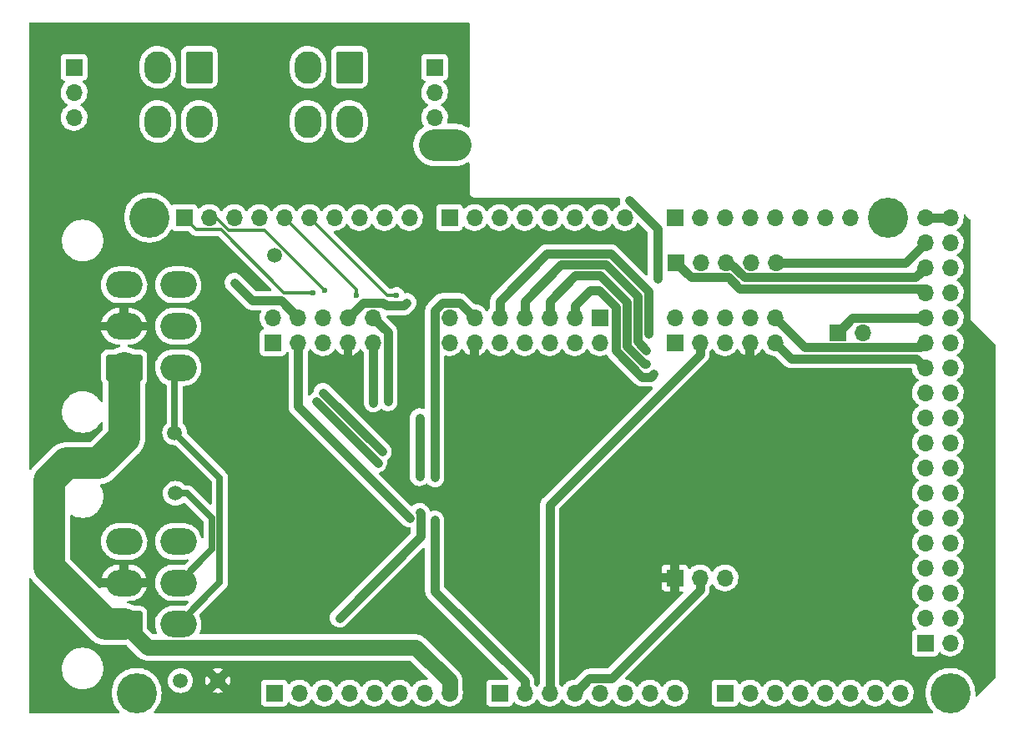
<source format=gbr>
%TF.GenerationSoftware,KiCad,Pcbnew,(6.0.9)*%
%TF.CreationDate,2023-01-21T17:33:27-09:00*%
%TF.ProjectId,CONTROLLER_Standby Instrument,434f4e54-524f-44c4-9c45-525f5374616e,rev?*%
%TF.SameCoordinates,Original*%
%TF.FileFunction,Copper,L2,Bot*%
%TF.FilePolarity,Positive*%
%FSLAX46Y46*%
G04 Gerber Fmt 4.6, Leading zero omitted, Abs format (unit mm)*
G04 Created by KiCad (PCBNEW (6.0.9)) date 2023-01-21 17:33:27*
%MOMM*%
%LPD*%
G01*
G04 APERTURE LIST*
G04 Aperture macros list*
%AMRoundRect*
0 Rectangle with rounded corners*
0 $1 Rounding radius*
0 $2 $3 $4 $5 $6 $7 $8 $9 X,Y pos of 4 corners*
0 Add a 4 corners polygon primitive as box body*
4,1,4,$2,$3,$4,$5,$6,$7,$8,$9,$2,$3,0*
0 Add four circle primitives for the rounded corners*
1,1,$1+$1,$2,$3*
1,1,$1+$1,$4,$5*
1,1,$1+$1,$6,$7*
1,1,$1+$1,$8,$9*
0 Add four rect primitives between the rounded corners*
20,1,$1+$1,$2,$3,$4,$5,0*
20,1,$1+$1,$4,$5,$6,$7,0*
20,1,$1+$1,$6,$7,$8,$9,0*
20,1,$1+$1,$8,$9,$2,$3,0*%
G04 Aperture macros list end*
%TA.AperFunction,ComponentPad*%
%ADD10RoundRect,0.250001X1.599999X-1.099999X1.599999X1.099999X-1.599999X1.099999X-1.599999X-1.099999X0*%
%TD*%
%TA.AperFunction,ComponentPad*%
%ADD11O,3.700000X2.700000*%
%TD*%
%TA.AperFunction,ComponentPad*%
%ADD12RoundRect,0.250001X1.099999X1.399999X-1.099999X1.399999X-1.099999X-1.399999X1.099999X-1.399999X0*%
%TD*%
%TA.AperFunction,ComponentPad*%
%ADD13O,2.700000X3.300000*%
%TD*%
%TA.AperFunction,ComponentPad*%
%ADD14O,1.700000X1.700000*%
%TD*%
%TA.AperFunction,ComponentPad*%
%ADD15R,1.700000X1.700000*%
%TD*%
%TA.AperFunction,ComponentPad*%
%ADD16C,4.064000*%
%TD*%
%TA.AperFunction,ComponentPad*%
%ADD17C,1.500000*%
%TD*%
%TA.AperFunction,ViaPad*%
%ADD18C,0.600000*%
%TD*%
%TA.AperFunction,Conductor*%
%ADD19C,3.251200*%
%TD*%
%TA.AperFunction,Conductor*%
%ADD20C,0.914400*%
%TD*%
%TA.AperFunction,Conductor*%
%ADD21C,1.625600*%
%TD*%
%TA.AperFunction,Conductor*%
%ADD22C,0.304800*%
%TD*%
%TA.AperFunction,Conductor*%
%ADD23C,0.635000*%
%TD*%
G04 APERTURE END LIST*
D10*
%TO.P,J2,1*%
%TO.N,/+12V_SUPPLY*%
X10160000Y9525000D03*
D11*
%TO.P,J2,2*%
%TO.N,/+5V_SUPPLY*%
X10160000Y13725000D03*
%TO.P,J2,3*%
%TO.N,/+3.3V_SUPPLY*%
X10160000Y17925000D03*
%TO.P,J2,4*%
%TO.N,/BUS-A*%
X15660000Y9525000D03*
%TO.P,J2,5*%
%TO.N,/BUS-B*%
X15660000Y13725000D03*
%TO.P,J2,6*%
%TO.N,GND*%
X15660000Y17925000D03*
%TD*%
D10*
%TO.P,J1,1*%
%TO.N,/+12V_SUPPLY*%
X10160000Y35560000D03*
D11*
%TO.P,J1,2*%
%TO.N,/+5V_SUPPLY*%
X10160000Y39760000D03*
%TO.P,J1,3*%
%TO.N,/+3.3V_SUPPLY*%
X10160000Y43960000D03*
%TO.P,J1,4*%
%TO.N,/BUS-A*%
X15660000Y35560000D03*
%TO.P,J1,5*%
%TO.N,/BUS-B*%
X15660000Y39760000D03*
%TO.P,J1,6*%
%TO.N,GND*%
X15660000Y43960000D03*
%TD*%
D12*
%TO.P,J4,1*%
%TO.N,/LED+5V*%
X33020000Y66040000D03*
D13*
%TO.P,J4,2*%
X28820000Y66040000D03*
%TO.P,J4,3*%
%TO.N,/LEDGND*%
X33020000Y60540000D03*
%TO.P,J4,4*%
%TO.N,/DATAOUT*%
X28820000Y60540000D03*
%TD*%
D12*
%TO.P,J3,1*%
%TO.N,/LED+5V*%
X17780000Y66040000D03*
D13*
%TO.P,J3,2*%
X13580000Y66040000D03*
%TO.P,J3,3*%
%TO.N,/LEDGND*%
X17780000Y60540000D03*
%TO.P,J3,4*%
%TO.N,/DATAIN*%
X13580000Y60540000D03*
%TD*%
D14*
%TO.P,JP2,3*%
%TO.N,GND*%
X41656000Y60960000D03*
%TO.P,JP2,2*%
%TO.N,/LED_DOUT*%
X41656000Y63500000D03*
D15*
%TO.P,JP2,1*%
%TO.N,/DATAOUT*%
X41656000Y66040000D03*
%TD*%
D14*
%TO.P,JP1,3*%
%TO.N,/11(\u002A\u002A)*%
X5080000Y60960000D03*
%TO.P,JP1,2*%
%TO.N,/LED_DIN*%
X5080000Y63500000D03*
D15*
%TO.P,JP1,1*%
%TO.N,/DATAIN*%
X5080000Y66040000D03*
%TD*%
D14*
%TO.P,J10,2*%
%TO.N,GND*%
X85090000Y39116000D03*
D15*
%TO.P,J10,1*%
%TO.N,/28*%
X82550000Y39116000D03*
%TD*%
D14*
%TO.P,J9,5*%
%TO.N,/22*%
X76327000Y46228000D03*
%TO.P,J9,4*%
%TO.N,GND*%
X73787000Y46228000D03*
%TO.P,J9,3*%
%TO.N,/24*%
X71247000Y46228000D03*
%TO.P,J9,2*%
%TO.N,GND*%
X68707000Y46228000D03*
D15*
%TO.P,J9,1*%
%TO.N,/26*%
X66167000Y46228000D03*
%TD*%
D14*
%TO.P,J8,3*%
%TO.N,GND*%
X71120000Y14224000D03*
%TO.P,J8,2*%
%TO.N,/A3*%
X68580000Y14224000D03*
D15*
%TO.P,J8,1*%
%TO.N,/+5V_SUPPLY*%
X66040000Y14224000D03*
%TD*%
D14*
%TO.P,J7,10*%
%TO.N,/30*%
X76200000Y40640000D03*
%TO.P,J7,9*%
%TO.N,/32*%
X76200000Y38100000D03*
%TO.P,J7,8*%
%TO.N,/LED_DOUT*%
X73660000Y40640000D03*
%TO.P,J7,7*%
%TO.N,/+5V_SUPPLY*%
X73660000Y38100000D03*
%TO.P,J7,6*%
%TO.N,GND*%
X71120000Y40640000D03*
%TO.P,J7,5*%
X71120000Y38100000D03*
%TO.P,J7,4*%
%TO.N,/LED_DOUT2*%
X68580000Y40640000D03*
%TO.P,J7,3*%
%TO.N,/A2*%
X68580000Y38100000D03*
%TO.P,J7,2*%
%TO.N,/36*%
X66040000Y40640000D03*
D15*
%TO.P,J7,1*%
%TO.N,/34*%
X66040000Y38100000D03*
%TD*%
D14*
%TO.P,J6,14*%
%TO.N,GND*%
X43180000Y38100000D03*
%TO.P,J6,13*%
%TO.N,/LED_DOUT1*%
X43180000Y40640000D03*
%TO.P,J6,12*%
%TO.N,/+5V_SUPPLY*%
X45720000Y38100000D03*
%TO.P,J6,11*%
%TO.N,/A1*%
X45720000Y40640000D03*
%TO.P,J6,10*%
%TO.N,+3V3*%
X48260000Y38100000D03*
%TO.P,J6,9*%
%TO.N,/44*%
X48260000Y40640000D03*
%TO.P,J6,8*%
%TO.N,/13(\u002A\u002A)*%
X50800000Y38100000D03*
%TO.P,J6,7*%
%TO.N,/42*%
X50800000Y40640000D03*
%TO.P,J6,6*%
%TO.N,/12(\u002A\u002A)*%
X53340000Y38100000D03*
%TO.P,J6,5*%
%TO.N,/40*%
X53340000Y40640000D03*
%TO.P,J6,4*%
%TO.N,/SDA*%
X55880000Y38100000D03*
%TO.P,J6,3*%
%TO.N,/38*%
X55880000Y40640000D03*
%TO.P,J6,2*%
%TO.N,/SCL*%
X58420000Y38100000D03*
D15*
%TO.P,J6,1*%
%TO.N,/LED_DOUT2*%
X58420000Y40640000D03*
%TD*%
D14*
%TO.P,J5,10*%
%TO.N,/46*%
X35433000Y40640000D03*
%TO.P,J5,9*%
%TO.N,/48*%
X35433000Y38100000D03*
%TO.P,J5,8*%
%TO.N,/LED_DOUT1*%
X32893000Y40640000D03*
%TO.P,J5,7*%
%TO.N,/+5V_SUPPLY*%
X32893000Y38100000D03*
%TO.P,J5,6*%
%TO.N,GND*%
X30353000Y40640000D03*
%TO.P,J5,5*%
X30353000Y38100000D03*
%TO.P,J5,4*%
%TO.N,/LED_DIN*%
X27813000Y40640000D03*
%TO.P,J5,3*%
%TO.N,/A0*%
X27813000Y38100000D03*
%TO.P,J5,2*%
%TO.N,/52(SCK)*%
X25273000Y40640000D03*
D15*
%TO.P,J5,1*%
%TO.N,/50(MISO)*%
X25273000Y38100000D03*
%TD*%
%TO.P,P1,1*%
%TO.N,GND*%
X91440000Y7620000D03*
D14*
%TO.P,P1,2*%
X93980000Y7620000D03*
%TO.P,P1,3*%
%TO.N,/52(SCK)*%
X91440000Y10160000D03*
%TO.P,P1,4*%
%TO.N,/53(SS)*%
X93980000Y10160000D03*
%TO.P,P1,5*%
%TO.N,/50(MISO)*%
X91440000Y12700000D03*
%TO.P,P1,6*%
%TO.N,/51(MOSI)*%
X93980000Y12700000D03*
%TO.P,P1,7*%
%TO.N,/48*%
X91440000Y15240000D03*
%TO.P,P1,8*%
%TO.N,/49*%
X93980000Y15240000D03*
%TO.P,P1,9*%
%TO.N,/46*%
X91440000Y17780000D03*
%TO.P,P1,10*%
%TO.N,/47*%
X93980000Y17780000D03*
%TO.P,P1,11*%
%TO.N,/44*%
X91440000Y20320000D03*
%TO.P,P1,12*%
%TO.N,/45*%
X93980000Y20320000D03*
%TO.P,P1,13*%
%TO.N,/42*%
X91440000Y22860000D03*
%TO.P,P1,14*%
%TO.N,/43*%
X93980000Y22860000D03*
%TO.P,P1,15*%
%TO.N,/40*%
X91440000Y25400000D03*
%TO.P,P1,16*%
%TO.N,/41*%
X93980000Y25400000D03*
%TO.P,P1,17*%
%TO.N,/38*%
X91440000Y27940000D03*
%TO.P,P1,18*%
%TO.N,/39*%
X93980000Y27940000D03*
%TO.P,P1,19*%
%TO.N,/36*%
X91440000Y30480000D03*
%TO.P,P1,20*%
%TO.N,/37*%
X93980000Y30480000D03*
%TO.P,P1,21*%
%TO.N,/34*%
X91440000Y33020000D03*
%TO.P,P1,22*%
%TO.N,/35*%
X93980000Y33020000D03*
%TO.P,P1,23*%
%TO.N,/32*%
X91440000Y35560000D03*
%TO.P,P1,24*%
%TO.N,/33*%
X93980000Y35560000D03*
%TO.P,P1,25*%
%TO.N,/30*%
X91440000Y38100000D03*
%TO.P,P1,26*%
%TO.N,/31*%
X93980000Y38100000D03*
%TO.P,P1,27*%
%TO.N,/28*%
X91440000Y40640000D03*
%TO.P,P1,28*%
%TO.N,/29*%
X93980000Y40640000D03*
%TO.P,P1,29*%
%TO.N,/26*%
X91440000Y43180000D03*
%TO.P,P1,30*%
%TO.N,/27*%
X93980000Y43180000D03*
%TO.P,P1,31*%
%TO.N,/24*%
X91440000Y45720000D03*
%TO.P,P1,32*%
%TO.N,/25*%
X93980000Y45720000D03*
%TO.P,P1,33*%
%TO.N,/22*%
X91440000Y48260000D03*
%TO.P,P1,34*%
%TO.N,/23*%
X93980000Y48260000D03*
%TO.P,P1,35*%
%TO.N,+5VD*%
X91440000Y50800000D03*
%TO.P,P1,36*%
X93980000Y50800000D03*
%TD*%
D15*
%TO.P,P5,1*%
%TO.N,/SCL*%
X16256000Y50800000D03*
D14*
%TO.P,P5,2*%
%TO.N,/SDA*%
X18796000Y50800000D03*
%TO.P,P5,3*%
%TO.N,/AREF*%
X21336000Y50800000D03*
%TO.P,P5,4*%
%TO.N,GND*%
X23876000Y50800000D03*
%TO.P,P5,5*%
%TO.N,/13(\u002A\u002A)*%
X26416000Y50800000D03*
%TO.P,P5,6*%
%TO.N,/12(\u002A\u002A)*%
X28956000Y50800000D03*
%TO.P,P5,7*%
%TO.N,/11(\u002A\u002A)*%
X31496000Y50800000D03*
%TO.P,P5,8*%
%TO.N,/10(\u002A\u002A)*%
X34036000Y50800000D03*
%TO.P,P5,9*%
%TO.N,/9(\u002A\u002A)*%
X36576000Y50800000D03*
%TO.P,P5,10*%
%TO.N,/8(\u002A\u002A)*%
X39116000Y50800000D03*
%TD*%
%TO.P,P7,8*%
%TO.N,/21(SCL)*%
X83820000Y50800000D03*
%TO.P,P7,7*%
%TO.N,/20(SDA)*%
X81280000Y50800000D03*
%TO.P,P7,6*%
%TO.N,/19(Rx1)*%
X78740000Y50800000D03*
%TO.P,P7,5*%
%TO.N,/18(Tx1)*%
X76200000Y50800000D03*
%TO.P,P7,4*%
%TO.N,/17(Rx2)*%
X73660000Y50800000D03*
%TO.P,P7,3*%
%TO.N,/16(Tx2)*%
X71120000Y50800000D03*
%TO.P,P7,2*%
%TO.N,/15(Rx3)*%
X68580000Y50800000D03*
D15*
%TO.P,P7,1*%
%TO.N,/14(Tx3)*%
X66040000Y50800000D03*
%TD*%
D16*
%TO.P,MK1,1*%
%TO.N,N/C*%
X11430000Y2540000D03*
%TD*%
%TO.P,MK3,1*%
%TO.N,N/C*%
X93980000Y2540000D03*
%TD*%
%TO.P,MK4,1*%
%TO.N,N/C*%
X12700000Y50800000D03*
%TD*%
%TO.P,MK4,1*%
%TO.N,N/C*%
X87630000Y50800000D03*
%TD*%
D15*
%TO.P,P2,1*%
%TO.N,Net-(P2-Pad1)*%
X25400000Y2540000D03*
D14*
%TO.P,P2,2*%
%TO.N,/IOREF*%
X27940000Y2540000D03*
%TO.P,P2,3*%
%TO.N,/Reset*%
X30480000Y2540000D03*
%TO.P,P2,4*%
%TO.N,+3V3*%
X33020000Y2540000D03*
%TO.P,P2,5*%
%TO.N,+5V*%
X35560000Y2540000D03*
%TO.P,P2,6*%
%TO.N,GND*%
X38100000Y2540000D03*
%TO.P,P2,7*%
X40640000Y2540000D03*
%TO.P,P2,8*%
%TO.N,/+12V_SUPPLY*%
X43180000Y2540000D03*
%TD*%
D15*
%TO.P,P3,1*%
%TO.N,/A0*%
X48260000Y2540000D03*
D14*
%TO.P,P3,2*%
%TO.N,/A1*%
X50800000Y2540000D03*
%TO.P,P3,3*%
%TO.N,/A2*%
X53340000Y2540000D03*
%TO.P,P3,4*%
%TO.N,/A3*%
X55880000Y2540000D03*
%TO.P,P3,5*%
%TO.N,/A4*%
X58420000Y2540000D03*
%TO.P,P3,6*%
%TO.N,/A5*%
X60960000Y2540000D03*
%TO.P,P3,7*%
%TO.N,/A6*%
X63500000Y2540000D03*
%TO.P,P3,8*%
%TO.N,/A7*%
X66040000Y2540000D03*
%TD*%
D15*
%TO.P,P4,1*%
%TO.N,/A8*%
X71120000Y2540000D03*
D14*
%TO.P,P4,2*%
%TO.N,/A9*%
X73660000Y2540000D03*
%TO.P,P4,3*%
%TO.N,/A10*%
X76200000Y2540000D03*
%TO.P,P4,4*%
%TO.N,/A11*%
X78740000Y2540000D03*
%TO.P,P4,5*%
%TO.N,/A12*%
X81280000Y2540000D03*
%TO.P,P4,6*%
%TO.N,/A13*%
X83820000Y2540000D03*
%TO.P,P4,7*%
%TO.N,/A14*%
X86360000Y2540000D03*
%TO.P,P4,8*%
%TO.N,/A15*%
X88900000Y2540000D03*
%TD*%
%TO.P,P4,8*%
%TO.N,/0(Rx0)*%
X60960000Y50800000D03*
%TO.P,P4,7*%
%TO.N,/1(Tx0)*%
X58420000Y50800000D03*
%TO.P,P4,6*%
%TO.N,/2(\u002A\u002A)*%
X55880000Y50800000D03*
%TO.P,P4,5*%
%TO.N,/3(\u002A\u002A)*%
X53340000Y50800000D03*
%TO.P,P4,4*%
%TO.N,/4(\u002A\u002A)*%
X50800000Y50800000D03*
%TO.P,P4,3*%
%TO.N,/5(\u002A\u002A)*%
X48260000Y50800000D03*
%TO.P,P4,2*%
%TO.N,/6(\u002A\u002A)*%
X45720000Y50800000D03*
D15*
%TO.P,P4,1*%
%TO.N,/7(\u002A\u002A)*%
X43180000Y50800000D03*
%TD*%
D17*
%TO.P,TP1,1*%
%TO.N,/+12V_SUPPLY*%
X8509000Y26670000D03*
%TD*%
%TO.P,TP2,1*%
%TO.N,/+5V_SUPPLY*%
X19685000Y3810000D03*
%TD*%
%TO.P,TP3,1*%
%TO.N,/+3.3V_SUPPLY*%
X15875000Y3810000D03*
%TD*%
%TO.P,TP4,1*%
%TO.N,GND*%
X25400000Y46990000D03*
%TD*%
%TO.P,TP5,1*%
%TO.N,/BUS-A*%
X15303500Y28956000D03*
%TD*%
%TO.P,TP6,1*%
%TO.N,/BUS-B*%
X15367000Y22796500D03*
%TD*%
D18*
%TO.N,GND*%
X44704000Y59055000D03*
X44704000Y58166000D03*
X44704000Y57277000D03*
X41656000Y57277000D03*
X41656000Y58166000D03*
X41656000Y58928000D03*
%TO.N,+3V3*%
X32004000Y10160000D03*
X40132000Y30480000D03*
X40132000Y24511000D03*
X40230408Y20781604D03*
%TO.N,/52(SCK)*%
X35941000Y25908000D03*
X29691994Y32104994D03*
%TO.N,/50(MISO)*%
X36420411Y27022411D03*
X30353000Y33020000D03*
%TO.N,/48*%
X35433000Y32004000D03*
%TO.N,/46*%
X36940201Y32114201D03*
%TO.N,/44*%
X63373000Y38989000D03*
%TO.N,/42*%
X63119000Y37338000D03*
%TO.N,/40*%
X63119000Y35941000D03*
%TO.N,/38*%
X63881000Y34925000D03*
%TO.N,/A0*%
X39116000Y20320000D03*
%TO.N,/A1*%
X41672799Y24400799D03*
X41672799Y20082799D03*
%TO.N,/SCL*%
X29337000Y43180000D03*
%TO.N,/SDA*%
X30546127Y43416590D03*
%TO.N,/13(\u002A\u002A)*%
X33716268Y42911779D03*
%TO.N,/12(\u002A\u002A)*%
X37810422Y42911779D03*
%TO.N,/LED_DOUT1*%
X38845201Y42147201D03*
%TO.N,/LED_DIN*%
X21336000Y44196000D03*
%TO.N,/LED_DOUT*%
X61423519Y52533519D03*
X64262000Y44577004D03*
%TD*%
D19*
%TO.N,GND*%
X41656000Y58166000D02*
X43819390Y58166000D01*
D20*
%TO.N,+3V3*%
X40230408Y20781604D02*
X40230408Y20781604D01*
X40230408Y18386408D02*
X40230408Y20781604D01*
X32004000Y10160000D02*
X40230408Y18386408D01*
X40132000Y24511000D02*
X40132000Y30480000D01*
X40230408Y20781604D02*
X40132000Y20880012D01*
%TO.N,+5VD*%
X91440000Y50800000D02*
X93980000Y50800000D01*
D19*
%TO.N,/+12V_SUPPLY*%
X8310000Y9525000D02*
X10160000Y9525000D01*
X2534399Y15300601D02*
X8310000Y9525000D01*
X2534399Y24069289D02*
X2534399Y15300601D01*
X4315711Y25850601D02*
X2534399Y24069289D01*
X7604289Y25850601D02*
X4315711Y25850601D01*
X10160000Y28406312D02*
X7604289Y25850601D01*
X10160000Y35560000D02*
X10160000Y28406312D01*
D21*
X43180000Y3742081D02*
X43180000Y2540000D01*
X39759891Y7162190D02*
X43180000Y3742081D01*
X12522810Y7162190D02*
X39759891Y7162190D01*
X10160000Y9525000D02*
X12522810Y7162190D01*
D20*
%TO.N,/52(SCK)*%
X29691994Y32104994D02*
X35888985Y25908003D01*
%TO.N,/50(MISO)*%
X30353000Y33020000D02*
X36350589Y27022411D01*
%TO.N,/48*%
X35433000Y38100000D02*
X35433000Y32004000D01*
%TO.N,/46*%
X36940201Y39132799D02*
X36940201Y32114201D01*
X35433000Y40640000D02*
X36940201Y39132799D01*
%TO.N,/44*%
X63373000Y43298006D02*
X63373000Y38989000D01*
X53048025Y47128023D02*
X59542983Y47128023D01*
X48260000Y40640000D02*
X48260000Y42339998D01*
X48260000Y42339998D02*
X53048025Y47128023D01*
X59542983Y47128023D02*
X63373000Y43298006D01*
%TO.N,/42*%
X62258589Y38198411D02*
X63119000Y37338000D01*
X50800000Y42339998D02*
X54473614Y46013612D01*
X50800000Y40640000D02*
X50800000Y42339998D01*
X62258589Y42836402D02*
X62258589Y38198411D01*
X54473614Y46013612D02*
X59081379Y46013612D01*
X59081379Y46013612D02*
X62258589Y42836402D01*
%TO.N,/40*%
X55899203Y44899201D02*
X58426786Y44899201D01*
X58426786Y44899201D02*
X61144178Y42181809D01*
X53340000Y42339998D02*
X55899203Y44899201D01*
X62939985Y35941000D02*
X63119000Y35941000D01*
X61144178Y42181809D02*
X61144178Y37736807D01*
X61144178Y37736807D02*
X62939985Y35941000D01*
X53340000Y40640000D02*
X53340000Y42339998D01*
%TO.N,/38*%
X57413120Y43375201D02*
X58374771Y43375201D01*
X60029767Y41720205D02*
X60029767Y37275203D01*
X63581001Y34625001D02*
X63881000Y34925000D01*
X58374771Y43375201D02*
X60029767Y41720205D01*
X60029767Y37275203D02*
X62679969Y34625001D01*
X62679969Y34625001D02*
X63581001Y34625001D01*
X55880000Y41842081D02*
X57413120Y43375201D01*
X55880000Y40640000D02*
X55880000Y41842081D01*
%TO.N,/32*%
X90505612Y36494388D02*
X91440000Y35560000D01*
X77805612Y36494388D02*
X90505612Y36494388D01*
X76200000Y38100000D02*
X77805612Y36494388D01*
%TO.N,/30*%
X76200000Y40640000D02*
X79231201Y37608799D01*
X79231201Y37608799D02*
X90948799Y37608799D01*
X90948799Y37608799D02*
X91440000Y38100000D01*
%TO.N,/28*%
X91423201Y40623201D02*
X91440000Y40640000D01*
X84057201Y40623201D02*
X91423201Y40623201D01*
X82550000Y39116000D02*
X84057201Y40623201D01*
%TO.N,/26*%
X91013612Y43606388D02*
X91440000Y43180000D01*
X72601939Y43606388D02*
X91013612Y43606388D01*
X71487528Y44720799D02*
X72601939Y43606388D01*
X66167000Y46228000D02*
X67674201Y44720799D01*
X67674201Y44720799D02*
X71487528Y44720799D01*
%TO.N,/24*%
X71247000Y46228000D02*
X71556341Y46228000D01*
X71556341Y46228000D02*
X73063542Y44720799D01*
X73063542Y44720799D02*
X90440799Y44720799D01*
X90440799Y44720799D02*
X91440000Y45720000D01*
%TO.N,/22*%
X89408000Y46228000D02*
X91440000Y48260000D01*
X76327000Y46228000D02*
X89408000Y46228000D01*
%TO.N,/A0*%
X27813000Y31623000D02*
X39116000Y20320000D01*
X27813000Y38100000D02*
X27813000Y31623000D01*
%TO.N,/A1*%
X50800000Y3742081D02*
X50800000Y2540000D01*
X41672799Y12869282D02*
X50800000Y3742081D01*
X41672799Y41363457D02*
X41672799Y24400799D01*
X42456543Y42147201D02*
X41672799Y41363457D01*
X44212799Y42147201D02*
X42456543Y42147201D01*
X45720000Y40640000D02*
X44212799Y42147201D01*
X41672799Y20082799D02*
X41672799Y12869282D01*
%TO.N,/A2*%
X68580000Y36897919D02*
X53340000Y21657919D01*
X53340000Y21657919D02*
X53340000Y2540000D01*
X68580000Y38100000D02*
X68580000Y36897919D01*
%TO.N,/A3*%
X57387201Y4047201D02*
X55880000Y2540000D01*
X59605282Y4047201D02*
X57387201Y4047201D01*
X68580000Y13021919D02*
X59605282Y4047201D01*
X68580000Y14224000D02*
X68580000Y13021919D01*
D22*
%TO.N,/SCL*%
X29337000Y43180000D02*
X26396554Y43180000D01*
X19978955Y49597599D02*
X17458401Y49597599D01*
X26396554Y43180000D02*
X19978955Y49597599D01*
X17458401Y49597599D02*
X16256000Y50800000D01*
%TO.N,/SDA*%
X19490464Y50800000D02*
X20763653Y49526811D01*
X20763653Y49526811D02*
X24435906Y49526811D01*
X24435906Y49526811D02*
X30546127Y43416590D01*
X18796000Y50800000D02*
X19490464Y50800000D01*
%TO.N,/13(\u002A\u002A)*%
X33716268Y43499732D02*
X33716268Y42911779D01*
X26416000Y50800000D02*
X33716268Y43499732D01*
%TO.N,/12(\u002A\u002A)*%
X36844221Y42911779D02*
X37810422Y42911779D01*
X28956000Y50800000D02*
X36844221Y42911779D01*
D23*
%TO.N,/BUS-A*%
X15303500Y35203500D02*
X15660000Y35560000D01*
X15303500Y28956000D02*
X15303500Y35203500D01*
X15660000Y9525000D02*
X19885011Y13750011D01*
X19885011Y13750011D02*
X19885011Y24374489D01*
X19885011Y24374489D02*
X15303500Y28956000D01*
%TO.N,/BUS-B*%
X16573500Y22796500D02*
X15367000Y22796500D01*
X19050000Y20320000D02*
X16573500Y22796500D01*
X19050000Y17115000D02*
X19050000Y20320000D01*
X15660000Y13725000D02*
X19050000Y17115000D01*
D20*
%TO.N,/LED_DOUT1*%
X36463837Y42147201D02*
X36763836Y41847202D01*
X36763836Y41847202D02*
X38545202Y41847202D01*
X32893000Y40640000D02*
X34400201Y42147201D01*
X38545202Y41847202D02*
X38845201Y42147201D01*
X34400201Y42147201D02*
X36463837Y42147201D01*
%TO.N,/LED_DIN*%
X21336000Y44196000D02*
X23161611Y42370389D01*
X23161611Y42370389D02*
X26082611Y42370389D01*
X26082611Y42370389D02*
X27813000Y40640000D01*
%TO.N,/LED_DOUT*%
X61423519Y52533519D02*
X64262000Y49695038D01*
X64262000Y49695038D02*
X64262000Y44577004D01*
%TD*%
%TA.AperFunction,Conductor*%
%TO.N,/+5V_SUPPLY*%
G36*
X45153621Y70591498D02*
G01*
X45200114Y70537842D01*
X45211500Y70485500D01*
X45211500Y60039337D01*
X45191498Y59971216D01*
X45137842Y59924723D01*
X45067568Y59914619D01*
X45011974Y59937014D01*
X44950085Y59981486D01*
X44950080Y59981489D01*
X44946594Y59983994D01*
X44689435Y60120153D01*
X44416176Y60220152D01*
X44131874Y60282140D01*
X44098708Y60284750D01*
X43906127Y60299907D01*
X43906118Y60299907D01*
X43903670Y60300100D01*
X43045367Y60300100D01*
X42977246Y60320102D01*
X42930753Y60373758D01*
X42920649Y60444032D01*
X42924809Y60462729D01*
X42950588Y60547575D01*
X42988370Y60671931D01*
X43017529Y60893410D01*
X43017954Y60910792D01*
X43019074Y60956635D01*
X43019074Y60956639D01*
X43019156Y60960000D01*
X43000852Y61182639D01*
X42946431Y61399298D01*
X42857354Y61604160D01*
X42736014Y61791723D01*
X42585670Y61956949D01*
X42581619Y61960148D01*
X42581615Y61960152D01*
X42414414Y62092200D01*
X42414410Y62092202D01*
X42410359Y62095402D01*
X42369053Y62118204D01*
X42319084Y62168636D01*
X42304312Y62238079D01*
X42329428Y62304484D01*
X42356780Y62331091D01*
X42415369Y62372882D01*
X42535860Y62458827D01*
X42694096Y62616511D01*
X42753594Y62699311D01*
X42821435Y62793723D01*
X42824453Y62797923D01*
X42923430Y62998189D01*
X42988370Y63211931D01*
X43017529Y63433410D01*
X43019156Y63500000D01*
X43000852Y63722639D01*
X42946431Y63939298D01*
X42857354Y64144160D01*
X42749400Y64311032D01*
X42738822Y64327383D01*
X42738820Y64327386D01*
X42736014Y64331723D01*
X42732532Y64335550D01*
X42588798Y64493512D01*
X42557746Y64557358D01*
X42566141Y64627857D01*
X42611317Y64682625D01*
X42637761Y64696294D01*
X42744297Y64736233D01*
X42752705Y64739385D01*
X42869261Y64826739D01*
X42956615Y64943295D01*
X43007745Y65079684D01*
X43014500Y65141866D01*
X43014500Y66938134D01*
X43007745Y67000316D01*
X42956615Y67136705D01*
X42869261Y67253261D01*
X42752705Y67340615D01*
X42616316Y67391745D01*
X42554134Y67398500D01*
X40757866Y67398500D01*
X40695684Y67391745D01*
X40559295Y67340615D01*
X40442739Y67253261D01*
X40355385Y67136705D01*
X40304255Y67000316D01*
X40297500Y66938134D01*
X40297500Y65141866D01*
X40304255Y65079684D01*
X40355385Y64943295D01*
X40442739Y64826739D01*
X40559295Y64739385D01*
X40567704Y64736233D01*
X40567705Y64736232D01*
X40676451Y64695465D01*
X40733216Y64652824D01*
X40757916Y64586262D01*
X40742709Y64516913D01*
X40723316Y64490432D01*
X40614017Y64376057D01*
X40596629Y64357862D01*
X40593715Y64353590D01*
X40593714Y64353589D01*
X40568542Y64316688D01*
X40470743Y64173320D01*
X40376688Y63970695D01*
X40316989Y63755430D01*
X40293251Y63533305D01*
X40293548Y63528152D01*
X40293548Y63528149D01*
X40299011Y63433410D01*
X40306110Y63310285D01*
X40307247Y63305239D01*
X40307248Y63305233D01*
X40327119Y63217061D01*
X40355222Y63092361D01*
X40439266Y62885384D01*
X40441965Y62880980D01*
X40551303Y62702556D01*
X40555987Y62694912D01*
X40702250Y62526062D01*
X40874126Y62383368D01*
X40892071Y62372882D01*
X40947445Y62340524D01*
X40996169Y62288886D01*
X41009240Y62219103D01*
X40982509Y62153331D01*
X40942055Y62119973D01*
X40929607Y62113493D01*
X40925474Y62110390D01*
X40925471Y62110388D01*
X40755100Y61982470D01*
X40750965Y61979365D01*
X40747393Y61975627D01*
X40640720Y61864000D01*
X40596629Y61817862D01*
X40470743Y61633320D01*
X40376688Y61430695D01*
X40316989Y61215430D01*
X40293251Y60993305D01*
X40293548Y60988152D01*
X40293548Y60988149D01*
X40299011Y60893410D01*
X40306110Y60770285D01*
X40307247Y60765239D01*
X40307248Y60765233D01*
X40327119Y60677061D01*
X40355222Y60552361D01*
X40391618Y60462729D01*
X40427745Y60373758D01*
X40439266Y60345384D01*
X40554994Y60156532D01*
X40554995Y60156530D01*
X40555987Y60154912D01*
X40555653Y60154707D01*
X40578764Y60090640D01*
X40562924Y60021433D01*
X40525446Y59979922D01*
X40313334Y59830847D01*
X40313328Y59830842D01*
X40309829Y59828383D01*
X40262985Y59784853D01*
X40117800Y59649938D01*
X40096673Y59630306D01*
X39912371Y59405133D01*
X39760333Y59157031D01*
X39643374Y58890590D01*
X39642198Y58886462D01*
X39642197Y58886459D01*
X39622322Y58816688D01*
X39563657Y58610741D01*
X39522658Y58322663D01*
X39521134Y58031686D01*
X39559115Y57743194D01*
X39635897Y57462526D01*
X39750060Y57194875D01*
X39899490Y56945194D01*
X40081424Y56718103D01*
X40292495Y56517805D01*
X40295974Y56515305D01*
X40295979Y56515301D01*
X40429670Y56419235D01*
X40528796Y56348006D01*
X40785955Y56211847D01*
X41059214Y56111848D01*
X41343516Y56049860D01*
X41372575Y56047573D01*
X41569263Y56032093D01*
X41569272Y56032093D01*
X41571720Y56031900D01*
X43892542Y56031900D01*
X43894678Y56032046D01*
X43894689Y56032046D01*
X44105420Y56046412D01*
X44105426Y56046413D01*
X44109697Y56046704D01*
X44113892Y56047573D01*
X44113894Y56047573D01*
X44252165Y56076208D01*
X44394633Y56105711D01*
X44668924Y56202843D01*
X44927495Y56336301D01*
X44930996Y56338762D01*
X44931000Y56338764D01*
X44965688Y56363143D01*
X45013050Y56396430D01*
X45080283Y56419235D01*
X45149173Y56402071D01*
X45197848Y56350386D01*
X45211500Y56293343D01*
X45211500Y53348623D01*
X45211498Y53347853D01*
X45211024Y53270279D01*
X45213491Y53261648D01*
X45219150Y53241847D01*
X45222728Y53225085D01*
X45226920Y53195813D01*
X45230634Y53187645D01*
X45230634Y53187644D01*
X45237548Y53172438D01*
X45243996Y53154914D01*
X45251051Y53130229D01*
X45255843Y53122635D01*
X45255844Y53122632D01*
X45266830Y53105220D01*
X45274969Y53090137D01*
X45287208Y53063218D01*
X45293069Y53056416D01*
X45303970Y53043765D01*
X45315073Y53028761D01*
X45328776Y53007042D01*
X45335501Y53001103D01*
X45335504Y53001099D01*
X45350938Y52987468D01*
X45362982Y52975276D01*
X45376427Y52959673D01*
X45376430Y52959671D01*
X45382287Y52952873D01*
X45389816Y52947993D01*
X45389817Y52947992D01*
X45403835Y52938906D01*
X45418709Y52927615D01*
X45431217Y52916569D01*
X45437951Y52910622D01*
X45464711Y52898058D01*
X45479691Y52889737D01*
X45496983Y52878529D01*
X45496988Y52878527D01*
X45504515Y52873648D01*
X45513108Y52871078D01*
X45513113Y52871076D01*
X45529120Y52866289D01*
X45546564Y52859628D01*
X45561676Y52852533D01*
X45561678Y52852532D01*
X45569800Y52848719D01*
X45578667Y52847338D01*
X45578668Y52847338D01*
X45588310Y52845837D01*
X45599017Y52844170D01*
X45615732Y52840387D01*
X45635466Y52834485D01*
X45635472Y52834484D01*
X45644066Y52831914D01*
X45653037Y52831859D01*
X45653038Y52831859D01*
X45663097Y52831798D01*
X45678506Y52831704D01*
X45679289Y52831671D01*
X45680386Y52831500D01*
X45711377Y52831500D01*
X45712147Y52831498D01*
X45785785Y52831048D01*
X45785786Y52831048D01*
X45789721Y52831024D01*
X45791065Y52831408D01*
X45792410Y52831500D01*
X60342518Y52831500D01*
X60410639Y52811498D01*
X60457132Y52757842D01*
X60467236Y52687568D01*
X60465190Y52676731D01*
X60460923Y52658538D01*
X60455446Y52462428D01*
X60489513Y52269222D01*
X60502689Y52235943D01*
X60508162Y52222120D01*
X60514641Y52151419D01*
X60481869Y52088439D01*
X60439845Y52059585D01*
X60436659Y52058246D01*
X60431756Y52056643D01*
X60427175Y52054258D01*
X60427172Y52054257D01*
X60356313Y52017370D01*
X60233607Y51953493D01*
X60229474Y51950390D01*
X60229471Y51950388D01*
X60059100Y51822470D01*
X60054965Y51819365D01*
X59998536Y51760316D01*
X59943729Y51702963D01*
X59900629Y51657862D01*
X59793201Y51500379D01*
X59738293Y51455379D01*
X59667768Y51447208D01*
X59604021Y51478462D01*
X59583324Y51502946D01*
X59502822Y51627383D01*
X59502820Y51627386D01*
X59500014Y51631723D01*
X59349670Y51796949D01*
X59345619Y51800148D01*
X59345615Y51800152D01*
X59178414Y51932200D01*
X59178410Y51932202D01*
X59174359Y51935402D01*
X58978789Y52043362D01*
X58973920Y52045086D01*
X58973916Y52045088D01*
X58773087Y52116205D01*
X58773083Y52116206D01*
X58768212Y52117931D01*
X58763119Y52118838D01*
X58763116Y52118839D01*
X58553373Y52156200D01*
X58553367Y52156201D01*
X58548284Y52157106D01*
X58474452Y52158008D01*
X58330081Y52159772D01*
X58330079Y52159772D01*
X58324911Y52159835D01*
X58104091Y52126045D01*
X57891756Y52056643D01*
X57693607Y51953493D01*
X57689474Y51950390D01*
X57689471Y51950388D01*
X57519100Y51822470D01*
X57514965Y51819365D01*
X57458536Y51760316D01*
X57403729Y51702963D01*
X57360629Y51657862D01*
X57253201Y51500379D01*
X57198293Y51455379D01*
X57127768Y51447208D01*
X57064021Y51478462D01*
X57043324Y51502946D01*
X56962822Y51627383D01*
X56962820Y51627386D01*
X56960014Y51631723D01*
X56809670Y51796949D01*
X56805619Y51800148D01*
X56805615Y51800152D01*
X56638414Y51932200D01*
X56638410Y51932202D01*
X56634359Y51935402D01*
X56438789Y52043362D01*
X56433920Y52045086D01*
X56433916Y52045088D01*
X56233087Y52116205D01*
X56233083Y52116206D01*
X56228212Y52117931D01*
X56223119Y52118838D01*
X56223116Y52118839D01*
X56013373Y52156200D01*
X56013367Y52156201D01*
X56008284Y52157106D01*
X55934452Y52158008D01*
X55790081Y52159772D01*
X55790079Y52159772D01*
X55784911Y52159835D01*
X55564091Y52126045D01*
X55351756Y52056643D01*
X55153607Y51953493D01*
X55149474Y51950390D01*
X55149471Y51950388D01*
X54979100Y51822470D01*
X54974965Y51819365D01*
X54918536Y51760316D01*
X54863729Y51702963D01*
X54820629Y51657862D01*
X54713201Y51500379D01*
X54658293Y51455379D01*
X54587768Y51447208D01*
X54524021Y51478462D01*
X54503324Y51502946D01*
X54422822Y51627383D01*
X54422820Y51627386D01*
X54420014Y51631723D01*
X54269670Y51796949D01*
X54265619Y51800148D01*
X54265615Y51800152D01*
X54098414Y51932200D01*
X54098410Y51932202D01*
X54094359Y51935402D01*
X53898789Y52043362D01*
X53893920Y52045086D01*
X53893916Y52045088D01*
X53693087Y52116205D01*
X53693083Y52116206D01*
X53688212Y52117931D01*
X53683119Y52118838D01*
X53683116Y52118839D01*
X53473373Y52156200D01*
X53473367Y52156201D01*
X53468284Y52157106D01*
X53394452Y52158008D01*
X53250081Y52159772D01*
X53250079Y52159772D01*
X53244911Y52159835D01*
X53024091Y52126045D01*
X52811756Y52056643D01*
X52613607Y51953493D01*
X52609474Y51950390D01*
X52609471Y51950388D01*
X52439100Y51822470D01*
X52434965Y51819365D01*
X52378536Y51760316D01*
X52323729Y51702963D01*
X52280629Y51657862D01*
X52173201Y51500379D01*
X52118293Y51455379D01*
X52047768Y51447208D01*
X51984021Y51478462D01*
X51963324Y51502946D01*
X51882822Y51627383D01*
X51882820Y51627386D01*
X51880014Y51631723D01*
X51729670Y51796949D01*
X51725619Y51800148D01*
X51725615Y51800152D01*
X51558414Y51932200D01*
X51558410Y51932202D01*
X51554359Y51935402D01*
X51358789Y52043362D01*
X51353920Y52045086D01*
X51353916Y52045088D01*
X51153087Y52116205D01*
X51153083Y52116206D01*
X51148212Y52117931D01*
X51143119Y52118838D01*
X51143116Y52118839D01*
X50933373Y52156200D01*
X50933367Y52156201D01*
X50928284Y52157106D01*
X50854452Y52158008D01*
X50710081Y52159772D01*
X50710079Y52159772D01*
X50704911Y52159835D01*
X50484091Y52126045D01*
X50271756Y52056643D01*
X50073607Y51953493D01*
X50069474Y51950390D01*
X50069471Y51950388D01*
X49899100Y51822470D01*
X49894965Y51819365D01*
X49838536Y51760316D01*
X49783729Y51702963D01*
X49740629Y51657862D01*
X49633201Y51500379D01*
X49578293Y51455379D01*
X49507768Y51447208D01*
X49444021Y51478462D01*
X49423324Y51502946D01*
X49342822Y51627383D01*
X49342820Y51627386D01*
X49340014Y51631723D01*
X49189670Y51796949D01*
X49185619Y51800148D01*
X49185615Y51800152D01*
X49018414Y51932200D01*
X49018410Y51932202D01*
X49014359Y51935402D01*
X48818789Y52043362D01*
X48813920Y52045086D01*
X48813916Y52045088D01*
X48613087Y52116205D01*
X48613083Y52116206D01*
X48608212Y52117931D01*
X48603119Y52118838D01*
X48603116Y52118839D01*
X48393373Y52156200D01*
X48393367Y52156201D01*
X48388284Y52157106D01*
X48314452Y52158008D01*
X48170081Y52159772D01*
X48170079Y52159772D01*
X48164911Y52159835D01*
X47944091Y52126045D01*
X47731756Y52056643D01*
X47533607Y51953493D01*
X47529474Y51950390D01*
X47529471Y51950388D01*
X47359100Y51822470D01*
X47354965Y51819365D01*
X47298536Y51760316D01*
X47243729Y51702963D01*
X47200629Y51657862D01*
X47093201Y51500379D01*
X47038293Y51455379D01*
X46967768Y51447208D01*
X46904021Y51478462D01*
X46883324Y51502946D01*
X46802822Y51627383D01*
X46802820Y51627386D01*
X46800014Y51631723D01*
X46649670Y51796949D01*
X46645619Y51800148D01*
X46645615Y51800152D01*
X46478414Y51932200D01*
X46478410Y51932202D01*
X46474359Y51935402D01*
X46278789Y52043362D01*
X46273920Y52045086D01*
X46273916Y52045088D01*
X46073087Y52116205D01*
X46073083Y52116206D01*
X46068212Y52117931D01*
X46063119Y52118838D01*
X46063116Y52118839D01*
X45853373Y52156200D01*
X45853367Y52156201D01*
X45848284Y52157106D01*
X45774452Y52158008D01*
X45630081Y52159772D01*
X45630079Y52159772D01*
X45624911Y52159835D01*
X45404091Y52126045D01*
X45191756Y52056643D01*
X44993607Y51953493D01*
X44989474Y51950390D01*
X44989471Y51950388D01*
X44819100Y51822470D01*
X44814965Y51819365D01*
X44758537Y51760316D01*
X44734283Y51734936D01*
X44672759Y51699506D01*
X44601846Y51702963D01*
X44544060Y51744209D01*
X44525207Y51777757D01*
X44483767Y51888297D01*
X44480615Y51896705D01*
X44393261Y52013261D01*
X44276705Y52100615D01*
X44140316Y52151745D01*
X44078134Y52158500D01*
X42281866Y52158500D01*
X42219684Y52151745D01*
X42083295Y52100615D01*
X41966739Y52013261D01*
X41879385Y51896705D01*
X41828255Y51760316D01*
X41821500Y51698134D01*
X41821500Y49901866D01*
X41828255Y49839684D01*
X41879385Y49703295D01*
X41966739Y49586739D01*
X42083295Y49499385D01*
X42219684Y49448255D01*
X42281866Y49441500D01*
X44078134Y49441500D01*
X44140316Y49448255D01*
X44276705Y49499385D01*
X44393261Y49586739D01*
X44480615Y49703295D01*
X44515950Y49797550D01*
X44524598Y49820618D01*
X44567240Y49877382D01*
X44633802Y49902082D01*
X44703150Y49886874D01*
X44737817Y49858886D01*
X44766250Y49826062D01*
X44938126Y49683368D01*
X45131000Y49570662D01*
X45339692Y49490970D01*
X45344760Y49489939D01*
X45344763Y49489938D01*
X45434834Y49471613D01*
X45558597Y49446433D01*
X45563772Y49446243D01*
X45563774Y49446243D01*
X45776673Y49438436D01*
X45776677Y49438436D01*
X45781837Y49438247D01*
X45786957Y49438903D01*
X45786959Y49438903D01*
X45998288Y49465975D01*
X45998289Y49465975D01*
X46003416Y49466632D01*
X46008366Y49468117D01*
X46212429Y49529339D01*
X46212434Y49529341D01*
X46217384Y49530826D01*
X46417994Y49629104D01*
X46599860Y49758827D01*
X46646441Y49805245D01*
X46744960Y49903421D01*
X46758096Y49916511D01*
X46817594Y49999311D01*
X46888453Y50097923D01*
X46889776Y50096972D01*
X46936645Y50140143D01*
X47006580Y50152375D01*
X47072026Y50124856D01*
X47099875Y50093006D01*
X47104198Y50085952D01*
X47159987Y49994912D01*
X47306250Y49826062D01*
X47478126Y49683368D01*
X47671000Y49570662D01*
X47879692Y49490970D01*
X47884760Y49489939D01*
X47884763Y49489938D01*
X47974834Y49471613D01*
X48098597Y49446433D01*
X48103772Y49446243D01*
X48103774Y49446243D01*
X48316673Y49438436D01*
X48316677Y49438436D01*
X48321837Y49438247D01*
X48326957Y49438903D01*
X48326959Y49438903D01*
X48538288Y49465975D01*
X48538289Y49465975D01*
X48543416Y49466632D01*
X48548366Y49468117D01*
X48752429Y49529339D01*
X48752434Y49529341D01*
X48757384Y49530826D01*
X48957994Y49629104D01*
X49139860Y49758827D01*
X49186441Y49805245D01*
X49284960Y49903421D01*
X49298096Y49916511D01*
X49357594Y49999311D01*
X49428453Y50097923D01*
X49429776Y50096972D01*
X49476645Y50140143D01*
X49546580Y50152375D01*
X49612026Y50124856D01*
X49639875Y50093006D01*
X49644198Y50085952D01*
X49699987Y49994912D01*
X49846250Y49826062D01*
X50018126Y49683368D01*
X50211000Y49570662D01*
X50419692Y49490970D01*
X50424760Y49489939D01*
X50424763Y49489938D01*
X50514834Y49471613D01*
X50638597Y49446433D01*
X50643772Y49446243D01*
X50643774Y49446243D01*
X50856673Y49438436D01*
X50856677Y49438436D01*
X50861837Y49438247D01*
X50866957Y49438903D01*
X50866959Y49438903D01*
X51078288Y49465975D01*
X51078289Y49465975D01*
X51083416Y49466632D01*
X51088366Y49468117D01*
X51292429Y49529339D01*
X51292434Y49529341D01*
X51297384Y49530826D01*
X51497994Y49629104D01*
X51679860Y49758827D01*
X51726441Y49805245D01*
X51824960Y49903421D01*
X51838096Y49916511D01*
X51897594Y49999311D01*
X51968453Y50097923D01*
X51969776Y50096972D01*
X52016645Y50140143D01*
X52086580Y50152375D01*
X52152026Y50124856D01*
X52179875Y50093006D01*
X52184198Y50085952D01*
X52239987Y49994912D01*
X52386250Y49826062D01*
X52558126Y49683368D01*
X52751000Y49570662D01*
X52959692Y49490970D01*
X52964760Y49489939D01*
X52964763Y49489938D01*
X53054834Y49471613D01*
X53178597Y49446433D01*
X53183772Y49446243D01*
X53183774Y49446243D01*
X53396673Y49438436D01*
X53396677Y49438436D01*
X53401837Y49438247D01*
X53406957Y49438903D01*
X53406959Y49438903D01*
X53618288Y49465975D01*
X53618289Y49465975D01*
X53623416Y49466632D01*
X53628366Y49468117D01*
X53832429Y49529339D01*
X53832434Y49529341D01*
X53837384Y49530826D01*
X54037994Y49629104D01*
X54219860Y49758827D01*
X54266441Y49805245D01*
X54364960Y49903421D01*
X54378096Y49916511D01*
X54437594Y49999311D01*
X54508453Y50097923D01*
X54509776Y50096972D01*
X54556645Y50140143D01*
X54626580Y50152375D01*
X54692026Y50124856D01*
X54719875Y50093006D01*
X54724198Y50085952D01*
X54779987Y49994912D01*
X54926250Y49826062D01*
X55098126Y49683368D01*
X55291000Y49570662D01*
X55499692Y49490970D01*
X55504760Y49489939D01*
X55504763Y49489938D01*
X55594834Y49471613D01*
X55718597Y49446433D01*
X55723772Y49446243D01*
X55723774Y49446243D01*
X55936673Y49438436D01*
X55936677Y49438436D01*
X55941837Y49438247D01*
X55946957Y49438903D01*
X55946959Y49438903D01*
X56158288Y49465975D01*
X56158289Y49465975D01*
X56163416Y49466632D01*
X56168366Y49468117D01*
X56372429Y49529339D01*
X56372434Y49529341D01*
X56377384Y49530826D01*
X56577994Y49629104D01*
X56759860Y49758827D01*
X56806441Y49805245D01*
X56904960Y49903421D01*
X56918096Y49916511D01*
X56977594Y49999311D01*
X57048453Y50097923D01*
X57049776Y50096972D01*
X57096645Y50140143D01*
X57166580Y50152375D01*
X57232026Y50124856D01*
X57259875Y50093006D01*
X57264198Y50085952D01*
X57319987Y49994912D01*
X57466250Y49826062D01*
X57638126Y49683368D01*
X57831000Y49570662D01*
X58039692Y49490970D01*
X58044760Y49489939D01*
X58044763Y49489938D01*
X58134834Y49471613D01*
X58258597Y49446433D01*
X58263772Y49446243D01*
X58263774Y49446243D01*
X58476673Y49438436D01*
X58476677Y49438436D01*
X58481837Y49438247D01*
X58486957Y49438903D01*
X58486959Y49438903D01*
X58698288Y49465975D01*
X58698289Y49465975D01*
X58703416Y49466632D01*
X58708366Y49468117D01*
X58912429Y49529339D01*
X58912434Y49529341D01*
X58917384Y49530826D01*
X59117994Y49629104D01*
X59299860Y49758827D01*
X59346441Y49805245D01*
X59444960Y49903421D01*
X59458096Y49916511D01*
X59517594Y49999311D01*
X59588453Y50097923D01*
X59589776Y50096972D01*
X59636645Y50140143D01*
X59706580Y50152375D01*
X59772026Y50124856D01*
X59799875Y50093006D01*
X59804198Y50085952D01*
X59859987Y49994912D01*
X60006250Y49826062D01*
X60178126Y49683368D01*
X60371000Y49570662D01*
X60579692Y49490970D01*
X60584760Y49489939D01*
X60584763Y49489938D01*
X60674834Y49471613D01*
X60798597Y49446433D01*
X60803772Y49446243D01*
X60803774Y49446243D01*
X61016673Y49438436D01*
X61016677Y49438436D01*
X61021837Y49438247D01*
X61026957Y49438903D01*
X61026959Y49438903D01*
X61238288Y49465975D01*
X61238289Y49465975D01*
X61243416Y49466632D01*
X61248366Y49468117D01*
X61452429Y49529339D01*
X61452434Y49529341D01*
X61457384Y49530826D01*
X61657994Y49629104D01*
X61839860Y49758827D01*
X61886441Y49805245D01*
X61984960Y49903421D01*
X61998096Y49916511D01*
X62057594Y49999311D01*
X62125435Y50093723D01*
X62128453Y50097923D01*
X62171332Y50184682D01*
X62219444Y50236888D01*
X62288145Y50254795D01*
X62355622Y50232717D01*
X62373383Y50217949D01*
X63259395Y49331937D01*
X63293421Y49269625D01*
X63296300Y49242842D01*
X63296300Y45044603D01*
X63276298Y44976482D01*
X63222642Y44929989D01*
X63152368Y44919885D01*
X63087788Y44949379D01*
X63081205Y44955508D01*
X60236899Y47799813D01*
X60234446Y47802335D01*
X60181630Y47858187D01*
X60181625Y47858191D01*
X60177245Y47862823D01*
X60129689Y47896123D01*
X60122326Y47901691D01*
X60082269Y47934360D01*
X60077324Y47938393D01*
X60071669Y47941349D01*
X60071665Y47941352D01*
X60052959Y47951131D01*
X60039062Y47959580D01*
X60028498Y47966977D01*
X60016539Y47975351D01*
X59963250Y47998411D01*
X59954912Y48002388D01*
X59909116Y48026330D01*
X59909117Y48026330D01*
X59903462Y48029286D01*
X59877027Y48036866D01*
X59861718Y48042347D01*
X59836487Y48053266D01*
X59779658Y48065138D01*
X59770695Y48067356D01*
X59759183Y48070657D01*
X59714876Y48083362D01*
X59708516Y48083851D01*
X59708512Y48083852D01*
X59689845Y48085288D01*
X59687462Y48085471D01*
X59671361Y48087763D01*
X59649190Y48092395D01*
X59649191Y48092395D01*
X59644447Y48093386D01*
X59638016Y48093723D01*
X59585064Y48093723D01*
X59575398Y48094094D01*
X59525627Y48097924D01*
X59525623Y48097924D01*
X59519267Y48098413D01*
X59500926Y48096096D01*
X59490010Y48094717D01*
X59474218Y48093723D01*
X53063665Y48093723D01*
X53060147Y48093772D01*
X52983316Y48095918D01*
X52983314Y48095918D01*
X52976934Y48096096D01*
X52970645Y48094987D01*
X52919749Y48086013D01*
X52910603Y48084744D01*
X52859190Y48079522D01*
X52859187Y48079521D01*
X52852843Y48078877D01*
X52846755Y48076969D01*
X52846754Y48076969D01*
X52826613Y48070657D01*
X52810814Y48066805D01*
X52783728Y48062029D01*
X52729735Y48040651D01*
X52721061Y48037579D01*
X52665633Y48020209D01*
X52660046Y48017112D01*
X52660041Y48017110D01*
X52641583Y48006878D01*
X52626887Y47999931D01*
X52601318Y47989807D01*
X52595980Y47986314D01*
X52595978Y47986313D01*
X52574000Y47971931D01*
X52555126Y47959580D01*
X52552731Y47958013D01*
X52544834Y47953249D01*
X52519873Y47939413D01*
X52499626Y47928190D01*
X52499623Y47928188D01*
X52494045Y47925096D01*
X52489202Y47920945D01*
X52473168Y47907203D01*
X52460168Y47897443D01*
X52437156Y47882384D01*
X52432371Y47878075D01*
X52394934Y47840638D01*
X52387837Y47834065D01*
X52349932Y47801577D01*
X52349930Y47801574D01*
X52345086Y47797423D01*
X52327005Y47774113D01*
X52316540Y47762244D01*
X47588210Y43033914D01*
X47585688Y43031461D01*
X47529836Y42978645D01*
X47529832Y42978640D01*
X47525200Y42974260D01*
X47521540Y42969033D01*
X47491900Y42926704D01*
X47486332Y42919341D01*
X47449630Y42874339D01*
X47446674Y42868684D01*
X47446671Y42868680D01*
X47436892Y42849974D01*
X47428443Y42836077D01*
X47412672Y42813554D01*
X47410139Y42807700D01*
X47389612Y42760264D01*
X47385635Y42751927D01*
X47358737Y42700477D01*
X47355134Y42687911D01*
X47351157Y42674041D01*
X47345676Y42658733D01*
X47334757Y42633502D01*
X47333234Y42626210D01*
X47322885Y42576674D01*
X47320667Y42567710D01*
X47304661Y42511891D01*
X47304172Y42505531D01*
X47304171Y42505527D01*
X47302552Y42484478D01*
X47300260Y42468376D01*
X47294637Y42441462D01*
X47294300Y42435031D01*
X47294300Y42382079D01*
X47293929Y42372413D01*
X47290205Y42324011D01*
X47289610Y42316282D01*
X47290410Y42309950D01*
X47293306Y42287025D01*
X47294300Y42271233D01*
X47294300Y41646407D01*
X47274298Y41578286D01*
X47259394Y41559356D01*
X47219200Y41517295D01*
X47200629Y41497862D01*
X47093201Y41340379D01*
X47038293Y41295379D01*
X46967768Y41287208D01*
X46904021Y41318462D01*
X46883324Y41342946D01*
X46802822Y41467383D01*
X46802820Y41467386D01*
X46800014Y41471723D01*
X46649670Y41636949D01*
X46645619Y41640148D01*
X46645615Y41640152D01*
X46478414Y41772200D01*
X46478410Y41772202D01*
X46474359Y41775402D01*
X46464101Y41781065D01*
X46341695Y41848636D01*
X46278789Y41883362D01*
X46273920Y41885086D01*
X46273916Y41885088D01*
X46073087Y41956205D01*
X46073083Y41956206D01*
X46068212Y41957931D01*
X46063119Y41958838D01*
X46063116Y41958839D01*
X45853373Y41996200D01*
X45853367Y41996201D01*
X45848284Y41997106D01*
X45833403Y41997288D01*
X45778405Y41997960D01*
X45710534Y42018793D01*
X45690850Y42034856D01*
X44906715Y42818991D01*
X44904262Y42821513D01*
X44851446Y42877365D01*
X44851441Y42877369D01*
X44847061Y42882001D01*
X44799505Y42915301D01*
X44792142Y42920869D01*
X44752085Y42953538D01*
X44747140Y42957571D01*
X44741485Y42960527D01*
X44741481Y42960530D01*
X44722775Y42970309D01*
X44708878Y42978758D01*
X44699418Y42985382D01*
X44686355Y42994529D01*
X44633066Y43017589D01*
X44624728Y43021566D01*
X44596568Y43036288D01*
X44573278Y43048464D01*
X44546843Y43056044D01*
X44531534Y43061525D01*
X44506303Y43072444D01*
X44449474Y43084316D01*
X44440511Y43086534D01*
X44421330Y43092034D01*
X44384692Y43102540D01*
X44378332Y43103029D01*
X44378328Y43103030D01*
X44359661Y43104466D01*
X44357278Y43104649D01*
X44341177Y43106941D01*
X44314263Y43112564D01*
X44307832Y43112901D01*
X44254880Y43112901D01*
X44245214Y43113272D01*
X44195443Y43117102D01*
X44195439Y43117102D01*
X44189083Y43117591D01*
X44170742Y43115274D01*
X44159826Y43113895D01*
X44144034Y43112901D01*
X42472168Y43112901D01*
X42468650Y43112950D01*
X42391834Y43115096D01*
X42391831Y43115096D01*
X42385452Y43115274D01*
X42379163Y43114165D01*
X42328267Y43105191D01*
X42319121Y43103922D01*
X42267708Y43098700D01*
X42267705Y43098699D01*
X42261361Y43098055D01*
X42255273Y43096147D01*
X42255272Y43096147D01*
X42235131Y43089835D01*
X42219332Y43085983D01*
X42192246Y43081207D01*
X42138253Y43059829D01*
X42129579Y43056757D01*
X42074151Y43039387D01*
X42068564Y43036290D01*
X42068559Y43036288D01*
X42050101Y43026056D01*
X42035405Y43019109D01*
X42009836Y43008985D01*
X41982154Y42990870D01*
X41961250Y42977191D01*
X41953351Y42972426D01*
X41902563Y42944274D01*
X41897713Y42940117D01*
X41897710Y42940115D01*
X41881687Y42926382D01*
X41868683Y42916618D01*
X41856221Y42908463D01*
X41845674Y42901561D01*
X41840888Y42897252D01*
X41803452Y42859816D01*
X41796355Y42853243D01*
X41758450Y42820755D01*
X41758448Y42820752D01*
X41753604Y42816601D01*
X41746700Y42807700D01*
X41735523Y42793291D01*
X41725058Y42781422D01*
X41001009Y42057373D01*
X40998487Y42054920D01*
X40942635Y42002104D01*
X40942631Y42002099D01*
X40937999Y41997719D01*
X40934339Y41992492D01*
X40904699Y41950163D01*
X40899131Y41942800D01*
X40873079Y41910856D01*
X40862429Y41897798D01*
X40859473Y41892143D01*
X40859470Y41892139D01*
X40849691Y41873433D01*
X40841242Y41859536D01*
X40825471Y41837013D01*
X40822938Y41831159D01*
X40802411Y41783723D01*
X40798442Y41775402D01*
X40771536Y41723936D01*
X40769778Y41717804D01*
X40763956Y41697500D01*
X40758475Y41682192D01*
X40747556Y41656961D01*
X40738498Y41613601D01*
X40735684Y41600133D01*
X40733466Y41591169D01*
X40717460Y41535350D01*
X40716971Y41528990D01*
X40716970Y41528986D01*
X40715351Y41507937D01*
X40713059Y41491835D01*
X40707436Y41464921D01*
X40707099Y41458490D01*
X40707099Y41405538D01*
X40706728Y41395872D01*
X40704040Y41360934D01*
X40702409Y41339741D01*
X40703209Y41333409D01*
X40706105Y41310484D01*
X40707099Y41294692D01*
X40707099Y31475734D01*
X40687097Y31407613D01*
X40633441Y31361120D01*
X40563167Y31351016D01*
X40525469Y31362680D01*
X40476081Y31386982D01*
X40470352Y31389801D01*
X40362176Y31417979D01*
X40286682Y31437644D01*
X40286679Y31437644D01*
X40280500Y31439254D01*
X40196538Y31443654D01*
X40090964Y31449187D01*
X40090960Y31449187D01*
X40084583Y31449521D01*
X39890602Y31420184D01*
X39706482Y31352441D01*
X39701066Y31349083D01*
X39701062Y31349081D01*
X39617309Y31297152D01*
X39539744Y31249060D01*
X39535106Y31244674D01*
X39411417Y31127706D01*
X39397200Y31114262D01*
X39393538Y31109032D01*
X39393537Y31109031D01*
X39295202Y30968594D01*
X39284672Y30953556D01*
X39206757Y30773504D01*
X39205451Y30767254D01*
X39205451Y30767253D01*
X39180229Y30646522D01*
X39166637Y30581464D01*
X39166300Y30575033D01*
X39166300Y24461973D01*
X39181146Y24315818D01*
X39239814Y24128608D01*
X39334927Y23957020D01*
X39462600Y23808061D01*
X39467637Y23804154D01*
X39467639Y23804152D01*
X39612574Y23691729D01*
X39612577Y23691727D01*
X39617618Y23687817D01*
X39623344Y23684999D01*
X39623348Y23684997D01*
X39778733Y23608538D01*
X39793648Y23601199D01*
X39878022Y23579221D01*
X39977318Y23553356D01*
X39977321Y23553356D01*
X39983500Y23551746D01*
X40067462Y23547346D01*
X40173036Y23541813D01*
X40173040Y23541813D01*
X40179417Y23541479D01*
X40373398Y23570816D01*
X40557518Y23638559D01*
X40562934Y23641917D01*
X40562938Y23641919D01*
X40678543Y23713597D01*
X40724256Y23741940D01*
X40761431Y23777095D01*
X40824668Y23809367D01*
X40895315Y23802327D01*
X40943672Y23767545D01*
X41003399Y23697860D01*
X41008436Y23693953D01*
X41008438Y23693951D01*
X41153373Y23581528D01*
X41153376Y23581526D01*
X41158417Y23577616D01*
X41164143Y23574798D01*
X41164147Y23574796D01*
X41328718Y23493817D01*
X41334447Y23490998D01*
X41422675Y23468016D01*
X41518117Y23443155D01*
X41518120Y23443155D01*
X41524299Y23441545D01*
X41608261Y23437145D01*
X41713835Y23431612D01*
X41713839Y23431612D01*
X41720216Y23431278D01*
X41914197Y23460615D01*
X42098317Y23528358D01*
X42103733Y23531716D01*
X42103737Y23531718D01*
X42213995Y23600081D01*
X42265055Y23631739D01*
X42323897Y23687383D01*
X42402958Y23762148D01*
X42402959Y23762149D01*
X42407599Y23766537D01*
X42414992Y23777095D01*
X42516468Y23922017D01*
X42516469Y23922019D01*
X42520127Y23927243D01*
X42585086Y24077355D01*
X42595506Y24101434D01*
X42595507Y24101436D01*
X42598042Y24107295D01*
X42609560Y24162429D01*
X42637171Y24294590D01*
X42637171Y24294594D01*
X42638162Y24299335D01*
X42638499Y24305766D01*
X42638499Y36670426D01*
X42658501Y36738547D01*
X42712157Y36785040D01*
X42782431Y36795144D01*
X42797009Y36791995D01*
X42799692Y36790970D01*
X42804762Y36789939D01*
X42804767Y36789937D01*
X42937726Y36762887D01*
X43018597Y36746433D01*
X43023772Y36746243D01*
X43023774Y36746243D01*
X43236673Y36738436D01*
X43236677Y36738436D01*
X43241837Y36738247D01*
X43246957Y36738903D01*
X43246959Y36738903D01*
X43458288Y36765975D01*
X43458289Y36765975D01*
X43463416Y36766632D01*
X43470096Y36768636D01*
X43672429Y36829339D01*
X43672434Y36829341D01*
X43677384Y36830826D01*
X43877994Y36929104D01*
X44059860Y37058827D01*
X44218096Y37216511D01*
X44221116Y37220713D01*
X44348453Y37397923D01*
X44349640Y37397070D01*
X44396960Y37440638D01*
X44466897Y37452855D01*
X44532338Y37425322D01*
X44560166Y37393489D01*
X44617694Y37299612D01*
X44623777Y37291301D01*
X44763213Y37130333D01*
X44770580Y37123117D01*
X44934434Y36987084D01*
X44942881Y36981169D01*
X45126756Y36873721D01*
X45136042Y36869271D01*
X45251077Y36825344D01*
X45265134Y36824229D01*
X45268000Y36829382D01*
X45268000Y38426000D01*
X45288002Y38494121D01*
X45341658Y38540614D01*
X45394000Y38552000D01*
X46046000Y38552000D01*
X46114121Y38531998D01*
X46160614Y38478342D01*
X46172000Y38426000D01*
X46172000Y36835847D01*
X46175973Y36822316D01*
X46183617Y36821217D01*
X46212255Y36829809D01*
X46221842Y36833567D01*
X46413095Y36927261D01*
X46421945Y36932536D01*
X46595328Y37056208D01*
X46603200Y37062861D01*
X46754052Y37213188D01*
X46760730Y37221035D01*
X46888022Y37398181D01*
X46889279Y37397278D01*
X46936373Y37440638D01*
X47006311Y37452855D01*
X47071751Y37425322D01*
X47099579Y37393489D01*
X47159987Y37294912D01*
X47306250Y37126062D01*
X47478126Y36983368D01*
X47671000Y36870662D01*
X47675825Y36868820D01*
X47675826Y36868819D01*
X47725959Y36849675D01*
X47879692Y36790970D01*
X47884760Y36789939D01*
X47884763Y36789938D01*
X47953055Y36776044D01*
X48098597Y36746433D01*
X48103772Y36746243D01*
X48103774Y36746243D01*
X48316673Y36738436D01*
X48316677Y36738436D01*
X48321837Y36738247D01*
X48326957Y36738903D01*
X48326959Y36738903D01*
X48538288Y36765975D01*
X48538289Y36765975D01*
X48543416Y36766632D01*
X48550096Y36768636D01*
X48752429Y36829339D01*
X48752434Y36829341D01*
X48757384Y36830826D01*
X48957994Y36929104D01*
X49139860Y37058827D01*
X49298096Y37216511D01*
X49301116Y37220713D01*
X49428453Y37397923D01*
X49429776Y37396972D01*
X49476645Y37440143D01*
X49546580Y37452375D01*
X49612026Y37424856D01*
X49639875Y37393006D01*
X49699987Y37294912D01*
X49846250Y37126062D01*
X50018126Y36983368D01*
X50211000Y36870662D01*
X50215825Y36868820D01*
X50215826Y36868819D01*
X50265959Y36849675D01*
X50419692Y36790970D01*
X50424760Y36789939D01*
X50424763Y36789938D01*
X50493055Y36776044D01*
X50638597Y36746433D01*
X50643772Y36746243D01*
X50643774Y36746243D01*
X50856673Y36738436D01*
X50856677Y36738436D01*
X50861837Y36738247D01*
X50866957Y36738903D01*
X50866959Y36738903D01*
X51078288Y36765975D01*
X51078289Y36765975D01*
X51083416Y36766632D01*
X51090096Y36768636D01*
X51292429Y36829339D01*
X51292434Y36829341D01*
X51297384Y36830826D01*
X51497994Y36929104D01*
X51679860Y37058827D01*
X51838096Y37216511D01*
X51841116Y37220713D01*
X51968453Y37397923D01*
X51969776Y37396972D01*
X52016645Y37440143D01*
X52086580Y37452375D01*
X52152026Y37424856D01*
X52179875Y37393006D01*
X52239987Y37294912D01*
X52386250Y37126062D01*
X52558126Y36983368D01*
X52751000Y36870662D01*
X52755825Y36868820D01*
X52755826Y36868819D01*
X52805959Y36849675D01*
X52959692Y36790970D01*
X52964760Y36789939D01*
X52964763Y36789938D01*
X53033055Y36776044D01*
X53178597Y36746433D01*
X53183772Y36746243D01*
X53183774Y36746243D01*
X53396673Y36738436D01*
X53396677Y36738436D01*
X53401837Y36738247D01*
X53406957Y36738903D01*
X53406959Y36738903D01*
X53618288Y36765975D01*
X53618289Y36765975D01*
X53623416Y36766632D01*
X53630096Y36768636D01*
X53832429Y36829339D01*
X53832434Y36829341D01*
X53837384Y36830826D01*
X54037994Y36929104D01*
X54219860Y37058827D01*
X54378096Y37216511D01*
X54381116Y37220713D01*
X54508453Y37397923D01*
X54509776Y37396972D01*
X54556645Y37440143D01*
X54626580Y37452375D01*
X54692026Y37424856D01*
X54719875Y37393006D01*
X54779987Y37294912D01*
X54926250Y37126062D01*
X55098126Y36983368D01*
X55291000Y36870662D01*
X55295825Y36868820D01*
X55295826Y36868819D01*
X55345959Y36849675D01*
X55499692Y36790970D01*
X55504760Y36789939D01*
X55504763Y36789938D01*
X55573055Y36776044D01*
X55718597Y36746433D01*
X55723772Y36746243D01*
X55723774Y36746243D01*
X55936673Y36738436D01*
X55936677Y36738436D01*
X55941837Y36738247D01*
X55946957Y36738903D01*
X55946959Y36738903D01*
X56158288Y36765975D01*
X56158289Y36765975D01*
X56163416Y36766632D01*
X56170096Y36768636D01*
X56372429Y36829339D01*
X56372434Y36829341D01*
X56377384Y36830826D01*
X56577994Y36929104D01*
X56759860Y37058827D01*
X56918096Y37216511D01*
X56921116Y37220713D01*
X57048453Y37397923D01*
X57049776Y37396972D01*
X57096645Y37440143D01*
X57166580Y37452375D01*
X57232026Y37424856D01*
X57259875Y37393006D01*
X57319987Y37294912D01*
X57466250Y37126062D01*
X57638126Y36983368D01*
X57831000Y36870662D01*
X57835825Y36868820D01*
X57835826Y36868819D01*
X57885959Y36849675D01*
X58039692Y36790970D01*
X58044760Y36789939D01*
X58044763Y36789938D01*
X58113055Y36776044D01*
X58258597Y36746433D01*
X58263772Y36746243D01*
X58263774Y36746243D01*
X58476673Y36738436D01*
X58476677Y36738436D01*
X58481837Y36738247D01*
X58486957Y36738903D01*
X58486959Y36738903D01*
X58698288Y36765975D01*
X58698289Y36765975D01*
X58703416Y36766632D01*
X58710096Y36768636D01*
X58912429Y36829339D01*
X58912434Y36829341D01*
X58917384Y36830826D01*
X59006238Y36874355D01*
X59076210Y36886362D01*
X59141567Y36858632D01*
X59166679Y36827644D01*
X59167982Y36828497D01*
X59199777Y36779909D01*
X59204541Y36772012D01*
X59209652Y36762792D01*
X59223153Y36738436D01*
X59232694Y36721223D01*
X59236845Y36716380D01*
X59250587Y36700346D01*
X59260347Y36687346D01*
X59261245Y36685974D01*
X59275406Y36664334D01*
X59279716Y36659548D01*
X59317152Y36622112D01*
X59323725Y36615015D01*
X59354438Y36579182D01*
X59360367Y36572264D01*
X59371190Y36563869D01*
X59383677Y36554183D01*
X59395546Y36543718D01*
X61986053Y33953211D01*
X61988506Y33950689D01*
X62034004Y33902577D01*
X62045707Y33890201D01*
X62050937Y33886539D01*
X62050938Y33886538D01*
X62093259Y33856905D01*
X62100623Y33851336D01*
X62145628Y33814631D01*
X62151280Y33811676D01*
X62151285Y33811673D01*
X62169993Y33801893D01*
X62183890Y33793444D01*
X62206413Y33777673D01*
X62212267Y33775140D01*
X62259703Y33754613D01*
X62268040Y33750636D01*
X62319490Y33723738D01*
X62345919Y33716160D01*
X62361224Y33710681D01*
X62386465Y33699758D01*
X62392713Y33698453D01*
X62392715Y33698452D01*
X62415179Y33693759D01*
X62443314Y33687881D01*
X62452248Y33685670D01*
X62508077Y33669662D01*
X62535490Y33667553D01*
X62551586Y33665262D01*
X62578505Y33659638D01*
X62584936Y33659301D01*
X62637888Y33659301D01*
X62647554Y33658930D01*
X62697325Y33655100D01*
X62697329Y33655100D01*
X62703685Y33654611D01*
X62732957Y33658309D01*
X62748735Y33659301D01*
X63565361Y33659301D01*
X63568879Y33659252D01*
X63645707Y33657106D01*
X63645710Y33657106D01*
X63652092Y33656928D01*
X63658383Y33658037D01*
X63661564Y33658271D01*
X63730967Y33643312D01*
X63781266Y33593206D01*
X63796490Y33523861D01*
X63771807Y33457293D01*
X63759889Y33443514D01*
X52668210Y22351835D01*
X52665688Y22349382D01*
X52609836Y22296566D01*
X52609832Y22296561D01*
X52605200Y22292181D01*
X52601540Y22286954D01*
X52571900Y22244625D01*
X52566332Y22237262D01*
X52529630Y22192260D01*
X52526674Y22186605D01*
X52526671Y22186601D01*
X52516892Y22167895D01*
X52508443Y22153998D01*
X52492672Y22131475D01*
X52490139Y22125621D01*
X52469612Y22078185D01*
X52465635Y22069848D01*
X52438737Y22018398D01*
X52436979Y22012266D01*
X52431157Y21991962D01*
X52425676Y21976654D01*
X52414757Y21951423D01*
X52413452Y21945175D01*
X52402885Y21894595D01*
X52400667Y21885631D01*
X52384661Y21829812D01*
X52384172Y21823452D01*
X52384171Y21823448D01*
X52382552Y21802399D01*
X52380260Y21786297D01*
X52374637Y21759383D01*
X52374300Y21752952D01*
X52374300Y21700000D01*
X52373929Y21690334D01*
X52370740Y21648886D01*
X52369610Y21634203D01*
X52370410Y21627871D01*
X52373306Y21604946D01*
X52374300Y21589154D01*
X52374300Y3546407D01*
X52354298Y3478286D01*
X52339394Y3459356D01*
X52280629Y3397862D01*
X52173201Y3240379D01*
X52118293Y3195379D01*
X52047768Y3187208D01*
X51984021Y3218462D01*
X51963324Y3242946D01*
X51882825Y3367379D01*
X51882820Y3367385D01*
X51880014Y3371723D01*
X51869539Y3383235D01*
X51798506Y3461300D01*
X51767454Y3525146D01*
X51765700Y3546099D01*
X51765700Y3726456D01*
X51765749Y3729974D01*
X51767895Y3806790D01*
X51767895Y3806793D01*
X51768073Y3813172D01*
X51762471Y3844941D01*
X51757990Y3870357D01*
X51756721Y3879503D01*
X51751499Y3930916D01*
X51751498Y3930919D01*
X51750854Y3937263D01*
X51742634Y3963494D01*
X51738782Y3979292D01*
X51737283Y3987793D01*
X51734006Y4006378D01*
X51712628Y4060371D01*
X51709556Y4069045D01*
X51692186Y4124473D01*
X51689089Y4130060D01*
X51689087Y4130065D01*
X51678855Y4148523D01*
X51671908Y4163219D01*
X51661784Y4188788D01*
X51630500Y4236595D01*
X51629990Y4237374D01*
X51625220Y4245281D01*
X51624234Y4247061D01*
X51597073Y4296061D01*
X51592916Y4300911D01*
X51592914Y4300914D01*
X51579181Y4316937D01*
X51569417Y4329941D01*
X51557014Y4348894D01*
X51554360Y4352950D01*
X51550051Y4357736D01*
X51512615Y4395172D01*
X51506042Y4402269D01*
X51473554Y4440174D01*
X51473551Y4440176D01*
X51469400Y4445020D01*
X51446090Y4463101D01*
X51434221Y4473566D01*
X42675404Y13232383D01*
X42641378Y13294695D01*
X42638499Y13321478D01*
X42638499Y20131826D01*
X42623653Y20277981D01*
X42564985Y20465191D01*
X42469872Y20636779D01*
X42342199Y20785738D01*
X42337160Y20789647D01*
X42192225Y20902070D01*
X42192222Y20902072D01*
X42187181Y20905982D01*
X42181455Y20908800D01*
X42181451Y20908802D01*
X42016880Y20989781D01*
X42011151Y20992600D01*
X41904495Y21020382D01*
X41827481Y21040443D01*
X41827478Y21040443D01*
X41821299Y21042053D01*
X41737337Y21046453D01*
X41631763Y21051986D01*
X41631759Y21051986D01*
X41625382Y21052320D01*
X41431401Y21022983D01*
X41425408Y21020778D01*
X41425404Y21020777D01*
X41321676Y20982613D01*
X41250838Y20977863D01*
X41188678Y21012165D01*
X41161018Y21054478D01*
X41143039Y21099886D01*
X41139964Y21108568D01*
X41122594Y21163996D01*
X41115764Y21176317D01*
X41107711Y21193906D01*
X41105052Y21201135D01*
X41105051Y21201138D01*
X41102849Y21207122D01*
X41099488Y21212543D01*
X41097076Y21217488D01*
X41094540Y21222380D01*
X41092192Y21228311D01*
X41060396Y21276901D01*
X41055628Y21284805D01*
X41030576Y21330001D01*
X41030575Y21330003D01*
X41027481Y21335584D01*
X41023327Y21340431D01*
X41023324Y21340435D01*
X41018313Y21346282D01*
X41006896Y21361881D01*
X41002835Y21368431D01*
X41002831Y21368436D01*
X40999468Y21373860D01*
X40995080Y21378500D01*
X40991190Y21383551D01*
X40991530Y21383813D01*
X40990714Y21384847D01*
X40990375Y21384586D01*
X40987416Y21388428D01*
X40984769Y21392473D01*
X40980460Y21397258D01*
X40943023Y21434695D01*
X40936450Y21441792D01*
X40903962Y21479696D01*
X40899808Y21484543D01*
X40894767Y21488453D01*
X40894762Y21488458D01*
X40888674Y21493180D01*
X40874356Y21506163D01*
X40869060Y21511763D01*
X40869054Y21511768D01*
X40864670Y21516404D01*
X40859442Y21520065D01*
X40854613Y21524233D01*
X40854768Y21524412D01*
X40845679Y21532039D01*
X40780186Y21597532D01*
X40705308Y21658601D01*
X40671285Y21686350D01*
X40671283Y21686351D01*
X40666341Y21690382D01*
X40647944Y21700000D01*
X40618872Y21715198D01*
X40492479Y21781275D01*
X40303893Y21835351D01*
X40230446Y21841002D01*
X40114644Y21849913D01*
X40114640Y21849913D01*
X40108284Y21850402D01*
X39913645Y21825813D01*
X39907607Y21823757D01*
X39907605Y21823757D01*
X39825742Y21795889D01*
X39727925Y21762589D01*
X39558710Y21663312D01*
X39426395Y21544174D01*
X39362388Y21513458D01*
X39291935Y21522221D01*
X39252990Y21548716D01*
X36049935Y24751771D01*
X36015909Y24814083D01*
X36020974Y24884898D01*
X36063521Y24941734D01*
X36107375Y24962098D01*
X36107340Y24962202D01*
X36108309Y24962532D01*
X36113377Y24964257D01*
X36113381Y24964258D01*
X36287019Y25023368D01*
X36287021Y25023369D01*
X36293061Y25025425D01*
X36356949Y25062908D01*
X36456772Y25121473D01*
X36456775Y25121475D01*
X36462275Y25124702D01*
X36554359Y25207616D01*
X36603326Y25251706D01*
X36603328Y25251708D01*
X36608069Y25255977D01*
X36617856Y25269252D01*
X36720703Y25408749D01*
X36720704Y25408751D01*
X36724490Y25413886D01*
X36727166Y25419677D01*
X36804104Y25586186D01*
X36804106Y25586192D01*
X36806781Y25591981D01*
X36851581Y25782983D01*
X36857058Y25979094D01*
X36836980Y26092964D01*
X36844850Y26163523D01*
X36889617Y26218626D01*
X36897307Y26223520D01*
X36918372Y26235879D01*
X36923879Y26239110D01*
X37069673Y26370385D01*
X37091619Y26400152D01*
X37182307Y26523157D01*
X37182308Y26523159D01*
X37186094Y26528294D01*
X37188770Y26534085D01*
X37265708Y26700594D01*
X37265710Y26700600D01*
X37268385Y26706389D01*
X37313185Y26897391D01*
X37315923Y26995446D01*
X37318484Y27087119D01*
X37318484Y27087122D01*
X37318662Y27093502D01*
X37284595Y27286708D01*
X37212373Y27469118D01*
X37126265Y27600706D01*
X37107601Y27629229D01*
X37107600Y27629230D01*
X37104950Y27633280D01*
X37100641Y27638065D01*
X31001186Y33737520D01*
X30991267Y33745610D01*
X30892285Y33826338D01*
X30892283Y33826339D01*
X30887341Y33830370D01*
X30713479Y33921263D01*
X30524893Y33975339D01*
X30444614Y33981516D01*
X30335644Y33989901D01*
X30335640Y33989901D01*
X30329284Y33990390D01*
X30134645Y33965801D01*
X30128607Y33963745D01*
X30128605Y33963745D01*
X30051135Y33937372D01*
X29948925Y33902577D01*
X29779710Y33803300D01*
X29774969Y33799031D01*
X29638661Y33676299D01*
X29638658Y33676296D01*
X29633916Y33672026D01*
X29630128Y33666888D01*
X29630127Y33666887D01*
X29614174Y33645248D01*
X29517495Y33514116D01*
X29514820Y33508326D01*
X29514819Y33508325D01*
X29492166Y33459298D01*
X29435204Y33336022D01*
X29390404Y33145019D01*
X29390226Y33138636D01*
X29389393Y33108821D01*
X29367497Y33041285D01*
X29312564Y32996309D01*
X29304062Y32993067D01*
X29287919Y32987571D01*
X29118704Y32888294D01*
X28989010Y32771516D01*
X28925003Y32740800D01*
X28854550Y32749563D01*
X28800018Y32795026D01*
X28778700Y32865153D01*
X28778700Y37092048D01*
X28798702Y37160169D01*
X28815758Y37181296D01*
X28851096Y37216511D01*
X28854112Y37220709D01*
X28854116Y37220713D01*
X28981453Y37397923D01*
X28982776Y37396972D01*
X29029645Y37440143D01*
X29099580Y37452375D01*
X29165026Y37424856D01*
X29192875Y37393006D01*
X29252987Y37294912D01*
X29399250Y37126062D01*
X29571126Y36983368D01*
X29764000Y36870662D01*
X29768825Y36868820D01*
X29768826Y36868819D01*
X29818959Y36849675D01*
X29972692Y36790970D01*
X29977760Y36789939D01*
X29977763Y36789938D01*
X30046055Y36776044D01*
X30191597Y36746433D01*
X30196772Y36746243D01*
X30196774Y36746243D01*
X30409673Y36738436D01*
X30409677Y36738436D01*
X30414837Y36738247D01*
X30419957Y36738903D01*
X30419959Y36738903D01*
X30631288Y36765975D01*
X30631289Y36765975D01*
X30636416Y36766632D01*
X30643096Y36768636D01*
X30845429Y36829339D01*
X30845434Y36829341D01*
X30850384Y36830826D01*
X31050994Y36929104D01*
X31232860Y37058827D01*
X31391096Y37216511D01*
X31394116Y37220713D01*
X31521453Y37397923D01*
X31522640Y37397070D01*
X31569960Y37440638D01*
X31639897Y37452855D01*
X31705338Y37425322D01*
X31733166Y37393489D01*
X31790694Y37299612D01*
X31796777Y37291301D01*
X31936213Y37130333D01*
X31943580Y37123117D01*
X32107434Y36987084D01*
X32115881Y36981169D01*
X32299756Y36873721D01*
X32309042Y36869271D01*
X32424077Y36825344D01*
X32438134Y36824229D01*
X32441000Y36829382D01*
X32441000Y38426000D01*
X32461002Y38494121D01*
X32514658Y38540614D01*
X32567000Y38552000D01*
X33219000Y38552000D01*
X33287121Y38531998D01*
X33333614Y38478342D01*
X33345000Y38426000D01*
X33345000Y36835847D01*
X33348973Y36822316D01*
X33356617Y36821217D01*
X33385255Y36829809D01*
X33394842Y36833567D01*
X33586095Y36927261D01*
X33594945Y36932536D01*
X33768328Y37056208D01*
X33776200Y37062861D01*
X33927052Y37213188D01*
X33933730Y37221035D01*
X34061022Y37398181D01*
X34062279Y37397278D01*
X34109373Y37440638D01*
X34179311Y37452855D01*
X34244751Y37425322D01*
X34272579Y37393489D01*
X34332987Y37294912D01*
X34336371Y37291006D01*
X34336372Y37291004D01*
X34361209Y37262332D01*
X34409343Y37206765D01*
X34436537Y37175371D01*
X34466020Y37110786D01*
X34467300Y37092874D01*
X34467300Y31954973D01*
X34482146Y31808818D01*
X34540814Y31621608D01*
X34635927Y31450020D01*
X34763600Y31301061D01*
X34768637Y31297154D01*
X34768639Y31297152D01*
X34913574Y31184729D01*
X34913577Y31184727D01*
X34918618Y31180817D01*
X34924344Y31177999D01*
X34924348Y31177997D01*
X35088919Y31097018D01*
X35094648Y31094199D01*
X35182876Y31071217D01*
X35278318Y31046356D01*
X35278321Y31046356D01*
X35284500Y31044746D01*
X35368462Y31040346D01*
X35474036Y31034813D01*
X35474040Y31034813D01*
X35480417Y31034479D01*
X35674398Y31063816D01*
X35858518Y31131559D01*
X35863934Y31134917D01*
X35863938Y31134919D01*
X35973404Y31202791D01*
X36025256Y31234940D01*
X36159871Y31362240D01*
X36223108Y31394512D01*
X36293755Y31387472D01*
X36323670Y31370252D01*
X36360378Y31341779D01*
X36425819Y31291018D01*
X36431545Y31288200D01*
X36431549Y31288198D01*
X36530870Y31239326D01*
X36601849Y31204400D01*
X36677367Y31184729D01*
X36785519Y31156557D01*
X36785522Y31156557D01*
X36791701Y31154947D01*
X36875663Y31150547D01*
X36981237Y31145014D01*
X36981241Y31145014D01*
X36987618Y31144680D01*
X37181599Y31174017D01*
X37365719Y31241760D01*
X37371135Y31245118D01*
X37371139Y31245120D01*
X37526744Y31341599D01*
X37532457Y31345141D01*
X37576702Y31386982D01*
X37670360Y31475550D01*
X37670361Y31475551D01*
X37675001Y31479939D01*
X37678664Y31485170D01*
X37783870Y31635419D01*
X37783871Y31635421D01*
X37787529Y31640645D01*
X37865444Y31820697D01*
X37871794Y31851091D01*
X37904573Y32007992D01*
X37904573Y32007996D01*
X37905564Y32012737D01*
X37905901Y32019168D01*
X37905901Y39117159D01*
X37905950Y39120677D01*
X37908096Y39197508D01*
X37908096Y39197510D01*
X37908274Y39203890D01*
X37906502Y39213942D01*
X37898191Y39261075D01*
X37896922Y39270221D01*
X37891700Y39321634D01*
X37891699Y39321637D01*
X37891055Y39327981D01*
X37882835Y39354212D01*
X37878983Y39370010D01*
X37877560Y39378079D01*
X37874207Y39397096D01*
X37852829Y39451089D01*
X37849757Y39459763D01*
X37832387Y39515191D01*
X37829290Y39520778D01*
X37829288Y39520783D01*
X37819056Y39539241D01*
X37812109Y39553937D01*
X37801985Y39579506D01*
X37786958Y39602471D01*
X37770191Y39628093D01*
X37765421Y39636000D01*
X37764591Y39637499D01*
X37737274Y39686779D01*
X37719381Y39707656D01*
X37709621Y39720656D01*
X37699967Y39735408D01*
X37694562Y39743668D01*
X37690252Y39748454D01*
X37652816Y39785890D01*
X37646243Y39792987D01*
X37613755Y39830892D01*
X37613752Y39830894D01*
X37609601Y39835738D01*
X37586291Y39853819D01*
X37574422Y39864284D01*
X36828621Y40610085D01*
X36794595Y40672397D01*
X36792140Y40688855D01*
X36787900Y40740427D01*
X36787509Y40745178D01*
X36801861Y40814707D01*
X36851526Y40865441D01*
X36913085Y40881502D01*
X38529562Y40881502D01*
X38533080Y40881453D01*
X38609911Y40879307D01*
X38609913Y40879307D01*
X38616293Y40879129D01*
X38629751Y40881502D01*
X38673478Y40889212D01*
X38682624Y40890481D01*
X38734037Y40895703D01*
X38734040Y40895704D01*
X38740384Y40896348D01*
X38746472Y40898256D01*
X38746473Y40898256D01*
X38766614Y40904568D01*
X38782413Y40908420D01*
X38809499Y40913196D01*
X38863492Y40934574D01*
X38872166Y40937646D01*
X38927594Y40955016D01*
X38933181Y40958113D01*
X38933186Y40958115D01*
X38951644Y40968347D01*
X38966340Y40975294D01*
X38991909Y40985418D01*
X38997247Y40988911D01*
X38997249Y40988912D01*
X39040496Y41017212D01*
X39048393Y41021976D01*
X39073354Y41035812D01*
X39093601Y41047035D01*
X39093604Y41047037D01*
X39099182Y41050129D01*
X39120059Y41068022D01*
X39133059Y41077782D01*
X39142631Y41084046D01*
X39156071Y41092841D01*
X39160857Y41097151D01*
X39198293Y41134587D01*
X39205390Y41141160D01*
X39243295Y41173648D01*
X39243297Y41173651D01*
X39248141Y41177802D01*
X39266222Y41201112D01*
X39276687Y41212981D01*
X39562722Y41499016D01*
X39564829Y41501599D01*
X39651539Y41607916D01*
X39651540Y41607917D01*
X39655571Y41612860D01*
X39667454Y41635589D01*
X39679883Y41659365D01*
X39746464Y41786722D01*
X39778444Y41898250D01*
X39798782Y41969177D01*
X39798783Y41969180D01*
X39800540Y41975309D01*
X39815591Y42170917D01*
X39791003Y42365557D01*
X39727779Y42551277D01*
X39659853Y42667055D01*
X39631731Y42714988D01*
X39631729Y42714991D01*
X39628502Y42720491D01*
X39580881Y42773379D01*
X39501498Y42861542D01*
X39501496Y42861544D01*
X39497227Y42866285D01*
X39479596Y42879284D01*
X39344455Y42978919D01*
X39344453Y42978920D01*
X39339318Y42982706D01*
X39333527Y42985382D01*
X39167018Y43062320D01*
X39167016Y43062321D01*
X39161224Y43064997D01*
X38970221Y43109797D01*
X38871145Y43112564D01*
X38780493Y43115096D01*
X38780490Y43115096D01*
X38774110Y43115274D01*
X38744721Y43110092D01*
X38711650Y43104261D01*
X38641091Y43112131D01*
X38585987Y43156898D01*
X38570780Y43186909D01*
X38558830Y43221224D01*
X38544167Y43263331D01*
X38531171Y43284129D01*
X38451781Y43411181D01*
X38448048Y43417155D01*
X38443086Y43422152D01*
X38325200Y43540864D01*
X38325196Y43540867D01*
X38320237Y43545861D01*
X38311850Y43551184D01*
X38251975Y43589181D01*
X38167088Y43643052D01*
X38123601Y43658537D01*
X38002847Y43701536D01*
X38002842Y43701537D01*
X37996212Y43703898D01*
X37989224Y43704731D01*
X37989221Y43704732D01*
X37866120Y43719411D01*
X37816102Y43725375D01*
X37809099Y43724639D01*
X37809098Y43724639D01*
X37642710Y43707151D01*
X37642708Y43707150D01*
X37635710Y43706415D01*
X37551653Y43677800D01*
X37470671Y43650232D01*
X37470668Y43650231D01*
X37464001Y43647961D01*
X37457998Y43644268D01*
X37457994Y43644266D01*
X37372000Y43591362D01*
X37305978Y43572679D01*
X37170165Y43572679D01*
X37102044Y43592681D01*
X37081070Y43609584D01*
X34292192Y46398462D01*
X31467273Y49223380D01*
X31433247Y49285692D01*
X31438312Y49356507D01*
X31480859Y49413343D01*
X31550657Y49438346D01*
X31552659Y49438437D01*
X31557837Y49438247D01*
X31729145Y49460192D01*
X31774288Y49465975D01*
X31774289Y49465975D01*
X31779416Y49466632D01*
X31784366Y49468117D01*
X31988429Y49529339D01*
X31988434Y49529341D01*
X31993384Y49530826D01*
X32193994Y49629104D01*
X32375860Y49758827D01*
X32422441Y49805245D01*
X32520960Y49903421D01*
X32534096Y49916511D01*
X32593594Y49999311D01*
X32664453Y50097923D01*
X32665776Y50096972D01*
X32712645Y50140143D01*
X32782580Y50152375D01*
X32848026Y50124856D01*
X32875875Y50093006D01*
X32880198Y50085952D01*
X32935987Y49994912D01*
X33082250Y49826062D01*
X33254126Y49683368D01*
X33447000Y49570662D01*
X33655692Y49490970D01*
X33660760Y49489939D01*
X33660763Y49489938D01*
X33750834Y49471613D01*
X33874597Y49446433D01*
X33879772Y49446243D01*
X33879774Y49446243D01*
X34092673Y49438436D01*
X34092677Y49438436D01*
X34097837Y49438247D01*
X34102957Y49438903D01*
X34102959Y49438903D01*
X34314288Y49465975D01*
X34314289Y49465975D01*
X34319416Y49466632D01*
X34324366Y49468117D01*
X34528429Y49529339D01*
X34528434Y49529341D01*
X34533384Y49530826D01*
X34733994Y49629104D01*
X34915860Y49758827D01*
X34962441Y49805245D01*
X35060960Y49903421D01*
X35074096Y49916511D01*
X35133594Y49999311D01*
X35204453Y50097923D01*
X35205776Y50096972D01*
X35252645Y50140143D01*
X35322580Y50152375D01*
X35388026Y50124856D01*
X35415875Y50093006D01*
X35420198Y50085952D01*
X35475987Y49994912D01*
X35622250Y49826062D01*
X35794126Y49683368D01*
X35987000Y49570662D01*
X36195692Y49490970D01*
X36200760Y49489939D01*
X36200763Y49489938D01*
X36290834Y49471613D01*
X36414597Y49446433D01*
X36419772Y49446243D01*
X36419774Y49446243D01*
X36632673Y49438436D01*
X36632677Y49438436D01*
X36637837Y49438247D01*
X36642957Y49438903D01*
X36642959Y49438903D01*
X36854288Y49465975D01*
X36854289Y49465975D01*
X36859416Y49466632D01*
X36864366Y49468117D01*
X37068429Y49529339D01*
X37068434Y49529341D01*
X37073384Y49530826D01*
X37273994Y49629104D01*
X37455860Y49758827D01*
X37502441Y49805245D01*
X37600960Y49903421D01*
X37614096Y49916511D01*
X37673594Y49999311D01*
X37744453Y50097923D01*
X37745776Y50096972D01*
X37792645Y50140143D01*
X37862580Y50152375D01*
X37928026Y50124856D01*
X37955875Y50093006D01*
X37960198Y50085952D01*
X38015987Y49994912D01*
X38162250Y49826062D01*
X38334126Y49683368D01*
X38527000Y49570662D01*
X38735692Y49490970D01*
X38740760Y49489939D01*
X38740763Y49489938D01*
X38830834Y49471613D01*
X38954597Y49446433D01*
X38959772Y49446243D01*
X38959774Y49446243D01*
X39172673Y49438436D01*
X39172677Y49438436D01*
X39177837Y49438247D01*
X39182957Y49438903D01*
X39182959Y49438903D01*
X39394288Y49465975D01*
X39394289Y49465975D01*
X39399416Y49466632D01*
X39404366Y49468117D01*
X39608429Y49529339D01*
X39608434Y49529341D01*
X39613384Y49530826D01*
X39813994Y49629104D01*
X39995860Y49758827D01*
X40042441Y49805245D01*
X40140960Y49903421D01*
X40154096Y49916511D01*
X40213594Y49999311D01*
X40281435Y50093723D01*
X40284453Y50097923D01*
X40287083Y50103243D01*
X40381136Y50293547D01*
X40381137Y50293549D01*
X40383430Y50298189D01*
X40443400Y50495574D01*
X40446865Y50506977D01*
X40446865Y50506979D01*
X40448370Y50511931D01*
X40477529Y50733410D01*
X40477611Y50736760D01*
X40479074Y50796635D01*
X40479074Y50796639D01*
X40479156Y50800000D01*
X40460852Y51022639D01*
X40406431Y51239298D01*
X40317354Y51444160D01*
X40252115Y51545004D01*
X40198822Y51627383D01*
X40198820Y51627386D01*
X40196014Y51631723D01*
X40045670Y51796949D01*
X40041619Y51800148D01*
X40041615Y51800152D01*
X39874414Y51932200D01*
X39874410Y51932202D01*
X39870359Y51935402D01*
X39674789Y52043362D01*
X39669920Y52045086D01*
X39669916Y52045088D01*
X39469087Y52116205D01*
X39469083Y52116206D01*
X39464212Y52117931D01*
X39459119Y52118838D01*
X39459116Y52118839D01*
X39249373Y52156200D01*
X39249367Y52156201D01*
X39244284Y52157106D01*
X39170452Y52158008D01*
X39026081Y52159772D01*
X39026079Y52159772D01*
X39020911Y52159835D01*
X38800091Y52126045D01*
X38587756Y52056643D01*
X38389607Y51953493D01*
X38385474Y51950390D01*
X38385471Y51950388D01*
X38215100Y51822470D01*
X38210965Y51819365D01*
X38154536Y51760316D01*
X38099729Y51702963D01*
X38056629Y51657862D01*
X37949201Y51500379D01*
X37894293Y51455379D01*
X37823768Y51447208D01*
X37760021Y51478462D01*
X37739324Y51502946D01*
X37658822Y51627383D01*
X37658820Y51627386D01*
X37656014Y51631723D01*
X37505670Y51796949D01*
X37501619Y51800148D01*
X37501615Y51800152D01*
X37334414Y51932200D01*
X37334410Y51932202D01*
X37330359Y51935402D01*
X37134789Y52043362D01*
X37129920Y52045086D01*
X37129916Y52045088D01*
X36929087Y52116205D01*
X36929083Y52116206D01*
X36924212Y52117931D01*
X36919119Y52118838D01*
X36919116Y52118839D01*
X36709373Y52156200D01*
X36709367Y52156201D01*
X36704284Y52157106D01*
X36630452Y52158008D01*
X36486081Y52159772D01*
X36486079Y52159772D01*
X36480911Y52159835D01*
X36260091Y52126045D01*
X36047756Y52056643D01*
X35849607Y51953493D01*
X35845474Y51950390D01*
X35845471Y51950388D01*
X35675100Y51822470D01*
X35670965Y51819365D01*
X35614536Y51760316D01*
X35559729Y51702963D01*
X35516629Y51657862D01*
X35409201Y51500379D01*
X35354293Y51455379D01*
X35283768Y51447208D01*
X35220021Y51478462D01*
X35199324Y51502946D01*
X35118822Y51627383D01*
X35118820Y51627386D01*
X35116014Y51631723D01*
X34965670Y51796949D01*
X34961619Y51800148D01*
X34961615Y51800152D01*
X34794414Y51932200D01*
X34794410Y51932202D01*
X34790359Y51935402D01*
X34594789Y52043362D01*
X34589920Y52045086D01*
X34589916Y52045088D01*
X34389087Y52116205D01*
X34389083Y52116206D01*
X34384212Y52117931D01*
X34379119Y52118838D01*
X34379116Y52118839D01*
X34169373Y52156200D01*
X34169367Y52156201D01*
X34164284Y52157106D01*
X34090452Y52158008D01*
X33946081Y52159772D01*
X33946079Y52159772D01*
X33940911Y52159835D01*
X33720091Y52126045D01*
X33507756Y52056643D01*
X33309607Y51953493D01*
X33305474Y51950390D01*
X33305471Y51950388D01*
X33135100Y51822470D01*
X33130965Y51819365D01*
X33074536Y51760316D01*
X33019729Y51702963D01*
X32976629Y51657862D01*
X32869201Y51500379D01*
X32814293Y51455379D01*
X32743768Y51447208D01*
X32680021Y51478462D01*
X32659324Y51502946D01*
X32578822Y51627383D01*
X32578820Y51627386D01*
X32576014Y51631723D01*
X32425670Y51796949D01*
X32421619Y51800148D01*
X32421615Y51800152D01*
X32254414Y51932200D01*
X32254410Y51932202D01*
X32250359Y51935402D01*
X32054789Y52043362D01*
X32049920Y52045086D01*
X32049916Y52045088D01*
X31849087Y52116205D01*
X31849083Y52116206D01*
X31844212Y52117931D01*
X31839119Y52118838D01*
X31839116Y52118839D01*
X31629373Y52156200D01*
X31629367Y52156201D01*
X31624284Y52157106D01*
X31550452Y52158008D01*
X31406081Y52159772D01*
X31406079Y52159772D01*
X31400911Y52159835D01*
X31180091Y52126045D01*
X30967756Y52056643D01*
X30769607Y51953493D01*
X30765474Y51950390D01*
X30765471Y51950388D01*
X30595100Y51822470D01*
X30590965Y51819365D01*
X30534536Y51760316D01*
X30479729Y51702963D01*
X30436629Y51657862D01*
X30329201Y51500379D01*
X30274293Y51455379D01*
X30203768Y51447208D01*
X30140021Y51478462D01*
X30119324Y51502946D01*
X30038822Y51627383D01*
X30038820Y51627386D01*
X30036014Y51631723D01*
X29885670Y51796949D01*
X29881619Y51800148D01*
X29881615Y51800152D01*
X29714414Y51932200D01*
X29714410Y51932202D01*
X29710359Y51935402D01*
X29514789Y52043362D01*
X29509920Y52045086D01*
X29509916Y52045088D01*
X29309087Y52116205D01*
X29309083Y52116206D01*
X29304212Y52117931D01*
X29299119Y52118838D01*
X29299116Y52118839D01*
X29089373Y52156200D01*
X29089367Y52156201D01*
X29084284Y52157106D01*
X29010452Y52158008D01*
X28866081Y52159772D01*
X28866079Y52159772D01*
X28860911Y52159835D01*
X28640091Y52126045D01*
X28427756Y52056643D01*
X28229607Y51953493D01*
X28225474Y51950390D01*
X28225471Y51950388D01*
X28055100Y51822470D01*
X28050965Y51819365D01*
X27994536Y51760316D01*
X27939729Y51702963D01*
X27896629Y51657862D01*
X27789201Y51500379D01*
X27734293Y51455379D01*
X27663768Y51447208D01*
X27600021Y51478462D01*
X27579324Y51502946D01*
X27498822Y51627383D01*
X27498820Y51627386D01*
X27496014Y51631723D01*
X27345670Y51796949D01*
X27341619Y51800148D01*
X27341615Y51800152D01*
X27174414Y51932200D01*
X27174410Y51932202D01*
X27170359Y51935402D01*
X26974789Y52043362D01*
X26969920Y52045086D01*
X26969916Y52045088D01*
X26769087Y52116205D01*
X26769083Y52116206D01*
X26764212Y52117931D01*
X26759119Y52118838D01*
X26759116Y52118839D01*
X26549373Y52156200D01*
X26549367Y52156201D01*
X26544284Y52157106D01*
X26470452Y52158008D01*
X26326081Y52159772D01*
X26326079Y52159772D01*
X26320911Y52159835D01*
X26100091Y52126045D01*
X25887756Y52056643D01*
X25689607Y51953493D01*
X25685474Y51950390D01*
X25685471Y51950388D01*
X25515100Y51822470D01*
X25510965Y51819365D01*
X25454536Y51760316D01*
X25399729Y51702963D01*
X25356629Y51657862D01*
X25249201Y51500379D01*
X25194293Y51455379D01*
X25123768Y51447208D01*
X25060021Y51478462D01*
X25039324Y51502946D01*
X24958822Y51627383D01*
X24958820Y51627386D01*
X24956014Y51631723D01*
X24805670Y51796949D01*
X24801619Y51800148D01*
X24801615Y51800152D01*
X24634414Y51932200D01*
X24634410Y51932202D01*
X24630359Y51935402D01*
X24434789Y52043362D01*
X24429920Y52045086D01*
X24429916Y52045088D01*
X24229087Y52116205D01*
X24229083Y52116206D01*
X24224212Y52117931D01*
X24219119Y52118838D01*
X24219116Y52118839D01*
X24009373Y52156200D01*
X24009367Y52156201D01*
X24004284Y52157106D01*
X23930452Y52158008D01*
X23786081Y52159772D01*
X23786079Y52159772D01*
X23780911Y52159835D01*
X23560091Y52126045D01*
X23347756Y52056643D01*
X23149607Y51953493D01*
X23145474Y51950390D01*
X23145471Y51950388D01*
X22975100Y51822470D01*
X22970965Y51819365D01*
X22914536Y51760316D01*
X22859729Y51702963D01*
X22816629Y51657862D01*
X22709201Y51500379D01*
X22654293Y51455379D01*
X22583768Y51447208D01*
X22520021Y51478462D01*
X22499324Y51502946D01*
X22418822Y51627383D01*
X22418820Y51627386D01*
X22416014Y51631723D01*
X22265670Y51796949D01*
X22261619Y51800148D01*
X22261615Y51800152D01*
X22094414Y51932200D01*
X22094410Y51932202D01*
X22090359Y51935402D01*
X21894789Y52043362D01*
X21889920Y52045086D01*
X21889916Y52045088D01*
X21689087Y52116205D01*
X21689083Y52116206D01*
X21684212Y52117931D01*
X21679119Y52118838D01*
X21679116Y52118839D01*
X21469373Y52156200D01*
X21469367Y52156201D01*
X21464284Y52157106D01*
X21390452Y52158008D01*
X21246081Y52159772D01*
X21246079Y52159772D01*
X21240911Y52159835D01*
X21020091Y52126045D01*
X20807756Y52056643D01*
X20609607Y51953493D01*
X20605474Y51950390D01*
X20605471Y51950388D01*
X20435100Y51822470D01*
X20430965Y51819365D01*
X20374536Y51760316D01*
X20319729Y51702963D01*
X20276629Y51657862D01*
X20169201Y51500379D01*
X20114293Y51455379D01*
X20043768Y51447208D01*
X19980021Y51478462D01*
X19959324Y51502946D01*
X19878822Y51627383D01*
X19878820Y51627386D01*
X19876014Y51631723D01*
X19725670Y51796949D01*
X19721619Y51800148D01*
X19721615Y51800152D01*
X19554414Y51932200D01*
X19554410Y51932202D01*
X19550359Y51935402D01*
X19354789Y52043362D01*
X19349920Y52045086D01*
X19349916Y52045088D01*
X19149087Y52116205D01*
X19149083Y52116206D01*
X19144212Y52117931D01*
X19139119Y52118838D01*
X19139116Y52118839D01*
X18929373Y52156200D01*
X18929367Y52156201D01*
X18924284Y52157106D01*
X18850452Y52158008D01*
X18706081Y52159772D01*
X18706079Y52159772D01*
X18700911Y52159835D01*
X18480091Y52126045D01*
X18267756Y52056643D01*
X18069607Y51953493D01*
X18065474Y51950390D01*
X18065471Y51950388D01*
X17895100Y51822470D01*
X17890965Y51819365D01*
X17834537Y51760316D01*
X17810283Y51734936D01*
X17748759Y51699506D01*
X17677846Y51702963D01*
X17620060Y51744209D01*
X17601207Y51777757D01*
X17559767Y51888297D01*
X17556615Y51896705D01*
X17469261Y52013261D01*
X17352705Y52100615D01*
X17216316Y52151745D01*
X17154134Y52158500D01*
X15357866Y52158500D01*
X15295684Y52151745D01*
X15159295Y52100615D01*
X15143049Y52088439D01*
X15081376Y52042218D01*
X15014870Y52017370D01*
X14945487Y52032423D01*
X14899426Y52075530D01*
X14761498Y52292870D01*
X14761495Y52292874D01*
X14759371Y52296221D01*
X14555606Y52542530D01*
X14322577Y52761359D01*
X14260628Y52806368D01*
X14178153Y52866289D01*
X14063959Y52949256D01*
X13994452Y52987468D01*
X13787293Y53101355D01*
X13787290Y53101357D01*
X13783831Y53103258D01*
X13527623Y53204698D01*
X13490293Y53219478D01*
X13490290Y53219479D01*
X13486610Y53220936D01*
X13482776Y53221920D01*
X13482768Y53221923D01*
X13259477Y53279254D01*
X13176983Y53300435D01*
X13173055Y53300931D01*
X13173051Y53300932D01*
X13047358Y53316810D01*
X12859835Y53340500D01*
X12540165Y53340500D01*
X12352642Y53316810D01*
X12226949Y53300932D01*
X12226945Y53300931D01*
X12223017Y53300435D01*
X12140523Y53279254D01*
X11917232Y53221923D01*
X11917224Y53221920D01*
X11913390Y53220936D01*
X11909710Y53219479D01*
X11909707Y53219478D01*
X11872377Y53204698D01*
X11616169Y53103258D01*
X11612710Y53101357D01*
X11612707Y53101355D01*
X11405548Y52987468D01*
X11336041Y52949256D01*
X11221847Y52866289D01*
X11139373Y52806368D01*
X11077423Y52761359D01*
X10844394Y52542530D01*
X10640629Y52296221D01*
X10638505Y52292874D01*
X10638502Y52292870D01*
X10487071Y52054253D01*
X10469341Y52026315D01*
X10467657Y52022736D01*
X10467653Y52022729D01*
X10340475Y51752460D01*
X10333233Y51737070D01*
X10234449Y51433046D01*
X10174549Y51119039D01*
X10154477Y50800000D01*
X10174549Y50480961D01*
X10234449Y50166954D01*
X10333233Y49862930D01*
X10334920Y49859344D01*
X10334922Y49859340D01*
X10467653Y49577271D01*
X10467657Y49577264D01*
X10469341Y49573685D01*
X10471465Y49570339D01*
X10471465Y49570338D01*
X10633191Y49315500D01*
X10640629Y49303779D01*
X10844394Y49057470D01*
X10847284Y49054756D01*
X10847285Y49054755D01*
X10882932Y49021280D01*
X11077423Y48838641D01*
X11336041Y48650744D01*
X11339510Y48648837D01*
X11339513Y48648835D01*
X11591520Y48510293D01*
X11616169Y48496742D01*
X11778083Y48432636D01*
X11909707Y48380522D01*
X11909710Y48380521D01*
X11913390Y48379064D01*
X11917224Y48378080D01*
X11917232Y48378077D01*
X12109153Y48328800D01*
X12223017Y48299565D01*
X12226945Y48299069D01*
X12226949Y48299068D01*
X12352642Y48283190D01*
X12540165Y48259500D01*
X12859835Y48259500D01*
X13047358Y48283190D01*
X13173051Y48299068D01*
X13173055Y48299069D01*
X13176983Y48299565D01*
X13290847Y48328800D01*
X13482768Y48378077D01*
X13482776Y48378080D01*
X13486610Y48379064D01*
X13490290Y48380521D01*
X13490293Y48380522D01*
X13621917Y48432636D01*
X13783831Y48496742D01*
X13808481Y48510293D01*
X14060487Y48648835D01*
X14060490Y48648837D01*
X14063959Y48650744D01*
X14322577Y48838641D01*
X14517068Y49021280D01*
X14552715Y49054755D01*
X14552716Y49054756D01*
X14555606Y49057470D01*
X14759371Y49303779D01*
X14766810Y49315500D01*
X14883507Y49499385D01*
X14899426Y49524470D01*
X14952815Y49571269D01*
X15023030Y49581774D01*
X15081376Y49557782D01*
X15159295Y49499385D01*
X15295684Y49448255D01*
X15357866Y49441500D01*
X16627657Y49441500D01*
X16695778Y49421498D01*
X16716752Y49404595D01*
X16971787Y49149560D01*
X16977640Y49143295D01*
X17012925Y49102847D01*
X17019143Y49098477D01*
X17061495Y49068712D01*
X17066791Y49064780D01*
X17113523Y49028136D01*
X17120450Y49025009D01*
X17126607Y49021280D01*
X17131226Y49018645D01*
X17137582Y49015237D01*
X17143798Y49010868D01*
X17150877Y49008108D01*
X17199099Y48989307D01*
X17205180Y48986751D01*
X17259313Y48962309D01*
X17266787Y48960924D01*
X17273621Y48958782D01*
X17278769Y48957315D01*
X17285754Y48955522D01*
X17292835Y48952761D01*
X17300372Y48951769D01*
X17300371Y48951769D01*
X17351690Y48945013D01*
X17358206Y48943981D01*
X17409129Y48934543D01*
X17409131Y48934543D01*
X17416598Y48933159D01*
X17424178Y48933596D01*
X17424179Y48933596D01*
X17474369Y48936490D01*
X17481622Y48936699D01*
X19653011Y48936699D01*
X19721132Y48916697D01*
X19742106Y48899794D01*
X25090716Y43551184D01*
X25124742Y43488872D01*
X25119677Y43418057D01*
X25077130Y43361221D01*
X25010610Y43336410D01*
X25001621Y43336089D01*
X23613807Y43336089D01*
X23545686Y43356091D01*
X23524712Y43372994D01*
X21984186Y44913520D01*
X21981718Y44915533D01*
X21875285Y45002338D01*
X21875283Y45002339D01*
X21870341Y45006370D01*
X21860458Y45011537D01*
X21796724Y45044856D01*
X21696479Y45097263D01*
X21507893Y45151339D01*
X21434446Y45156990D01*
X21318644Y45165901D01*
X21318640Y45165901D01*
X21312284Y45166390D01*
X21117645Y45141801D01*
X21111607Y45139745D01*
X21111605Y45139745D01*
X21029742Y45111877D01*
X20931925Y45078577D01*
X20762710Y44979300D01*
X20728408Y44948414D01*
X20621661Y44852299D01*
X20621658Y44852296D01*
X20616916Y44848026D01*
X20500495Y44690116D01*
X20497820Y44684326D01*
X20497819Y44684325D01*
X20427782Y44532750D01*
X20418204Y44512022D01*
X20373404Y44321019D01*
X20371293Y44245418D01*
X20368463Y44144084D01*
X20367927Y44124909D01*
X20401994Y43931703D01*
X20474216Y43749293D01*
X20581639Y43585131D01*
X20585949Y43580345D01*
X22467695Y41698599D01*
X22470148Y41696077D01*
X22522964Y41640225D01*
X22522969Y41640221D01*
X22527349Y41635589D01*
X22532576Y41631929D01*
X22574905Y41602289D01*
X22582268Y41596721D01*
X22602866Y41579922D01*
X22627270Y41560019D01*
X22632925Y41557063D01*
X22632929Y41557060D01*
X22651635Y41547281D01*
X22665532Y41538832D01*
X22688055Y41523061D01*
X22705789Y41515387D01*
X22741345Y41500001D01*
X22749682Y41496024D01*
X22801132Y41469126D01*
X22822251Y41463071D01*
X22827568Y41461546D01*
X22842876Y41456065D01*
X22868107Y41445146D01*
X22924935Y41433274D01*
X22933899Y41431056D01*
X22989718Y41415050D01*
X22996078Y41414561D01*
X22996082Y41414560D01*
X23014749Y41413124D01*
X23017132Y41412941D01*
X23033233Y41410649D01*
X23060147Y41405026D01*
X23066578Y41404689D01*
X23119530Y41404689D01*
X23129196Y41404318D01*
X23178967Y41400488D01*
X23178971Y41400488D01*
X23185327Y41399999D01*
X23214583Y41403695D01*
X23230376Y41404689D01*
X23932755Y41404689D01*
X24000876Y41384687D01*
X24047369Y41331031D01*
X24057473Y41260757D01*
X24047043Y41225639D01*
X24012868Y41152014D01*
X23993688Y41110695D01*
X23933989Y40895430D01*
X23910251Y40673305D01*
X23910548Y40668152D01*
X23910548Y40668149D01*
X23916011Y40573410D01*
X23923110Y40450285D01*
X23924247Y40445239D01*
X23924248Y40445233D01*
X23936927Y40388973D01*
X23972222Y40232361D01*
X24056266Y40025384D01*
X24093685Y39964322D01*
X24170291Y39839312D01*
X24172987Y39834912D01*
X24319250Y39666062D01*
X24325095Y39661209D01*
X24327981Y39658813D01*
X24367616Y39599910D01*
X24369113Y39528929D01*
X24331997Y39468407D01*
X24291725Y39443888D01*
X24231627Y39421358D01*
X24176295Y39400615D01*
X24059739Y39313261D01*
X23972385Y39196705D01*
X23921255Y39060316D01*
X23914500Y38998134D01*
X23914500Y37201866D01*
X23921255Y37139684D01*
X23972385Y37003295D01*
X24059739Y36886739D01*
X24176295Y36799385D01*
X24312684Y36748255D01*
X24374866Y36741500D01*
X26171134Y36741500D01*
X26233316Y36748255D01*
X26369705Y36799385D01*
X26486261Y36886739D01*
X26573615Y37003295D01*
X26595946Y37062861D01*
X26603318Y37082527D01*
X26645959Y37139292D01*
X26712521Y37163992D01*
X26781870Y37148785D01*
X26831988Y37098499D01*
X26847300Y37038298D01*
X26847300Y31638640D01*
X26847251Y31635123D01*
X26844927Y31551909D01*
X26846036Y31545620D01*
X26855010Y31494724D01*
X26856279Y31485578D01*
X26860951Y31439588D01*
X26862146Y31427818D01*
X26864054Y31421730D01*
X26864054Y31421729D01*
X26870366Y31401588D01*
X26874218Y31385789D01*
X26878994Y31358703D01*
X26881343Y31352771D01*
X26881343Y31352770D01*
X26882627Y31349527D01*
X26899899Y31305906D01*
X26900369Y31304718D01*
X26903444Y31296036D01*
X26920814Y31240608D01*
X26923911Y31235021D01*
X26923913Y31235016D01*
X26934145Y31216558D01*
X26941092Y31201862D01*
X26951216Y31176293D01*
X26954709Y31170955D01*
X26954710Y31170953D01*
X26965184Y31154947D01*
X26981930Y31129357D01*
X26983010Y31127706D01*
X26987774Y31119809D01*
X27015927Y31069020D01*
X27020078Y31064177D01*
X27033820Y31048143D01*
X27043580Y31035143D01*
X27058639Y31012131D01*
X27062949Y31007345D01*
X27100385Y30969909D01*
X27106958Y30962812D01*
X27117344Y30950695D01*
X27143600Y30920061D01*
X27151053Y30914280D01*
X27166910Y30901980D01*
X27178779Y30891515D01*
X38467814Y19602480D01*
X38470280Y19600468D01*
X38470282Y19600467D01*
X38575183Y19514912D01*
X38581659Y19509630D01*
X38755521Y19418737D01*
X38944107Y19364661D01*
X39009669Y19359616D01*
X39133355Y19350099D01*
X39133359Y19350099D01*
X39139716Y19349610D01*
X39139675Y19349073D01*
X39204214Y19331827D01*
X39252006Y19279325D01*
X39264708Y19224193D01*
X39264708Y18838604D01*
X39244706Y18770483D01*
X39227803Y18749509D01*
X31286480Y10808186D01*
X31193630Y10694341D01*
X31102737Y10520479D01*
X31048661Y10331893D01*
X31043979Y10271039D01*
X31037601Y10188149D01*
X31033610Y10136284D01*
X31058199Y9941645D01*
X31121423Y9755925D01*
X31220700Y9586710D01*
X31224969Y9581969D01*
X31347701Y9445661D01*
X31347704Y9445658D01*
X31351974Y9440916D01*
X31509884Y9324495D01*
X31515674Y9321820D01*
X31515675Y9321819D01*
X31621626Y9272863D01*
X31687978Y9242204D01*
X31878981Y9197404D01*
X31977036Y9194665D01*
X32068708Y9192105D01*
X32068711Y9192105D01*
X32075091Y9191927D01*
X32268297Y9225994D01*
X32450707Y9298216D01*
X32614869Y9405639D01*
X32619655Y9409949D01*
X36554419Y13344713D01*
X40492004Y17282297D01*
X40554316Y17316323D01*
X40625131Y17311258D01*
X40681967Y17268711D01*
X40706778Y17202191D01*
X40707099Y17193202D01*
X40707099Y12884922D01*
X40707050Y12881405D01*
X40704726Y12798191D01*
X40705835Y12791902D01*
X40714809Y12741006D01*
X40716078Y12731860D01*
X40720546Y12687876D01*
X40721945Y12674100D01*
X40723853Y12668012D01*
X40723853Y12668011D01*
X40727684Y12655786D01*
X40729214Y12650906D01*
X40730165Y12647870D01*
X40734017Y12632071D01*
X40738793Y12604985D01*
X40741142Y12599053D01*
X40741142Y12599052D01*
X40760168Y12551000D01*
X40763243Y12542318D01*
X40780613Y12486890D01*
X40783710Y12481303D01*
X40783712Y12481298D01*
X40793944Y12462840D01*
X40800891Y12448144D01*
X40811015Y12422575D01*
X40814508Y12417237D01*
X40814509Y12417235D01*
X40842809Y12373988D01*
X40847579Y12366081D01*
X40869272Y12326946D01*
X40875726Y12315302D01*
X40879877Y12310459D01*
X40893619Y12294425D01*
X40903379Y12281425D01*
X40907256Y12275500D01*
X40918438Y12258413D01*
X40922748Y12253627D01*
X40960184Y12216191D01*
X40966757Y12209094D01*
X41003399Y12166343D01*
X41026709Y12148262D01*
X41038578Y12137797D01*
X49062780Y4113595D01*
X49096806Y4051283D01*
X49091741Y3980468D01*
X49049194Y3923632D01*
X48982674Y3898821D01*
X48973685Y3898500D01*
X47361866Y3898500D01*
X47299684Y3891745D01*
X47163295Y3840615D01*
X47046739Y3753261D01*
X46959385Y3636705D01*
X46908255Y3500316D01*
X46901500Y3438134D01*
X46901500Y1641866D01*
X46908255Y1579684D01*
X46959385Y1443295D01*
X47046739Y1326739D01*
X47163295Y1239385D01*
X47299684Y1188255D01*
X47361866Y1181500D01*
X49158134Y1181500D01*
X49220316Y1188255D01*
X49356705Y1239385D01*
X49473261Y1326739D01*
X49560615Y1443295D01*
X49582799Y1502471D01*
X49604598Y1560618D01*
X49647240Y1617382D01*
X49713802Y1642082D01*
X49783150Y1626874D01*
X49817817Y1598886D01*
X49846250Y1566062D01*
X50018126Y1423368D01*
X50211000Y1310662D01*
X50419692Y1230970D01*
X50424760Y1229939D01*
X50424763Y1229938D01*
X50532017Y1208117D01*
X50638597Y1186433D01*
X50643772Y1186243D01*
X50643774Y1186243D01*
X50856673Y1178436D01*
X50856677Y1178436D01*
X50861837Y1178247D01*
X50866957Y1178903D01*
X50866959Y1178903D01*
X51078288Y1205975D01*
X51078289Y1205975D01*
X51083416Y1206632D01*
X51088366Y1208117D01*
X51292429Y1269339D01*
X51292434Y1269341D01*
X51297384Y1270826D01*
X51497994Y1369104D01*
X51679860Y1498827D01*
X51838096Y1656511D01*
X51968453Y1837923D01*
X51969776Y1836972D01*
X52016645Y1880143D01*
X52086580Y1892375D01*
X52152026Y1864856D01*
X52179875Y1833006D01*
X52239987Y1734912D01*
X52386250Y1566062D01*
X52558126Y1423368D01*
X52751000Y1310662D01*
X52959692Y1230970D01*
X52964760Y1229939D01*
X52964763Y1229938D01*
X53072017Y1208117D01*
X53178597Y1186433D01*
X53183772Y1186243D01*
X53183774Y1186243D01*
X53396673Y1178436D01*
X53396677Y1178436D01*
X53401837Y1178247D01*
X53406957Y1178903D01*
X53406959Y1178903D01*
X53618288Y1205975D01*
X53618289Y1205975D01*
X53623416Y1206632D01*
X53628366Y1208117D01*
X53832429Y1269339D01*
X53832434Y1269341D01*
X53837384Y1270826D01*
X54037994Y1369104D01*
X54219860Y1498827D01*
X54378096Y1656511D01*
X54508453Y1837923D01*
X54509776Y1836972D01*
X54556645Y1880143D01*
X54626580Y1892375D01*
X54692026Y1864856D01*
X54719875Y1833006D01*
X54779987Y1734912D01*
X54926250Y1566062D01*
X55098126Y1423368D01*
X55291000Y1310662D01*
X55499692Y1230970D01*
X55504760Y1229939D01*
X55504763Y1229938D01*
X55612017Y1208117D01*
X55718597Y1186433D01*
X55723772Y1186243D01*
X55723774Y1186243D01*
X55936673Y1178436D01*
X55936677Y1178436D01*
X55941837Y1178247D01*
X55946957Y1178903D01*
X55946959Y1178903D01*
X56158288Y1205975D01*
X56158289Y1205975D01*
X56163416Y1206632D01*
X56168366Y1208117D01*
X56372429Y1269339D01*
X56372434Y1269341D01*
X56377384Y1270826D01*
X56577994Y1369104D01*
X56759860Y1498827D01*
X56918096Y1656511D01*
X57048453Y1837923D01*
X57049776Y1836972D01*
X57096645Y1880143D01*
X57166580Y1892375D01*
X57232026Y1864856D01*
X57259875Y1833006D01*
X57319987Y1734912D01*
X57466250Y1566062D01*
X57638126Y1423368D01*
X57831000Y1310662D01*
X58039692Y1230970D01*
X58044760Y1229939D01*
X58044763Y1229938D01*
X58152017Y1208117D01*
X58258597Y1186433D01*
X58263772Y1186243D01*
X58263774Y1186243D01*
X58476673Y1178436D01*
X58476677Y1178436D01*
X58481837Y1178247D01*
X58486957Y1178903D01*
X58486959Y1178903D01*
X58698288Y1205975D01*
X58698289Y1205975D01*
X58703416Y1206632D01*
X58708366Y1208117D01*
X58912429Y1269339D01*
X58912434Y1269341D01*
X58917384Y1270826D01*
X59117994Y1369104D01*
X59299860Y1498827D01*
X59458096Y1656511D01*
X59588453Y1837923D01*
X59589776Y1836972D01*
X59636645Y1880143D01*
X59706580Y1892375D01*
X59772026Y1864856D01*
X59799875Y1833006D01*
X59859987Y1734912D01*
X60006250Y1566062D01*
X60178126Y1423368D01*
X60371000Y1310662D01*
X60579692Y1230970D01*
X60584760Y1229939D01*
X60584763Y1229938D01*
X60692017Y1208117D01*
X60798597Y1186433D01*
X60803772Y1186243D01*
X60803774Y1186243D01*
X61016673Y1178436D01*
X61016677Y1178436D01*
X61021837Y1178247D01*
X61026957Y1178903D01*
X61026959Y1178903D01*
X61238288Y1205975D01*
X61238289Y1205975D01*
X61243416Y1206632D01*
X61248366Y1208117D01*
X61452429Y1269339D01*
X61452434Y1269341D01*
X61457384Y1270826D01*
X61657994Y1369104D01*
X61839860Y1498827D01*
X61998096Y1656511D01*
X62128453Y1837923D01*
X62129776Y1836972D01*
X62176645Y1880143D01*
X62246580Y1892375D01*
X62312026Y1864856D01*
X62339875Y1833006D01*
X62399987Y1734912D01*
X62546250Y1566062D01*
X62718126Y1423368D01*
X62911000Y1310662D01*
X63119692Y1230970D01*
X63124760Y1229939D01*
X63124763Y1229938D01*
X63232017Y1208117D01*
X63338597Y1186433D01*
X63343772Y1186243D01*
X63343774Y1186243D01*
X63556673Y1178436D01*
X63556677Y1178436D01*
X63561837Y1178247D01*
X63566957Y1178903D01*
X63566959Y1178903D01*
X63778288Y1205975D01*
X63778289Y1205975D01*
X63783416Y1206632D01*
X63788366Y1208117D01*
X63992429Y1269339D01*
X63992434Y1269341D01*
X63997384Y1270826D01*
X64197994Y1369104D01*
X64379860Y1498827D01*
X64538096Y1656511D01*
X64668453Y1837923D01*
X64669776Y1836972D01*
X64716645Y1880143D01*
X64786580Y1892375D01*
X64852026Y1864856D01*
X64879875Y1833006D01*
X64939987Y1734912D01*
X65086250Y1566062D01*
X65258126Y1423368D01*
X65451000Y1310662D01*
X65659692Y1230970D01*
X65664760Y1229939D01*
X65664763Y1229938D01*
X65772017Y1208117D01*
X65878597Y1186433D01*
X65883772Y1186243D01*
X65883774Y1186243D01*
X66096673Y1178436D01*
X66096677Y1178436D01*
X66101837Y1178247D01*
X66106957Y1178903D01*
X66106959Y1178903D01*
X66318288Y1205975D01*
X66318289Y1205975D01*
X66323416Y1206632D01*
X66328366Y1208117D01*
X66532429Y1269339D01*
X66532434Y1269341D01*
X66537384Y1270826D01*
X66737994Y1369104D01*
X66919860Y1498827D01*
X67063400Y1641866D01*
X69761500Y1641866D01*
X69768255Y1579684D01*
X69819385Y1443295D01*
X69906739Y1326739D01*
X70023295Y1239385D01*
X70159684Y1188255D01*
X70221866Y1181500D01*
X72018134Y1181500D01*
X72080316Y1188255D01*
X72216705Y1239385D01*
X72333261Y1326739D01*
X72420615Y1443295D01*
X72442799Y1502471D01*
X72464598Y1560618D01*
X72507240Y1617382D01*
X72573802Y1642082D01*
X72643150Y1626874D01*
X72677817Y1598886D01*
X72706250Y1566062D01*
X72878126Y1423368D01*
X73071000Y1310662D01*
X73279692Y1230970D01*
X73284760Y1229939D01*
X73284763Y1229938D01*
X73392017Y1208117D01*
X73498597Y1186433D01*
X73503772Y1186243D01*
X73503774Y1186243D01*
X73716673Y1178436D01*
X73716677Y1178436D01*
X73721837Y1178247D01*
X73726957Y1178903D01*
X73726959Y1178903D01*
X73938288Y1205975D01*
X73938289Y1205975D01*
X73943416Y1206632D01*
X73948366Y1208117D01*
X74152429Y1269339D01*
X74152434Y1269341D01*
X74157384Y1270826D01*
X74357994Y1369104D01*
X74539860Y1498827D01*
X74698096Y1656511D01*
X74828453Y1837923D01*
X74829776Y1836972D01*
X74876645Y1880143D01*
X74946580Y1892375D01*
X75012026Y1864856D01*
X75039875Y1833006D01*
X75099987Y1734912D01*
X75246250Y1566062D01*
X75418126Y1423368D01*
X75611000Y1310662D01*
X75819692Y1230970D01*
X75824760Y1229939D01*
X75824763Y1229938D01*
X75932017Y1208117D01*
X76038597Y1186433D01*
X76043772Y1186243D01*
X76043774Y1186243D01*
X76256673Y1178436D01*
X76256677Y1178436D01*
X76261837Y1178247D01*
X76266957Y1178903D01*
X76266959Y1178903D01*
X76478288Y1205975D01*
X76478289Y1205975D01*
X76483416Y1206632D01*
X76488366Y1208117D01*
X76692429Y1269339D01*
X76692434Y1269341D01*
X76697384Y1270826D01*
X76897994Y1369104D01*
X77079860Y1498827D01*
X77238096Y1656511D01*
X77368453Y1837923D01*
X77369776Y1836972D01*
X77416645Y1880143D01*
X77486580Y1892375D01*
X77552026Y1864856D01*
X77579875Y1833006D01*
X77639987Y1734912D01*
X77786250Y1566062D01*
X77958126Y1423368D01*
X78151000Y1310662D01*
X78359692Y1230970D01*
X78364760Y1229939D01*
X78364763Y1229938D01*
X78472017Y1208117D01*
X78578597Y1186433D01*
X78583772Y1186243D01*
X78583774Y1186243D01*
X78796673Y1178436D01*
X78796677Y1178436D01*
X78801837Y1178247D01*
X78806957Y1178903D01*
X78806959Y1178903D01*
X79018288Y1205975D01*
X79018289Y1205975D01*
X79023416Y1206632D01*
X79028366Y1208117D01*
X79232429Y1269339D01*
X79232434Y1269341D01*
X79237384Y1270826D01*
X79437994Y1369104D01*
X79619860Y1498827D01*
X79778096Y1656511D01*
X79908453Y1837923D01*
X79909776Y1836972D01*
X79956645Y1880143D01*
X80026580Y1892375D01*
X80092026Y1864856D01*
X80119875Y1833006D01*
X80179987Y1734912D01*
X80326250Y1566062D01*
X80498126Y1423368D01*
X80691000Y1310662D01*
X80899692Y1230970D01*
X80904760Y1229939D01*
X80904763Y1229938D01*
X81012017Y1208117D01*
X81118597Y1186433D01*
X81123772Y1186243D01*
X81123774Y1186243D01*
X81336673Y1178436D01*
X81336677Y1178436D01*
X81341837Y1178247D01*
X81346957Y1178903D01*
X81346959Y1178903D01*
X81558288Y1205975D01*
X81558289Y1205975D01*
X81563416Y1206632D01*
X81568366Y1208117D01*
X81772429Y1269339D01*
X81772434Y1269341D01*
X81777384Y1270826D01*
X81977994Y1369104D01*
X82159860Y1498827D01*
X82318096Y1656511D01*
X82448453Y1837923D01*
X82449776Y1836972D01*
X82496645Y1880143D01*
X82566580Y1892375D01*
X82632026Y1864856D01*
X82659875Y1833006D01*
X82719987Y1734912D01*
X82866250Y1566062D01*
X83038126Y1423368D01*
X83231000Y1310662D01*
X83439692Y1230970D01*
X83444760Y1229939D01*
X83444763Y1229938D01*
X83552017Y1208117D01*
X83658597Y1186433D01*
X83663772Y1186243D01*
X83663774Y1186243D01*
X83876673Y1178436D01*
X83876677Y1178436D01*
X83881837Y1178247D01*
X83886957Y1178903D01*
X83886959Y1178903D01*
X84098288Y1205975D01*
X84098289Y1205975D01*
X84103416Y1206632D01*
X84108366Y1208117D01*
X84312429Y1269339D01*
X84312434Y1269341D01*
X84317384Y1270826D01*
X84517994Y1369104D01*
X84699860Y1498827D01*
X84858096Y1656511D01*
X84988453Y1837923D01*
X84989776Y1836972D01*
X85036645Y1880143D01*
X85106580Y1892375D01*
X85172026Y1864856D01*
X85199875Y1833006D01*
X85259987Y1734912D01*
X85406250Y1566062D01*
X85578126Y1423368D01*
X85771000Y1310662D01*
X85979692Y1230970D01*
X85984760Y1229939D01*
X85984763Y1229938D01*
X86092017Y1208117D01*
X86198597Y1186433D01*
X86203772Y1186243D01*
X86203774Y1186243D01*
X86416673Y1178436D01*
X86416677Y1178436D01*
X86421837Y1178247D01*
X86426957Y1178903D01*
X86426959Y1178903D01*
X86638288Y1205975D01*
X86638289Y1205975D01*
X86643416Y1206632D01*
X86648366Y1208117D01*
X86852429Y1269339D01*
X86852434Y1269341D01*
X86857384Y1270826D01*
X87057994Y1369104D01*
X87239860Y1498827D01*
X87398096Y1656511D01*
X87528453Y1837923D01*
X87529776Y1836972D01*
X87576645Y1880143D01*
X87646580Y1892375D01*
X87712026Y1864856D01*
X87739875Y1833006D01*
X87799987Y1734912D01*
X87946250Y1566062D01*
X88118126Y1423368D01*
X88311000Y1310662D01*
X88519692Y1230970D01*
X88524760Y1229939D01*
X88524763Y1229938D01*
X88632017Y1208117D01*
X88738597Y1186433D01*
X88743772Y1186243D01*
X88743774Y1186243D01*
X88956673Y1178436D01*
X88956677Y1178436D01*
X88961837Y1178247D01*
X88966957Y1178903D01*
X88966959Y1178903D01*
X89178288Y1205975D01*
X89178289Y1205975D01*
X89183416Y1206632D01*
X89188366Y1208117D01*
X89392429Y1269339D01*
X89392434Y1269341D01*
X89397384Y1270826D01*
X89597994Y1369104D01*
X89779860Y1498827D01*
X89938096Y1656511D01*
X90068453Y1837923D01*
X90089320Y1880143D01*
X90165136Y2033547D01*
X90165137Y2033549D01*
X90167430Y2038189D01*
X90205915Y2164859D01*
X90230865Y2246977D01*
X90230865Y2246979D01*
X90232370Y2251931D01*
X90261529Y2473410D01*
X90263059Y2536041D01*
X90263074Y2536635D01*
X90263074Y2536639D01*
X90263156Y2540000D01*
X90244852Y2762639D01*
X90190431Y2979298D01*
X90101354Y3184160D01*
X90016237Y3315731D01*
X89982822Y3367383D01*
X89982820Y3367386D01*
X89980014Y3371723D01*
X89829670Y3536949D01*
X89825619Y3540148D01*
X89825615Y3540152D01*
X89658414Y3672200D01*
X89658410Y3672202D01*
X89654359Y3675402D01*
X89645525Y3680279D01*
X89558679Y3728220D01*
X89458789Y3783362D01*
X89453920Y3785086D01*
X89453916Y3785088D01*
X89253087Y3856205D01*
X89253083Y3856206D01*
X89248212Y3857931D01*
X89243119Y3858838D01*
X89243116Y3858839D01*
X89033373Y3896200D01*
X89033367Y3896201D01*
X89028284Y3897106D01*
X88954452Y3898008D01*
X88810081Y3899772D01*
X88810079Y3899772D01*
X88804911Y3899835D01*
X88584091Y3866045D01*
X88371756Y3796643D01*
X88173607Y3693493D01*
X88169474Y3690390D01*
X88169471Y3690388D01*
X88016240Y3575339D01*
X87994965Y3559365D01*
X87991393Y3555627D01*
X87883729Y3442963D01*
X87840629Y3397862D01*
X87733201Y3240379D01*
X87678293Y3195379D01*
X87607768Y3187208D01*
X87544021Y3218462D01*
X87523324Y3242946D01*
X87442822Y3367383D01*
X87442820Y3367386D01*
X87440014Y3371723D01*
X87289670Y3536949D01*
X87285619Y3540148D01*
X87285615Y3540152D01*
X87118414Y3672200D01*
X87118410Y3672202D01*
X87114359Y3675402D01*
X87105525Y3680279D01*
X87018679Y3728220D01*
X86918789Y3783362D01*
X86913920Y3785086D01*
X86913916Y3785088D01*
X86713087Y3856205D01*
X86713083Y3856206D01*
X86708212Y3857931D01*
X86703119Y3858838D01*
X86703116Y3858839D01*
X86493373Y3896200D01*
X86493367Y3896201D01*
X86488284Y3897106D01*
X86414452Y3898008D01*
X86270081Y3899772D01*
X86270079Y3899772D01*
X86264911Y3899835D01*
X86044091Y3866045D01*
X85831756Y3796643D01*
X85633607Y3693493D01*
X85629474Y3690390D01*
X85629471Y3690388D01*
X85476240Y3575339D01*
X85454965Y3559365D01*
X85451393Y3555627D01*
X85343729Y3442963D01*
X85300629Y3397862D01*
X85193201Y3240379D01*
X85138293Y3195379D01*
X85067768Y3187208D01*
X85004021Y3218462D01*
X84983324Y3242946D01*
X84902822Y3367383D01*
X84902820Y3367386D01*
X84900014Y3371723D01*
X84749670Y3536949D01*
X84745619Y3540148D01*
X84745615Y3540152D01*
X84578414Y3672200D01*
X84578410Y3672202D01*
X84574359Y3675402D01*
X84565525Y3680279D01*
X84478679Y3728220D01*
X84378789Y3783362D01*
X84373920Y3785086D01*
X84373916Y3785088D01*
X84173087Y3856205D01*
X84173083Y3856206D01*
X84168212Y3857931D01*
X84163119Y3858838D01*
X84163116Y3858839D01*
X83953373Y3896200D01*
X83953367Y3896201D01*
X83948284Y3897106D01*
X83874452Y3898008D01*
X83730081Y3899772D01*
X83730079Y3899772D01*
X83724911Y3899835D01*
X83504091Y3866045D01*
X83291756Y3796643D01*
X83093607Y3693493D01*
X83089474Y3690390D01*
X83089471Y3690388D01*
X82936240Y3575339D01*
X82914965Y3559365D01*
X82911393Y3555627D01*
X82803729Y3442963D01*
X82760629Y3397862D01*
X82653201Y3240379D01*
X82598293Y3195379D01*
X82527768Y3187208D01*
X82464021Y3218462D01*
X82443324Y3242946D01*
X82362822Y3367383D01*
X82362820Y3367386D01*
X82360014Y3371723D01*
X82209670Y3536949D01*
X82205619Y3540148D01*
X82205615Y3540152D01*
X82038414Y3672200D01*
X82038410Y3672202D01*
X82034359Y3675402D01*
X82025525Y3680279D01*
X81938679Y3728220D01*
X81838789Y3783362D01*
X81833920Y3785086D01*
X81833916Y3785088D01*
X81633087Y3856205D01*
X81633083Y3856206D01*
X81628212Y3857931D01*
X81623119Y3858838D01*
X81623116Y3858839D01*
X81413373Y3896200D01*
X81413367Y3896201D01*
X81408284Y3897106D01*
X81334452Y3898008D01*
X81190081Y3899772D01*
X81190079Y3899772D01*
X81184911Y3899835D01*
X80964091Y3866045D01*
X80751756Y3796643D01*
X80553607Y3693493D01*
X80549474Y3690390D01*
X80549471Y3690388D01*
X80396240Y3575339D01*
X80374965Y3559365D01*
X80371393Y3555627D01*
X80263729Y3442963D01*
X80220629Y3397862D01*
X80113201Y3240379D01*
X80058293Y3195379D01*
X79987768Y3187208D01*
X79924021Y3218462D01*
X79903324Y3242946D01*
X79822822Y3367383D01*
X79822820Y3367386D01*
X79820014Y3371723D01*
X79669670Y3536949D01*
X79665619Y3540148D01*
X79665615Y3540152D01*
X79498414Y3672200D01*
X79498410Y3672202D01*
X79494359Y3675402D01*
X79485525Y3680279D01*
X79398679Y3728220D01*
X79298789Y3783362D01*
X79293920Y3785086D01*
X79293916Y3785088D01*
X79093087Y3856205D01*
X79093083Y3856206D01*
X79088212Y3857931D01*
X79083119Y3858838D01*
X79083116Y3858839D01*
X78873373Y3896200D01*
X78873367Y3896201D01*
X78868284Y3897106D01*
X78794452Y3898008D01*
X78650081Y3899772D01*
X78650079Y3899772D01*
X78644911Y3899835D01*
X78424091Y3866045D01*
X78211756Y3796643D01*
X78013607Y3693493D01*
X78009474Y3690390D01*
X78009471Y3690388D01*
X77856240Y3575339D01*
X77834965Y3559365D01*
X77831393Y3555627D01*
X77723729Y3442963D01*
X77680629Y3397862D01*
X77573201Y3240379D01*
X77518293Y3195379D01*
X77447768Y3187208D01*
X77384021Y3218462D01*
X77363324Y3242946D01*
X77282822Y3367383D01*
X77282820Y3367386D01*
X77280014Y3371723D01*
X77129670Y3536949D01*
X77125619Y3540148D01*
X77125615Y3540152D01*
X76958414Y3672200D01*
X76958410Y3672202D01*
X76954359Y3675402D01*
X76945525Y3680279D01*
X76858679Y3728220D01*
X76758789Y3783362D01*
X76753920Y3785086D01*
X76753916Y3785088D01*
X76553087Y3856205D01*
X76553083Y3856206D01*
X76548212Y3857931D01*
X76543119Y3858838D01*
X76543116Y3858839D01*
X76333373Y3896200D01*
X76333367Y3896201D01*
X76328284Y3897106D01*
X76254452Y3898008D01*
X76110081Y3899772D01*
X76110079Y3899772D01*
X76104911Y3899835D01*
X75884091Y3866045D01*
X75671756Y3796643D01*
X75473607Y3693493D01*
X75469474Y3690390D01*
X75469471Y3690388D01*
X75316240Y3575339D01*
X75294965Y3559365D01*
X75291393Y3555627D01*
X75183729Y3442963D01*
X75140629Y3397862D01*
X75033201Y3240379D01*
X74978293Y3195379D01*
X74907768Y3187208D01*
X74844021Y3218462D01*
X74823324Y3242946D01*
X74742822Y3367383D01*
X74742820Y3367386D01*
X74740014Y3371723D01*
X74589670Y3536949D01*
X74585619Y3540148D01*
X74585615Y3540152D01*
X74418414Y3672200D01*
X74418410Y3672202D01*
X74414359Y3675402D01*
X74405525Y3680279D01*
X74318679Y3728220D01*
X74218789Y3783362D01*
X74213920Y3785086D01*
X74213916Y3785088D01*
X74013087Y3856205D01*
X74013083Y3856206D01*
X74008212Y3857931D01*
X74003119Y3858838D01*
X74003116Y3858839D01*
X73793373Y3896200D01*
X73793367Y3896201D01*
X73788284Y3897106D01*
X73714452Y3898008D01*
X73570081Y3899772D01*
X73570079Y3899772D01*
X73564911Y3899835D01*
X73344091Y3866045D01*
X73131756Y3796643D01*
X72933607Y3693493D01*
X72929474Y3690390D01*
X72929471Y3690388D01*
X72776240Y3575339D01*
X72754965Y3559365D01*
X72675543Y3476254D01*
X72674283Y3474936D01*
X72612759Y3439506D01*
X72541846Y3442963D01*
X72484060Y3484209D01*
X72465207Y3517757D01*
X72423767Y3628297D01*
X72420615Y3636705D01*
X72333261Y3753261D01*
X72216705Y3840615D01*
X72080316Y3891745D01*
X72018134Y3898500D01*
X70221866Y3898500D01*
X70159684Y3891745D01*
X70023295Y3840615D01*
X69906739Y3753261D01*
X69819385Y3636705D01*
X69768255Y3500316D01*
X69761500Y3438134D01*
X69761500Y1641866D01*
X67063400Y1641866D01*
X67078096Y1656511D01*
X67208453Y1837923D01*
X67229320Y1880143D01*
X67305136Y2033547D01*
X67305137Y2033549D01*
X67307430Y2038189D01*
X67345915Y2164859D01*
X67370865Y2246977D01*
X67370865Y2246979D01*
X67372370Y2251931D01*
X67401529Y2473410D01*
X67403059Y2536041D01*
X67403074Y2536635D01*
X67403074Y2536639D01*
X67403156Y2540000D01*
X67384852Y2762639D01*
X67330431Y2979298D01*
X67241354Y3184160D01*
X67156237Y3315731D01*
X67122822Y3367383D01*
X67122820Y3367386D01*
X67120014Y3371723D01*
X66969670Y3536949D01*
X66965619Y3540148D01*
X66965615Y3540152D01*
X66798414Y3672200D01*
X66798410Y3672202D01*
X66794359Y3675402D01*
X66785525Y3680279D01*
X66698679Y3728220D01*
X66598789Y3783362D01*
X66593920Y3785086D01*
X66593916Y3785088D01*
X66393087Y3856205D01*
X66393083Y3856206D01*
X66388212Y3857931D01*
X66383119Y3858838D01*
X66383116Y3858839D01*
X66173373Y3896200D01*
X66173367Y3896201D01*
X66168284Y3897106D01*
X66094452Y3898008D01*
X65950081Y3899772D01*
X65950079Y3899772D01*
X65944911Y3899835D01*
X65724091Y3866045D01*
X65511756Y3796643D01*
X65313607Y3693493D01*
X65309474Y3690390D01*
X65309471Y3690388D01*
X65156240Y3575339D01*
X65134965Y3559365D01*
X65131393Y3555627D01*
X65023729Y3442963D01*
X64980629Y3397862D01*
X64873201Y3240379D01*
X64818293Y3195379D01*
X64747768Y3187208D01*
X64684021Y3218462D01*
X64663324Y3242946D01*
X64582822Y3367383D01*
X64582820Y3367386D01*
X64580014Y3371723D01*
X64429670Y3536949D01*
X64425619Y3540148D01*
X64425615Y3540152D01*
X64258414Y3672200D01*
X64258410Y3672202D01*
X64254359Y3675402D01*
X64245525Y3680279D01*
X64158679Y3728220D01*
X64058789Y3783362D01*
X64053920Y3785086D01*
X64053916Y3785088D01*
X63853087Y3856205D01*
X63853083Y3856206D01*
X63848212Y3857931D01*
X63843119Y3858838D01*
X63843116Y3858839D01*
X63633373Y3896200D01*
X63633367Y3896201D01*
X63628284Y3897106D01*
X63554452Y3898008D01*
X63410081Y3899772D01*
X63410079Y3899772D01*
X63404911Y3899835D01*
X63184091Y3866045D01*
X62971756Y3796643D01*
X62773607Y3693493D01*
X62769474Y3690390D01*
X62769471Y3690388D01*
X62616240Y3575339D01*
X62594965Y3559365D01*
X62591393Y3555627D01*
X62483729Y3442963D01*
X62440629Y3397862D01*
X62333201Y3240379D01*
X62278293Y3195379D01*
X62207768Y3187208D01*
X62144021Y3218462D01*
X62123324Y3242946D01*
X62042822Y3367383D01*
X62042820Y3367386D01*
X62040014Y3371723D01*
X61889670Y3536949D01*
X61885619Y3540148D01*
X61885615Y3540152D01*
X61718414Y3672200D01*
X61718410Y3672202D01*
X61714359Y3675402D01*
X61705525Y3680279D01*
X61618679Y3728220D01*
X61518789Y3783362D01*
X61513920Y3785086D01*
X61513916Y3785088D01*
X61313087Y3856205D01*
X61313083Y3856206D01*
X61308212Y3857931D01*
X61303119Y3858838D01*
X61303116Y3858839D01*
X61175020Y3881656D01*
X61099105Y3895178D01*
X61035549Y3926816D01*
X60999185Y3987793D01*
X61001562Y4058750D01*
X61032107Y4108320D01*
X69251790Y12328003D01*
X69254312Y12330456D01*
X69310164Y12383272D01*
X69310168Y12383277D01*
X69314800Y12387657D01*
X69335511Y12417235D01*
X69348100Y12435213D01*
X69353668Y12442576D01*
X69386337Y12482633D01*
X69390370Y12487578D01*
X69393326Y12493233D01*
X69393329Y12493237D01*
X69403108Y12511943D01*
X69411557Y12525840D01*
X69412698Y12527469D01*
X69427328Y12548363D01*
X69450388Y12601653D01*
X69454365Y12609990D01*
X69478307Y12655786D01*
X69481263Y12661440D01*
X69488843Y12687876D01*
X69494324Y12703184D01*
X69505243Y12728415D01*
X69517115Y12785244D01*
X69519333Y12794207D01*
X69524987Y12813926D01*
X69535339Y12850026D01*
X69536597Y12866369D01*
X69537448Y12877439D01*
X69539740Y12893541D01*
X69544372Y12915712D01*
X69545363Y12920455D01*
X69545700Y12926886D01*
X69545700Y12979838D01*
X69546071Y12989504D01*
X69549901Y13039275D01*
X69549901Y13039279D01*
X69550390Y13045635D01*
X69546694Y13074892D01*
X69545700Y13090684D01*
X69545700Y13216048D01*
X69565702Y13284169D01*
X69582758Y13305296D01*
X69618096Y13340511D01*
X69621112Y13344709D01*
X69621116Y13344713D01*
X69748453Y13521923D01*
X69749776Y13520972D01*
X69796645Y13564143D01*
X69866580Y13576375D01*
X69932026Y13548856D01*
X69959875Y13517006D01*
X70019987Y13418912D01*
X70166250Y13250062D01*
X70338126Y13107368D01*
X70531000Y12994662D01*
X70535825Y12992820D01*
X70535826Y12992819D01*
X70569820Y12979838D01*
X70739692Y12914970D01*
X70744760Y12913939D01*
X70744763Y12913938D01*
X70821509Y12898324D01*
X70958597Y12870433D01*
X70963772Y12870243D01*
X70963774Y12870243D01*
X71176673Y12862436D01*
X71176677Y12862436D01*
X71181837Y12862247D01*
X71186957Y12862903D01*
X71186959Y12862903D01*
X71398288Y12889975D01*
X71398289Y12889975D01*
X71403416Y12890632D01*
X71429055Y12898324D01*
X71612429Y12953339D01*
X71612434Y12953341D01*
X71617384Y12954826D01*
X71817994Y13053104D01*
X71999860Y13182827D01*
X72049590Y13232383D01*
X72127976Y13310496D01*
X72158096Y13340511D01*
X72161116Y13344713D01*
X72285435Y13517723D01*
X72288453Y13521923D01*
X72291152Y13527383D01*
X72385136Y13717547D01*
X72385137Y13717549D01*
X72387430Y13722189D01*
X72452370Y13935931D01*
X72481529Y14157410D01*
X72481611Y14160760D01*
X72483074Y14220635D01*
X72483074Y14220639D01*
X72483156Y14224000D01*
X72464852Y14446639D01*
X72410431Y14663298D01*
X72321354Y14868160D01*
X72240012Y14993896D01*
X72202822Y15051383D01*
X72202820Y15051386D01*
X72200014Y15055723D01*
X72049670Y15220949D01*
X72045619Y15224148D01*
X72045615Y15224152D01*
X71878414Y15356200D01*
X71878410Y15356202D01*
X71874359Y15359402D01*
X71678789Y15467362D01*
X71673920Y15469086D01*
X71673916Y15469088D01*
X71473087Y15540205D01*
X71473083Y15540206D01*
X71468212Y15541931D01*
X71463119Y15542838D01*
X71463116Y15542839D01*
X71253373Y15580200D01*
X71253367Y15580201D01*
X71248284Y15581106D01*
X71174452Y15582008D01*
X71030081Y15583772D01*
X71030079Y15583772D01*
X71024911Y15583835D01*
X70804091Y15550045D01*
X70591756Y15480643D01*
X70561443Y15464863D01*
X70469246Y15416868D01*
X70393607Y15377493D01*
X70389474Y15374390D01*
X70389471Y15374388D01*
X70254841Y15273305D01*
X70214965Y15243365D01*
X70060629Y15081862D01*
X69953201Y14924379D01*
X69898293Y14879379D01*
X69827768Y14871208D01*
X69764021Y14902462D01*
X69743324Y14926946D01*
X69662822Y15051383D01*
X69662820Y15051386D01*
X69660014Y15055723D01*
X69509670Y15220949D01*
X69505619Y15224148D01*
X69505615Y15224152D01*
X69338414Y15356200D01*
X69338410Y15356202D01*
X69334359Y15359402D01*
X69138789Y15467362D01*
X69133920Y15469086D01*
X69133916Y15469088D01*
X68933087Y15540205D01*
X68933083Y15540206D01*
X68928212Y15541931D01*
X68923119Y15542838D01*
X68923116Y15542839D01*
X68713373Y15580200D01*
X68713367Y15580201D01*
X68708284Y15581106D01*
X68634452Y15582008D01*
X68490081Y15583772D01*
X68490079Y15583772D01*
X68484911Y15583835D01*
X68264091Y15550045D01*
X68051756Y15480643D01*
X68021443Y15464863D01*
X67929246Y15416868D01*
X67853607Y15377493D01*
X67849474Y15374390D01*
X67849471Y15374388D01*
X67714841Y15273305D01*
X67674965Y15243365D01*
X67671393Y15239627D01*
X67593898Y15158534D01*
X67532374Y15123105D01*
X67461462Y15126562D01*
X67403676Y15167808D01*
X67384823Y15201356D01*
X67343324Y15312054D01*
X67334786Y15327649D01*
X67258285Y15429724D01*
X67245724Y15442285D01*
X67143649Y15518786D01*
X67128054Y15527324D01*
X67007606Y15572478D01*
X66992351Y15576105D01*
X66941486Y15581631D01*
X66934672Y15582000D01*
X66510115Y15582000D01*
X66494876Y15577525D01*
X66493671Y15576135D01*
X66492000Y15568452D01*
X66492000Y12884116D01*
X66496475Y12868877D01*
X66497865Y12867672D01*
X66505548Y12866001D01*
X66754186Y12866001D01*
X66822307Y12845999D01*
X66868800Y12792343D01*
X66878904Y12722069D01*
X66849410Y12657489D01*
X66843281Y12650906D01*
X59242181Y5049806D01*
X59179869Y5015780D01*
X59153086Y5012901D01*
X57402841Y5012901D01*
X57399323Y5012950D01*
X57322492Y5015096D01*
X57322490Y5015096D01*
X57316110Y5015274D01*
X57309821Y5014165D01*
X57258925Y5005191D01*
X57249779Y5003922D01*
X57198366Y4998700D01*
X57198363Y4998699D01*
X57192019Y4998055D01*
X57185931Y4996147D01*
X57185930Y4996147D01*
X57165789Y4989835D01*
X57149990Y4985983D01*
X57122904Y4981207D01*
X57068911Y4959829D01*
X57060237Y4956757D01*
X57004809Y4939387D01*
X56999222Y4936290D01*
X56999217Y4936288D01*
X56980759Y4926056D01*
X56966063Y4919109D01*
X56940494Y4908985D01*
X56935156Y4905492D01*
X56935154Y4905491D01*
X56891907Y4877191D01*
X56884010Y4872427D01*
X56872351Y4865964D01*
X56838802Y4847368D01*
X56838799Y4847366D01*
X56833221Y4844274D01*
X56828378Y4840123D01*
X56812344Y4826381D01*
X56799344Y4816621D01*
X56776332Y4801562D01*
X56771546Y4797252D01*
X56734110Y4759816D01*
X56727013Y4753243D01*
X56689108Y4720755D01*
X56689106Y4720752D01*
X56684262Y4716601D01*
X56666181Y4693291D01*
X56655716Y4681422D01*
X55910597Y3936303D01*
X55848285Y3902277D01*
X55819964Y3899407D01*
X55790081Y3899772D01*
X55790079Y3899772D01*
X55784911Y3899835D01*
X55564091Y3866045D01*
X55351756Y3796643D01*
X55153607Y3693493D01*
X55149474Y3690390D01*
X55149471Y3690388D01*
X54996240Y3575339D01*
X54974965Y3559365D01*
X54971393Y3555627D01*
X54863729Y3442963D01*
X54820629Y3397862D01*
X54713201Y3240379D01*
X54658293Y3195379D01*
X54587768Y3187208D01*
X54524021Y3218462D01*
X54503324Y3242946D01*
X54422825Y3367379D01*
X54422820Y3367385D01*
X54420014Y3371723D01*
X54409539Y3383235D01*
X54338506Y3461300D01*
X54307454Y3525146D01*
X54305700Y3546099D01*
X54305700Y13329331D01*
X64682001Y13329331D01*
X64682371Y13322510D01*
X64687895Y13271648D01*
X64691521Y13256396D01*
X64736676Y13135946D01*
X64745214Y13120351D01*
X64821715Y13018276D01*
X64834276Y13005715D01*
X64936351Y12929214D01*
X64951946Y12920676D01*
X65072394Y12875522D01*
X65087649Y12871895D01*
X65138514Y12866369D01*
X65145328Y12866000D01*
X65569885Y12866000D01*
X65585124Y12870475D01*
X65586329Y12871865D01*
X65588000Y12879548D01*
X65588000Y13753885D01*
X65583525Y13769124D01*
X65582135Y13770329D01*
X65574452Y13772000D01*
X64700116Y13772000D01*
X64684877Y13767525D01*
X64683672Y13766135D01*
X64682001Y13758452D01*
X64682001Y13329331D01*
X54305700Y13329331D01*
X54305700Y14694115D01*
X64682000Y14694115D01*
X64686475Y14678876D01*
X64687865Y14677671D01*
X64695548Y14676000D01*
X65569885Y14676000D01*
X65585124Y14680475D01*
X65586329Y14681865D01*
X65588000Y14689548D01*
X65588000Y15563884D01*
X65583525Y15579123D01*
X65582135Y15580328D01*
X65574452Y15581999D01*
X65145331Y15581999D01*
X65138510Y15581629D01*
X65087648Y15576105D01*
X65072396Y15572479D01*
X64951946Y15527324D01*
X64936351Y15518786D01*
X64834276Y15442285D01*
X64821715Y15429724D01*
X64745214Y15327649D01*
X64736676Y15312054D01*
X64691522Y15191606D01*
X64687895Y15176351D01*
X64682369Y15125486D01*
X64682000Y15118672D01*
X64682000Y14694115D01*
X54305700Y14694115D01*
X54305700Y21205723D01*
X54325702Y21273844D01*
X54342605Y21294818D01*
X69251790Y36204003D01*
X69254312Y36206456D01*
X69310161Y36259270D01*
X69314800Y36263657D01*
X69348098Y36311211D01*
X69353666Y36318575D01*
X69386338Y36358634D01*
X69386339Y36358636D01*
X69390370Y36363578D01*
X69393325Y36369230D01*
X69393328Y36369235D01*
X69403108Y36387943D01*
X69411557Y36401840D01*
X69423669Y36419138D01*
X69427328Y36424363D01*
X69450388Y36477653D01*
X69454365Y36485990D01*
X69478306Y36531784D01*
X69481263Y36537440D01*
X69488842Y36563871D01*
X69494320Y36579174D01*
X69505243Y36604415D01*
X69508301Y36619049D01*
X69517118Y36661256D01*
X69519331Y36670198D01*
X69535339Y36726027D01*
X69537448Y36753440D01*
X69539740Y36769542D01*
X69540254Y36772002D01*
X69545363Y36796455D01*
X69545700Y36802886D01*
X69545700Y36855838D01*
X69546071Y36865504D01*
X69549901Y36915275D01*
X69549901Y36915279D01*
X69550390Y36921635D01*
X69546692Y36950907D01*
X69545700Y36966685D01*
X69545700Y37092048D01*
X69565702Y37160169D01*
X69582758Y37181296D01*
X69618096Y37216511D01*
X69621112Y37220709D01*
X69621116Y37220713D01*
X69748453Y37397923D01*
X69749776Y37396972D01*
X69796645Y37440143D01*
X69866580Y37452375D01*
X69932026Y37424856D01*
X69959875Y37393006D01*
X70019987Y37294912D01*
X70166250Y37126062D01*
X70338126Y36983368D01*
X70531000Y36870662D01*
X70535825Y36868820D01*
X70535826Y36868819D01*
X70585959Y36849675D01*
X70739692Y36790970D01*
X70744760Y36789939D01*
X70744763Y36789938D01*
X70813055Y36776044D01*
X70958597Y36746433D01*
X70963772Y36746243D01*
X70963774Y36746243D01*
X71176673Y36738436D01*
X71176677Y36738436D01*
X71181837Y36738247D01*
X71186957Y36738903D01*
X71186959Y36738903D01*
X71398288Y36765975D01*
X71398289Y36765975D01*
X71403416Y36766632D01*
X71410096Y36768636D01*
X71612429Y36829339D01*
X71612434Y36829341D01*
X71617384Y36830826D01*
X71817994Y36929104D01*
X71999860Y37058827D01*
X72158096Y37216511D01*
X72161116Y37220713D01*
X72288453Y37397923D01*
X72289640Y37397070D01*
X72336960Y37440638D01*
X72406897Y37452855D01*
X72472338Y37425322D01*
X72500166Y37393489D01*
X72557694Y37299612D01*
X72563777Y37291301D01*
X72703213Y37130333D01*
X72710580Y37123117D01*
X72874434Y36987084D01*
X72882881Y36981169D01*
X73066756Y36873721D01*
X73076042Y36869271D01*
X73191077Y36825344D01*
X73205134Y36824229D01*
X73208000Y36829382D01*
X73208000Y38426000D01*
X73228002Y38494121D01*
X73281658Y38540614D01*
X73334000Y38552000D01*
X73986000Y38552000D01*
X74054121Y38531998D01*
X74100614Y38478342D01*
X74112000Y38426000D01*
X74112000Y36835847D01*
X74115973Y36822316D01*
X74123617Y36821217D01*
X74152255Y36829809D01*
X74161842Y36833567D01*
X74353095Y36927261D01*
X74361945Y36932536D01*
X74535328Y37056208D01*
X74543200Y37062861D01*
X74694052Y37213188D01*
X74700730Y37221035D01*
X74828022Y37398181D01*
X74829279Y37397278D01*
X74876373Y37440638D01*
X74946311Y37452855D01*
X75011751Y37425322D01*
X75039579Y37393489D01*
X75099987Y37294912D01*
X75246250Y37126062D01*
X75418126Y36983368D01*
X75611000Y36870662D01*
X75615825Y36868820D01*
X75615826Y36868819D01*
X75665959Y36849675D01*
X75819692Y36790970D01*
X75824760Y36789939D01*
X75824763Y36789938D01*
X75893055Y36776044D01*
X76038597Y36746433D01*
X76043771Y36746243D01*
X76043773Y36746243D01*
X76144072Y36742565D01*
X76211414Y36720080D01*
X76228549Y36705745D01*
X77111696Y35822598D01*
X77114149Y35820076D01*
X77166965Y35764224D01*
X77166970Y35764220D01*
X77171350Y35759588D01*
X77176577Y35755928D01*
X77218906Y35726288D01*
X77226269Y35720720D01*
X77271271Y35684018D01*
X77276926Y35681062D01*
X77276930Y35681059D01*
X77295636Y35671280D01*
X77309533Y35662831D01*
X77332056Y35647060D01*
X77349894Y35639341D01*
X77385346Y35624000D01*
X77393683Y35620023D01*
X77445133Y35593125D01*
X77466252Y35587070D01*
X77471569Y35585545D01*
X77486877Y35580064D01*
X77512108Y35569145D01*
X77568936Y35557273D01*
X77577900Y35555055D01*
X77633719Y35539049D01*
X77640079Y35538560D01*
X77640083Y35538559D01*
X77658750Y35537123D01*
X77661133Y35536940D01*
X77677234Y35534648D01*
X77704148Y35529025D01*
X77710579Y35528688D01*
X77763530Y35528688D01*
X77773196Y35528317D01*
X77822967Y35524487D01*
X77822971Y35524487D01*
X77829327Y35523998D01*
X77858583Y35527694D01*
X77874376Y35528688D01*
X89962033Y35528688D01*
X90030154Y35508686D01*
X90076647Y35455030D01*
X90087824Y35409941D01*
X90090110Y35370285D01*
X90091247Y35365239D01*
X90091248Y35365233D01*
X90097508Y35337456D01*
X90139222Y35152361D01*
X90223266Y34945384D01*
X90274019Y34862562D01*
X90337291Y34759312D01*
X90339987Y34754912D01*
X90486250Y34586062D01*
X90658126Y34443368D01*
X90710324Y34412866D01*
X90731445Y34400524D01*
X90780169Y34348886D01*
X90793240Y34279103D01*
X90766509Y34213331D01*
X90726055Y34179973D01*
X90713607Y34173493D01*
X90709474Y34170390D01*
X90709471Y34170388D01*
X90663744Y34136055D01*
X90534965Y34039365D01*
X90531393Y34035627D01*
X90396854Y33894840D01*
X90380629Y33877862D01*
X90377720Y33873597D01*
X90377714Y33873589D01*
X90345482Y33826338D01*
X90254743Y33693320D01*
X90237002Y33655100D01*
X90168872Y33508325D01*
X90160688Y33490695D01*
X90100989Y33275430D01*
X90077251Y33053305D01*
X90077548Y33048152D01*
X90077548Y33048149D01*
X90087950Y32867750D01*
X90090110Y32830285D01*
X90091247Y32825239D01*
X90091248Y32825233D01*
X90111119Y32737061D01*
X90139222Y32612361D01*
X90223266Y32405384D01*
X90274019Y32322562D01*
X90337291Y32219312D01*
X90339987Y32214912D01*
X90486250Y32046062D01*
X90658126Y31903368D01*
X90728595Y31862189D01*
X90731445Y31860524D01*
X90780169Y31808886D01*
X90793240Y31739103D01*
X90766509Y31673331D01*
X90726055Y31639973D01*
X90720108Y31636877D01*
X90713607Y31633493D01*
X90709474Y31630390D01*
X90709471Y31630388D01*
X90539100Y31502470D01*
X90534965Y31499365D01*
X90380629Y31337862D01*
X90377720Y31333597D01*
X90377714Y31333589D01*
X90317365Y31245120D01*
X90254743Y31153320D01*
X90239183Y31119799D01*
X90166313Y30962812D01*
X90160688Y30950695D01*
X90100989Y30735430D01*
X90077251Y30513305D01*
X90077548Y30508152D01*
X90077548Y30508149D01*
X90083011Y30413410D01*
X90090110Y30290285D01*
X90091247Y30285239D01*
X90091248Y30285233D01*
X90111119Y30197061D01*
X90139222Y30072361D01*
X90223266Y29865384D01*
X90274019Y29782562D01*
X90337291Y29679312D01*
X90339987Y29674912D01*
X90486250Y29506062D01*
X90658126Y29363368D01*
X90693880Y29342475D01*
X90731445Y29320524D01*
X90780169Y29268886D01*
X90793240Y29199103D01*
X90766509Y29133331D01*
X90726055Y29099973D01*
X90713607Y29093493D01*
X90709474Y29090390D01*
X90709471Y29090388D01*
X90543971Y28966127D01*
X90534965Y28959365D01*
X90516605Y28940152D01*
X90408419Y28826942D01*
X90380629Y28797862D01*
X90254743Y28613320D01*
X90160688Y28410695D01*
X90100989Y28195430D01*
X90077251Y27973305D01*
X90077548Y27968152D01*
X90077548Y27968149D01*
X90085443Y27831230D01*
X90090110Y27750285D01*
X90091247Y27745239D01*
X90091248Y27745233D01*
X90105882Y27680300D01*
X90139222Y27532361D01*
X90223266Y27325384D01*
X90274019Y27242562D01*
X90337291Y27139312D01*
X90339987Y27134912D01*
X90486250Y26966062D01*
X90658126Y26823368D01*
X90728595Y26782189D01*
X90731445Y26780524D01*
X90780169Y26728886D01*
X90793240Y26659103D01*
X90766509Y26593331D01*
X90726055Y26559973D01*
X90713607Y26553493D01*
X90709474Y26550390D01*
X90709471Y26550388D01*
X90685247Y26532200D01*
X90534965Y26419365D01*
X90380629Y26257862D01*
X90254743Y26073320D01*
X90160688Y25870695D01*
X90100989Y25655430D01*
X90077251Y25433305D01*
X90077548Y25428152D01*
X90077548Y25428149D01*
X90083011Y25333410D01*
X90090110Y25210285D01*
X90091247Y25205239D01*
X90091248Y25205233D01*
X90108435Y25128971D01*
X90139222Y24992361D01*
X90177451Y24898214D01*
X90214382Y24807264D01*
X90223266Y24785384D01*
X90261495Y24723000D01*
X90337291Y24599312D01*
X90339987Y24594912D01*
X90486250Y24426062D01*
X90658126Y24283368D01*
X90663267Y24280364D01*
X90731445Y24240524D01*
X90780169Y24188886D01*
X90793240Y24119103D01*
X90766509Y24053331D01*
X90726055Y24019973D01*
X90713607Y24013493D01*
X90709474Y24010390D01*
X90709471Y24010388D01*
X90545725Y23887444D01*
X90534965Y23879365D01*
X90525988Y23869971D01*
X90388908Y23726525D01*
X90380629Y23717862D01*
X90377720Y23713597D01*
X90377714Y23713589D01*
X90312530Y23618033D01*
X90254743Y23533320D01*
X90235653Y23492193D01*
X90170696Y23352255D01*
X90160688Y23330695D01*
X90100989Y23115430D01*
X90077251Y22893305D01*
X90077548Y22888152D01*
X90077548Y22888149D01*
X90083011Y22793410D01*
X90090110Y22670285D01*
X90091247Y22665239D01*
X90091248Y22665233D01*
X90111104Y22577129D01*
X90139222Y22452361D01*
X90223266Y22245384D01*
X90269563Y22169834D01*
X90337291Y22059312D01*
X90339987Y22054912D01*
X90486250Y21886062D01*
X90658126Y21743368D01*
X90722757Y21705601D01*
X90731445Y21700524D01*
X90780169Y21648886D01*
X90793240Y21579103D01*
X90766509Y21513331D01*
X90726055Y21479973D01*
X90713607Y21473493D01*
X90709474Y21470390D01*
X90709471Y21470388D01*
X90539100Y21342470D01*
X90534965Y21339365D01*
X90531393Y21335627D01*
X90407254Y21205723D01*
X90380629Y21177862D01*
X90254743Y20993320D01*
X90160688Y20790695D01*
X90100989Y20575430D01*
X90077251Y20353305D01*
X90077548Y20348152D01*
X90077548Y20348149D01*
X90083011Y20253410D01*
X90090110Y20130285D01*
X90091247Y20125239D01*
X90091248Y20125233D01*
X90111119Y20037061D01*
X90139222Y19912361D01*
X90223266Y19705384D01*
X90274019Y19622562D01*
X90337291Y19519312D01*
X90339987Y19514912D01*
X90486250Y19346062D01*
X90658126Y19203368D01*
X90728595Y19162189D01*
X90731445Y19160524D01*
X90780169Y19108886D01*
X90793240Y19039103D01*
X90766509Y18973331D01*
X90726055Y18939973D01*
X90713607Y18933493D01*
X90709474Y18930390D01*
X90709471Y18930388D01*
X90539100Y18802470D01*
X90534965Y18799365D01*
X90380629Y18637862D01*
X90254743Y18453320D01*
X90160688Y18250695D01*
X90100989Y18035430D01*
X90077251Y17813305D01*
X90077548Y17808152D01*
X90077548Y17808149D01*
X90083011Y17713410D01*
X90090110Y17590285D01*
X90091247Y17585239D01*
X90091248Y17585233D01*
X90111045Y17497392D01*
X90139222Y17372361D01*
X90223266Y17165384D01*
X90261944Y17102267D01*
X90337291Y16979312D01*
X90339987Y16974912D01*
X90486250Y16806062D01*
X90658126Y16663368D01*
X90665805Y16658881D01*
X90731445Y16620524D01*
X90780169Y16568886D01*
X90793240Y16499103D01*
X90766509Y16433331D01*
X90726055Y16399973D01*
X90713607Y16393493D01*
X90709474Y16390390D01*
X90709471Y16390388D01*
X90539100Y16262470D01*
X90534965Y16259365D01*
X90531393Y16255627D01*
X90398060Y16116102D01*
X90380629Y16097862D01*
X90377720Y16093597D01*
X90377714Y16093589D01*
X90309120Y15993034D01*
X90254743Y15913320D01*
X90239003Y15879410D01*
X90168345Y15727190D01*
X90160688Y15710695D01*
X90100989Y15495430D01*
X90077251Y15273305D01*
X90077548Y15268152D01*
X90077548Y15268149D01*
X90088074Y15085599D01*
X90090110Y15050285D01*
X90091247Y15045239D01*
X90091248Y15045233D01*
X90102818Y14993896D01*
X90139222Y14832361D01*
X90223266Y14625384D01*
X90268438Y14551669D01*
X90337291Y14439312D01*
X90339987Y14434912D01*
X90486250Y14266062D01*
X90658126Y14123368D01*
X90684785Y14107790D01*
X90731445Y14080524D01*
X90780169Y14028886D01*
X90793240Y13959103D01*
X90766509Y13893331D01*
X90726055Y13859973D01*
X90713607Y13853493D01*
X90709474Y13850390D01*
X90709471Y13850388D01*
X90557520Y13736300D01*
X90534965Y13719365D01*
X90380629Y13557862D01*
X90377720Y13553597D01*
X90377714Y13553589D01*
X90356113Y13521923D01*
X90254743Y13373320D01*
X90225799Y13310965D01*
X90163627Y13177026D01*
X90160688Y13170695D01*
X90100989Y12955430D01*
X90077251Y12733305D01*
X90077548Y12728152D01*
X90077548Y12728149D01*
X90084650Y12604985D01*
X90090110Y12510285D01*
X90091247Y12505239D01*
X90091248Y12505233D01*
X90111080Y12417235D01*
X90139222Y12292361D01*
X90223266Y12085384D01*
X90273792Y12002933D01*
X90337291Y11899312D01*
X90339987Y11894912D01*
X90486250Y11726062D01*
X90658126Y11583368D01*
X90663777Y11580066D01*
X90731445Y11540524D01*
X90780169Y11488886D01*
X90793240Y11419103D01*
X90766509Y11353331D01*
X90726055Y11319973D01*
X90713607Y11313493D01*
X90709474Y11310390D01*
X90709471Y11310388D01*
X90539100Y11182470D01*
X90534965Y11179365D01*
X90380629Y11017862D01*
X90377720Y11013597D01*
X90377714Y11013589D01*
X90333617Y10948945D01*
X90254743Y10833320D01*
X90160688Y10630695D01*
X90100989Y10415430D01*
X90077251Y10193305D01*
X90077548Y10188152D01*
X90077548Y10188149D01*
X90083011Y10093410D01*
X90090110Y9970285D01*
X90091247Y9965239D01*
X90091248Y9965233D01*
X90111119Y9877061D01*
X90139222Y9752361D01*
X90177461Y9658189D01*
X90216232Y9562708D01*
X90223266Y9545384D01*
X90274019Y9462562D01*
X90337291Y9359312D01*
X90339987Y9354912D01*
X90486250Y9186062D01*
X90490230Y9182758D01*
X90494981Y9178813D01*
X90534616Y9119910D01*
X90536113Y9048929D01*
X90498997Y8988407D01*
X90458725Y8963888D01*
X90416395Y8948019D01*
X90343295Y8920615D01*
X90226739Y8833261D01*
X90139385Y8716705D01*
X90088255Y8580316D01*
X90081500Y8518134D01*
X90081500Y6721866D01*
X90088255Y6659684D01*
X90139385Y6523295D01*
X90226739Y6406739D01*
X90343295Y6319385D01*
X90479684Y6268255D01*
X90541866Y6261500D01*
X92338134Y6261500D01*
X92400316Y6268255D01*
X92536705Y6319385D01*
X92653261Y6406739D01*
X92740615Y6523295D01*
X92762799Y6582471D01*
X92784598Y6640618D01*
X92827240Y6697382D01*
X92893802Y6722082D01*
X92963150Y6706874D01*
X92997817Y6678886D01*
X93026250Y6646062D01*
X93198126Y6503368D01*
X93391000Y6390662D01*
X93599692Y6310970D01*
X93604760Y6309939D01*
X93604763Y6309938D01*
X93712017Y6288117D01*
X93818597Y6266433D01*
X93823772Y6266243D01*
X93823774Y6266243D01*
X94036673Y6258436D01*
X94036677Y6258436D01*
X94041837Y6258247D01*
X94046957Y6258903D01*
X94046959Y6258903D01*
X94258288Y6285975D01*
X94258289Y6285975D01*
X94263416Y6286632D01*
X94268366Y6288117D01*
X94472429Y6349339D01*
X94472434Y6349341D01*
X94477384Y6350826D01*
X94677994Y6449104D01*
X94859860Y6578827D01*
X95018096Y6736511D01*
X95148453Y6917923D01*
X95166136Y6953701D01*
X95245136Y7113547D01*
X95245137Y7113549D01*
X95247430Y7118189D01*
X95312370Y7331931D01*
X95341529Y7553410D01*
X95341611Y7556760D01*
X95343074Y7616635D01*
X95343074Y7616639D01*
X95343156Y7620000D01*
X95324852Y7842639D01*
X95270431Y8059298D01*
X95181354Y8264160D01*
X95079169Y8422114D01*
X95062822Y8447383D01*
X95062820Y8447386D01*
X95060014Y8451723D01*
X94909670Y8616949D01*
X94905619Y8620148D01*
X94905615Y8620152D01*
X94738414Y8752200D01*
X94738410Y8752202D01*
X94734359Y8755402D01*
X94693053Y8778204D01*
X94643084Y8828636D01*
X94628312Y8898079D01*
X94653428Y8964484D01*
X94680780Y8991091D01*
X94746210Y9037762D01*
X94859860Y9118827D01*
X95018096Y9276511D01*
X95033466Y9297900D01*
X95145435Y9453723D01*
X95148453Y9457923D01*
X95169320Y9500143D01*
X95245136Y9653547D01*
X95245137Y9653549D01*
X95247430Y9658189D01*
X95312370Y9871931D01*
X95341529Y10093410D01*
X95341635Y10097750D01*
X95343074Y10156635D01*
X95343074Y10156639D01*
X95343156Y10160000D01*
X95324852Y10382639D01*
X95270431Y10599298D01*
X95181354Y10804160D01*
X95105989Y10920657D01*
X95062822Y10987383D01*
X95062820Y10987386D01*
X95060014Y10991723D01*
X94909670Y11156949D01*
X94905619Y11160148D01*
X94905615Y11160152D01*
X94738414Y11292200D01*
X94738410Y11292202D01*
X94734359Y11295402D01*
X94693053Y11318204D01*
X94643084Y11368636D01*
X94628312Y11438079D01*
X94653428Y11504484D01*
X94680780Y11531091D01*
X94748159Y11579152D01*
X94859860Y11658827D01*
X95018096Y11816511D01*
X95054495Y11867165D01*
X95145435Y11993723D01*
X95148453Y11997923D01*
X95169320Y12040143D01*
X95245136Y12193547D01*
X95245137Y12193549D01*
X95247430Y12198189D01*
X95284707Y12320883D01*
X95310865Y12406977D01*
X95310865Y12406979D01*
X95312370Y12411931D01*
X95341529Y12633410D01*
X95341882Y12647870D01*
X95343074Y12696635D01*
X95343074Y12696639D01*
X95343156Y12700000D01*
X95324852Y12922639D01*
X95270431Y13139298D01*
X95181354Y13344160D01*
X95130148Y13423312D01*
X95062822Y13527383D01*
X95062820Y13527386D01*
X95060014Y13531723D01*
X94909670Y13696949D01*
X94905619Y13700148D01*
X94905615Y13700152D01*
X94738414Y13832200D01*
X94738410Y13832202D01*
X94734359Y13835402D01*
X94693053Y13858204D01*
X94643084Y13908636D01*
X94628312Y13978079D01*
X94653428Y14044484D01*
X94680780Y14071091D01*
X94738372Y14112171D01*
X94859860Y14198827D01*
X94873186Y14212106D01*
X94959129Y14297750D01*
X95018096Y14356511D01*
X95077594Y14439311D01*
X95145435Y14533723D01*
X95148453Y14537923D01*
X95153302Y14547733D01*
X95245136Y14733547D01*
X95245137Y14733549D01*
X95247430Y14738189D01*
X95305036Y14927792D01*
X95310865Y14946977D01*
X95310865Y14946979D01*
X95312370Y14951931D01*
X95341529Y15173410D01*
X95343156Y15240000D01*
X95324852Y15462639D01*
X95270431Y15679298D01*
X95181354Y15884160D01*
X95110920Y15993034D01*
X95062822Y16067383D01*
X95062820Y16067386D01*
X95060014Y16071723D01*
X94909670Y16236949D01*
X94905619Y16240148D01*
X94905615Y16240152D01*
X94738414Y16372200D01*
X94738410Y16372202D01*
X94734359Y16375402D01*
X94693053Y16398204D01*
X94643084Y16448636D01*
X94628312Y16518079D01*
X94653428Y16584484D01*
X94680780Y16611091D01*
X94747779Y16658881D01*
X94859860Y16738827D01*
X95018096Y16896511D01*
X95077594Y16979311D01*
X95145435Y17073723D01*
X95148453Y17077923D01*
X95160485Y17102267D01*
X95245136Y17273547D01*
X95245137Y17273549D01*
X95247430Y17278189D01*
X95312370Y17491931D01*
X95341529Y17713410D01*
X95343156Y17780000D01*
X95324852Y18002639D01*
X95270431Y18219298D01*
X95181354Y18424160D01*
X95136618Y18493312D01*
X95062822Y18607383D01*
X95062820Y18607386D01*
X95060014Y18611723D01*
X94909670Y18776949D01*
X94905619Y18780148D01*
X94905615Y18780152D01*
X94738414Y18912200D01*
X94738410Y18912202D01*
X94734359Y18915402D01*
X94693053Y18938204D01*
X94643084Y18988636D01*
X94628312Y19058079D01*
X94653428Y19124484D01*
X94680780Y19151091D01*
X94741273Y19194240D01*
X94859860Y19278827D01*
X94901837Y19320657D01*
X94959218Y19377838D01*
X95018096Y19436511D01*
X95054020Y19486504D01*
X95145435Y19613723D01*
X95148453Y19617923D01*
X95169320Y19660143D01*
X95245136Y19813547D01*
X95245137Y19813549D01*
X95247430Y19818189D01*
X95312370Y20031931D01*
X95341529Y20253410D01*
X95341974Y20271632D01*
X95343074Y20316635D01*
X95343074Y20316646D01*
X95343156Y20320000D01*
X95324852Y20542639D01*
X95270431Y20759298D01*
X95181354Y20964160D01*
X95060014Y21151723D01*
X94909670Y21316949D01*
X94905619Y21320148D01*
X94905615Y21320152D01*
X94738414Y21452200D01*
X94738410Y21452202D01*
X94734359Y21455402D01*
X94693053Y21478204D01*
X94643084Y21528636D01*
X94628312Y21598079D01*
X94653428Y21664484D01*
X94680780Y21691091D01*
X94724603Y21722350D01*
X94859860Y21818827D01*
X94866871Y21825813D01*
X94992920Y21951423D01*
X95018096Y21976511D01*
X95023810Y21984462D01*
X95145435Y22153723D01*
X95148453Y22157923D01*
X95153382Y22167895D01*
X95245136Y22353547D01*
X95245137Y22353549D01*
X95247430Y22358189D01*
X95312370Y22571931D01*
X95341529Y22793410D01*
X95342734Y22842734D01*
X95343074Y22856635D01*
X95343074Y22856639D01*
X95343156Y22860000D01*
X95324852Y23082639D01*
X95270431Y23299298D01*
X95181354Y23504160D01*
X95119300Y23600081D01*
X95062822Y23687383D01*
X95062820Y23687386D01*
X95060014Y23691723D01*
X94909670Y23856949D01*
X94905619Y23860148D01*
X94905615Y23860152D01*
X94738414Y23992200D01*
X94738410Y23992202D01*
X94734359Y23995402D01*
X94693053Y24018204D01*
X94643084Y24068636D01*
X94628312Y24138079D01*
X94653428Y24204484D01*
X94680780Y24231091D01*
X94749858Y24280364D01*
X94859860Y24358827D01*
X95018096Y24516511D01*
X95050979Y24562272D01*
X95145435Y24693723D01*
X95148453Y24697923D01*
X95164822Y24731042D01*
X95245136Y24893547D01*
X95245137Y24893549D01*
X95247430Y24898189D01*
X95312370Y25111931D01*
X95341529Y25333410D01*
X95343156Y25400000D01*
X95324852Y25622639D01*
X95270431Y25839298D01*
X95181354Y26044160D01*
X95104135Y26163523D01*
X95062822Y26227383D01*
X95062820Y26227386D01*
X95060014Y26231723D01*
X94909670Y26396949D01*
X94905619Y26400148D01*
X94905615Y26400152D01*
X94738414Y26532200D01*
X94738410Y26532202D01*
X94734359Y26535402D01*
X94693053Y26558204D01*
X94643084Y26608636D01*
X94628312Y26678079D01*
X94653428Y26744484D01*
X94680780Y26771091D01*
X94747026Y26818344D01*
X94859860Y26898827D01*
X94864825Y26903774D01*
X95014435Y27052863D01*
X95018096Y27056511D01*
X95077594Y27139311D01*
X95145435Y27233723D01*
X95148453Y27237923D01*
X95167082Y27275615D01*
X95245136Y27433547D01*
X95245137Y27433549D01*
X95247430Y27438189D01*
X95303383Y27622350D01*
X95310865Y27646977D01*
X95310865Y27646979D01*
X95312370Y27651931D01*
X95341529Y27873410D01*
X95343156Y27940000D01*
X95324852Y28162639D01*
X95270431Y28379298D01*
X95181354Y28584160D01*
X95086153Y28731319D01*
X95062822Y28767383D01*
X95062820Y28767386D01*
X95060014Y28771723D01*
X94909670Y28936949D01*
X94905619Y28940148D01*
X94905615Y28940152D01*
X94738414Y29072200D01*
X94738410Y29072202D01*
X94734359Y29075402D01*
X94693053Y29098204D01*
X94643084Y29148636D01*
X94628312Y29218079D01*
X94653428Y29284484D01*
X94680780Y29311091D01*
X94724779Y29342475D01*
X94859860Y29438827D01*
X95018096Y29596511D01*
X95028033Y29610339D01*
X95145435Y29773723D01*
X95148453Y29777923D01*
X95169320Y29820143D01*
X95245136Y29973547D01*
X95245137Y29973549D01*
X95247430Y29978189D01*
X95312370Y30191931D01*
X95341529Y30413410D01*
X95343156Y30480000D01*
X95324852Y30702639D01*
X95270431Y30919298D01*
X95181354Y31124160D01*
X95141906Y31185138D01*
X95062822Y31307383D01*
X95062820Y31307386D01*
X95060014Y31311723D01*
X94909670Y31476949D01*
X94905619Y31480148D01*
X94905615Y31480152D01*
X94738414Y31612200D01*
X94738410Y31612202D01*
X94734359Y31615402D01*
X94693053Y31638204D01*
X94643084Y31688636D01*
X94628312Y31758079D01*
X94653428Y31824484D01*
X94680780Y31851091D01*
X94724603Y31882350D01*
X94859860Y31978827D01*
X95018096Y32136511D01*
X95077594Y32219311D01*
X95145435Y32313723D01*
X95148453Y32317923D01*
X95169320Y32360143D01*
X95245136Y32513547D01*
X95245137Y32513549D01*
X95247430Y32518189D01*
X95312370Y32731931D01*
X95341529Y32953410D01*
X95342414Y32989626D01*
X95343074Y33016635D01*
X95343074Y33016639D01*
X95343156Y33020000D01*
X95324852Y33242639D01*
X95270431Y33459298D01*
X95181354Y33664160D01*
X95128662Y33745610D01*
X95062822Y33847383D01*
X95062820Y33847386D01*
X95060014Y33851723D01*
X94909670Y34016949D01*
X94905619Y34020148D01*
X94905615Y34020152D01*
X94738414Y34152200D01*
X94738410Y34152202D01*
X94734359Y34155402D01*
X94693053Y34178204D01*
X94643084Y34228636D01*
X94628312Y34298079D01*
X94653428Y34364484D01*
X94680780Y34391091D01*
X94724603Y34422350D01*
X94859860Y34518827D01*
X95018096Y34676511D01*
X95040263Y34707359D01*
X95145435Y34853723D01*
X95148453Y34857923D01*
X95169320Y34900143D01*
X95245136Y35053547D01*
X95245137Y35053549D01*
X95247430Y35058189D01*
X95312370Y35271931D01*
X95341529Y35493410D01*
X95342235Y35522292D01*
X95343074Y35556635D01*
X95343074Y35556639D01*
X95343156Y35560000D01*
X95324852Y35782639D01*
X95270431Y35999298D01*
X95181354Y36204160D01*
X95118233Y36301730D01*
X95062822Y36387383D01*
X95062820Y36387386D01*
X95060014Y36391723D01*
X94909670Y36556949D01*
X94905619Y36560148D01*
X94905615Y36560152D01*
X94738414Y36692200D01*
X94738410Y36692202D01*
X94734359Y36695402D01*
X94693053Y36718204D01*
X94643084Y36768636D01*
X94628312Y36838079D01*
X94653428Y36904484D01*
X94680780Y36931091D01*
X94745138Y36976997D01*
X94859860Y37058827D01*
X95018096Y37216511D01*
X95021116Y37220713D01*
X95145435Y37393723D01*
X95148453Y37397923D01*
X95151597Y37404283D01*
X95245136Y37593547D01*
X95245137Y37593549D01*
X95247430Y37598189D01*
X95312370Y37811931D01*
X95341529Y38033410D01*
X95341651Y38038396D01*
X95343074Y38096635D01*
X95343074Y38096639D01*
X95343156Y38100000D01*
X95324852Y38322639D01*
X95270431Y38539298D01*
X95181354Y38744160D01*
X95085481Y38892357D01*
X95062822Y38927383D01*
X95062820Y38927386D01*
X95060014Y38931723D01*
X94909670Y39096949D01*
X94905619Y39100148D01*
X94905615Y39100152D01*
X94738414Y39232200D01*
X94738410Y39232202D01*
X94734359Y39235402D01*
X94693053Y39258204D01*
X94643084Y39308636D01*
X94628312Y39378079D01*
X94653428Y39444484D01*
X94680780Y39471091D01*
X94742606Y39515191D01*
X94859860Y39598827D01*
X94889229Y39628093D01*
X94954124Y39692762D01*
X95018096Y39756511D01*
X95077594Y39839311D01*
X95145435Y39933723D01*
X95148453Y39937923D01*
X95169320Y39980143D01*
X95245136Y40133547D01*
X95245137Y40133549D01*
X95247430Y40138189D01*
X95303301Y40322081D01*
X95310865Y40346977D01*
X95310865Y40346979D01*
X95312370Y40351931D01*
X95341529Y40573410D01*
X95341648Y40578282D01*
X95343074Y40636635D01*
X95343074Y40636639D01*
X95343156Y40640000D01*
X95324852Y40862639D01*
X95270431Y41079298D01*
X95181354Y41284160D01*
X95116320Y41384687D01*
X95062822Y41467383D01*
X95062820Y41467386D01*
X95060014Y41471723D01*
X94909670Y41636949D01*
X94905619Y41640148D01*
X94905615Y41640152D01*
X94738414Y41772200D01*
X94738410Y41772202D01*
X94734359Y41775402D01*
X94693053Y41798204D01*
X94643084Y41848636D01*
X94628312Y41918079D01*
X94653428Y41984484D01*
X94680780Y42011091D01*
X94745665Y42057373D01*
X94859860Y42138827D01*
X94894363Y42173209D01*
X94975446Y42254010D01*
X95018096Y42296511D01*
X95062734Y42358631D01*
X95145435Y42473723D01*
X95148453Y42477923D01*
X95169320Y42520143D01*
X95245136Y42673547D01*
X95245137Y42673549D01*
X95247430Y42678189D01*
X95297428Y42842752D01*
X95310865Y42886977D01*
X95310865Y42886979D01*
X95312370Y42891931D01*
X95341529Y43113410D01*
X95343156Y43180000D01*
X95324852Y43402639D01*
X95270431Y43619298D01*
X95181354Y43824160D01*
X95120825Y43917723D01*
X95062822Y44007383D01*
X95062820Y44007386D01*
X95060014Y44011723D01*
X94909670Y44176949D01*
X94905619Y44180148D01*
X94905615Y44180152D01*
X94738414Y44312200D01*
X94738410Y44312202D01*
X94734359Y44315402D01*
X94693053Y44338204D01*
X94643084Y44388636D01*
X94628312Y44458079D01*
X94653428Y44524484D01*
X94680780Y44551091D01*
X94724603Y44582350D01*
X94859860Y44678827D01*
X94876340Y44695249D01*
X94964130Y44782733D01*
X95018096Y44836511D01*
X95148453Y45017923D01*
X95169320Y45060143D01*
X95245136Y45213547D01*
X95245137Y45213549D01*
X95247430Y45218189D01*
X95312370Y45431931D01*
X95341529Y45653410D01*
X95342314Y45685523D01*
X95343074Y45716635D01*
X95343074Y45716639D01*
X95343156Y45720000D01*
X95324852Y45942639D01*
X95270431Y46159298D01*
X95181354Y46364160D01*
X95093603Y46499803D01*
X95062822Y46547383D01*
X95062820Y46547386D01*
X95060014Y46551723D01*
X94909670Y46716949D01*
X94905619Y46720148D01*
X94905615Y46720152D01*
X94738414Y46852200D01*
X94738410Y46852202D01*
X94734359Y46855402D01*
X94693053Y46878204D01*
X94643084Y46928636D01*
X94628312Y46998079D01*
X94653428Y47064484D01*
X94680780Y47091091D01*
X94736678Y47130963D01*
X94859860Y47218827D01*
X94866004Y47224949D01*
X95014435Y47372863D01*
X95018096Y47376511D01*
X95093077Y47480858D01*
X95145435Y47553723D01*
X95148453Y47557923D01*
X95160367Y47582028D01*
X95245136Y47753547D01*
X95245137Y47753549D01*
X95247430Y47758189D01*
X95283854Y47878075D01*
X95310865Y47966977D01*
X95310865Y47966979D01*
X95312370Y47971931D01*
X95341529Y48193410D01*
X95342371Y48227863D01*
X95343074Y48256635D01*
X95343074Y48256639D01*
X95343156Y48260000D01*
X95324852Y48482639D01*
X95270431Y48699298D01*
X95181354Y48904160D01*
X95141713Y48965436D01*
X95062822Y49087383D01*
X95062820Y49087386D01*
X95060014Y49091723D01*
X94909670Y49256949D01*
X94905619Y49260148D01*
X94905615Y49260152D01*
X94738414Y49392200D01*
X94738410Y49392202D01*
X94734359Y49395402D01*
X94693053Y49418204D01*
X94643084Y49468636D01*
X94628312Y49538079D01*
X94653428Y49604484D01*
X94680780Y49631091D01*
X94750209Y49680614D01*
X94859860Y49758827D01*
X94906441Y49805245D01*
X95004960Y49903421D01*
X95018096Y49916511D01*
X95077594Y49999311D01*
X95145435Y50093723D01*
X95148453Y50097923D01*
X95151083Y50103243D01*
X95245136Y50293547D01*
X95245137Y50293549D01*
X95247430Y50298189D01*
X95307400Y50495574D01*
X95310865Y50506977D01*
X95310865Y50506979D01*
X95312370Y50511931D01*
X95341529Y50733410D01*
X95341611Y50736760D01*
X95343074Y50796635D01*
X95343074Y50796639D01*
X95343156Y50800000D01*
X95330290Y50956492D01*
X95344643Y51026021D01*
X95394308Y51076754D01*
X95463518Y51092582D01*
X95530298Y51068480D01*
X95544961Y51055910D01*
X95974595Y50626276D01*
X96008621Y50563964D01*
X96011500Y50537181D01*
X96011500Y40711072D01*
X96010145Y40698942D01*
X96010627Y40698903D01*
X96009907Y40689956D01*
X96007926Y40681200D01*
X96008482Y40672240D01*
X96011258Y40627492D01*
X96011500Y40619690D01*
X96011500Y40603487D01*
X96012136Y40599047D01*
X96012984Y40593122D01*
X96014013Y40583072D01*
X96016362Y40545215D01*
X96016945Y40535823D01*
X96019994Y40527377D01*
X96020593Y40524486D01*
X96024822Y40507520D01*
X96025648Y40504695D01*
X96026920Y40495813D01*
X96046522Y40452702D01*
X96050327Y40443353D01*
X96066404Y40398819D01*
X96071699Y40391571D01*
X96073080Y40388973D01*
X96081915Y40373855D01*
X96083494Y40371386D01*
X96087208Y40363218D01*
X96101202Y40346977D01*
X96118115Y40327348D01*
X96124401Y40319431D01*
X96129548Y40312385D01*
X96129553Y40312380D01*
X96132425Y40308448D01*
X96143400Y40297473D01*
X96149758Y40290626D01*
X96182287Y40252873D01*
X96189822Y40247989D01*
X96196066Y40242542D01*
X96207931Y40232942D01*
X98514595Y37926277D01*
X98548621Y37863965D01*
X98551500Y37837182D01*
X98551500Y4072818D01*
X98531498Y4004697D01*
X98514595Y3983723D01*
X97505153Y2974280D01*
X96724693Y2193820D01*
X96662381Y2159795D01*
X96591566Y2164859D01*
X96534730Y2207406D01*
X96509919Y2273926D01*
X96509847Y2290826D01*
X96525274Y2536041D01*
X96525274Y2536042D01*
X96525523Y2540000D01*
X96505451Y2859039D01*
X96445551Y3173046D01*
X96346767Y3477070D01*
X96339525Y3492460D01*
X96212347Y3762729D01*
X96212343Y3762736D01*
X96210659Y3766315D01*
X96208535Y3769662D01*
X96041498Y4032870D01*
X96041495Y4032874D01*
X96039371Y4036221D01*
X95864949Y4247061D01*
X95838131Y4279478D01*
X95838130Y4279479D01*
X95835606Y4282530D01*
X95602577Y4501359D01*
X95545265Y4542999D01*
X95468826Y4598535D01*
X95343959Y4689256D01*
X95340487Y4691165D01*
X95067293Y4841355D01*
X95067290Y4841357D01*
X95063831Y4843258D01*
X94872263Y4919105D01*
X94770293Y4959478D01*
X94770287Y4959480D01*
X94766610Y4960936D01*
X94762776Y4961920D01*
X94762768Y4961923D01*
X94564030Y5012950D01*
X94456983Y5040435D01*
X94453055Y5040931D01*
X94453051Y5040932D01*
X94327358Y5056810D01*
X94139835Y5080500D01*
X93820165Y5080500D01*
X93632642Y5056810D01*
X93506949Y5040932D01*
X93506945Y5040931D01*
X93503017Y5040435D01*
X93395970Y5012950D01*
X93197232Y4961923D01*
X93197224Y4961920D01*
X93193390Y4960936D01*
X93189713Y4959480D01*
X93189707Y4959478D01*
X93087737Y4919105D01*
X92896169Y4843258D01*
X92892710Y4841357D01*
X92892707Y4841355D01*
X92619513Y4691165D01*
X92616041Y4689256D01*
X92491174Y4598535D01*
X92414736Y4542999D01*
X92357423Y4501359D01*
X92124394Y4282530D01*
X92121870Y4279479D01*
X92121869Y4279478D01*
X92095051Y4247061D01*
X91920629Y4036221D01*
X91918505Y4032874D01*
X91918502Y4032870D01*
X91751465Y3769662D01*
X91749341Y3766315D01*
X91747657Y3762736D01*
X91747653Y3762729D01*
X91620475Y3492460D01*
X91613233Y3477070D01*
X91514449Y3173046D01*
X91454549Y2859039D01*
X91434477Y2540000D01*
X91454549Y2220961D01*
X91514449Y1906954D01*
X91613233Y1602930D01*
X91614920Y1599344D01*
X91614922Y1599340D01*
X91747653Y1317271D01*
X91747657Y1317264D01*
X91749341Y1313685D01*
X91751465Y1310339D01*
X91751465Y1310338D01*
X91910733Y1059373D01*
X91920629Y1043779D01*
X92124394Y797470D01*
X92127284Y794756D01*
X92127285Y794755D01*
X92200129Y726350D01*
X92236094Y665137D01*
X92233256Y594197D01*
X92192516Y536053D01*
X92126808Y509165D01*
X92113876Y508500D01*
X13296124Y508500D01*
X13228003Y528502D01*
X13181510Y582158D01*
X13171406Y652432D01*
X13200900Y717012D01*
X13209871Y726350D01*
X13282715Y794755D01*
X13282716Y794756D01*
X13285606Y797470D01*
X13489371Y1043779D01*
X13499268Y1059373D01*
X13658535Y1310338D01*
X13658535Y1310339D01*
X13660659Y1313685D01*
X13662343Y1317264D01*
X13662347Y1317271D01*
X13795078Y1599340D01*
X13795080Y1599344D01*
X13796767Y1602930D01*
X13895551Y1906954D01*
X13955451Y2220961D01*
X13975523Y2540000D01*
X13955451Y2859039D01*
X13895551Y3173046D01*
X13796767Y3477070D01*
X13789525Y3492460D01*
X13662347Y3762729D01*
X13662343Y3762736D01*
X13660659Y3766315D01*
X13658535Y3769662D01*
X13632936Y3810000D01*
X14611693Y3810000D01*
X14630885Y3590629D01*
X14687880Y3377924D01*
X14719970Y3309107D01*
X14778618Y3183334D01*
X14778621Y3183329D01*
X14780944Y3178347D01*
X14784100Y3173840D01*
X14784101Y3173838D01*
X14844655Y3087359D01*
X14907251Y2997962D01*
X15062962Y2842251D01*
X15243346Y2715944D01*
X15442924Y2622880D01*
X15655629Y2565885D01*
X15875000Y2546693D01*
X16094371Y2565885D01*
X16307076Y2622880D01*
X16387796Y2660520D01*
X19180365Y2660520D01*
X19184107Y2655521D01*
X19248113Y2625674D01*
X19258405Y2621928D01*
X19460401Y2567804D01*
X19471196Y2565901D01*
X19679525Y2547674D01*
X19690475Y2547674D01*
X19898804Y2565901D01*
X19909599Y2567804D01*
X20111595Y2621928D01*
X20121887Y2625674D01*
X20179269Y2652432D01*
X20189852Y2661751D01*
X20188045Y2667730D01*
X19697812Y3157963D01*
X19683868Y3165577D01*
X19682035Y3165446D01*
X19675420Y3161195D01*
X19187125Y2672900D01*
X19180365Y2660520D01*
X16387796Y2660520D01*
X16506654Y2715944D01*
X16687038Y2842251D01*
X16842749Y2997962D01*
X16905346Y3087359D01*
X16965899Y3173838D01*
X16965900Y3173840D01*
X16969056Y3178347D01*
X16971379Y3183329D01*
X16971382Y3183334D01*
X17030030Y3309107D01*
X17062120Y3377924D01*
X17119115Y3590629D01*
X17137828Y3804525D01*
X18422674Y3804525D01*
X18440901Y3596196D01*
X18442804Y3585401D01*
X18496928Y3383405D01*
X18500674Y3373113D01*
X18527432Y3315731D01*
X18536751Y3305148D01*
X18542730Y3306955D01*
X19032963Y3797188D01*
X19039341Y3808868D01*
X20329423Y3808868D01*
X20329554Y3807035D01*
X20333805Y3800420D01*
X20822100Y3312125D01*
X20834480Y3305365D01*
X20839479Y3309107D01*
X20869326Y3373113D01*
X20873072Y3383405D01*
X20927196Y3585401D01*
X20929099Y3596196D01*
X20947326Y3804525D01*
X20947326Y3815475D01*
X20929099Y4023804D01*
X20927196Y4034599D01*
X20873072Y4236595D01*
X20869326Y4246887D01*
X20842568Y4304269D01*
X20833249Y4314852D01*
X20827270Y4313045D01*
X20337037Y3822812D01*
X20329423Y3808868D01*
X19039341Y3808868D01*
X19040577Y3811132D01*
X19040446Y3812965D01*
X19036195Y3819580D01*
X18547900Y4307875D01*
X18535520Y4314635D01*
X18530521Y4310893D01*
X18500674Y4246887D01*
X18496928Y4236595D01*
X18442804Y4034599D01*
X18440901Y4023804D01*
X18422674Y3815475D01*
X18422674Y3804525D01*
X17137828Y3804525D01*
X17138307Y3810000D01*
X17119115Y4029371D01*
X17062120Y4242076D01*
X17007636Y4358918D01*
X16971382Y4436666D01*
X16971379Y4436671D01*
X16969056Y4441653D01*
X16961332Y4452684D01*
X16845908Y4617527D01*
X16845906Y4617530D01*
X16842749Y4622038D01*
X16687038Y4777749D01*
X16657646Y4798330D01*
X16592031Y4844274D01*
X16506654Y4904056D01*
X16390436Y4958249D01*
X19180148Y4958249D01*
X19181955Y4952270D01*
X19672188Y4462037D01*
X19686132Y4454423D01*
X19687965Y4454554D01*
X19694580Y4458805D01*
X20182875Y4947100D01*
X20189635Y4959480D01*
X20185893Y4964479D01*
X20121887Y4994326D01*
X20111595Y4998072D01*
X19909599Y5052196D01*
X19898804Y5054099D01*
X19690475Y5072326D01*
X19679525Y5072326D01*
X19471196Y5054099D01*
X19460401Y5052196D01*
X19258405Y4998072D01*
X19248113Y4994326D01*
X19190731Y4967568D01*
X19180148Y4958249D01*
X16390436Y4958249D01*
X16307076Y4997120D01*
X16094371Y5054115D01*
X15875000Y5073307D01*
X15655629Y5054115D01*
X15442924Y4997120D01*
X15362205Y4959480D01*
X15248334Y4906382D01*
X15248329Y4906379D01*
X15243347Y4904056D01*
X15238840Y4900900D01*
X15238838Y4900899D01*
X15067473Y4780908D01*
X15067470Y4780906D01*
X15062962Y4777749D01*
X14907251Y4622038D01*
X14904094Y4617530D01*
X14904092Y4617527D01*
X14788668Y4452684D01*
X14780944Y4441653D01*
X14778621Y4436671D01*
X14778618Y4436666D01*
X14742364Y4358918D01*
X14687880Y4242076D01*
X14630885Y4029371D01*
X14611693Y3810000D01*
X13632936Y3810000D01*
X13491498Y4032870D01*
X13491495Y4032874D01*
X13489371Y4036221D01*
X13314949Y4247061D01*
X13288131Y4279478D01*
X13288130Y4279479D01*
X13285606Y4282530D01*
X13052577Y4501359D01*
X12995265Y4542999D01*
X12918826Y4598535D01*
X12793959Y4689256D01*
X12790487Y4691165D01*
X12517293Y4841355D01*
X12517290Y4841357D01*
X12513831Y4843258D01*
X12322263Y4919105D01*
X12220293Y4959478D01*
X12220287Y4959480D01*
X12216610Y4960936D01*
X12212776Y4961920D01*
X12212768Y4961923D01*
X12014030Y5012950D01*
X11906983Y5040435D01*
X11903055Y5040931D01*
X11903051Y5040932D01*
X11777358Y5056810D01*
X11589835Y5080500D01*
X11270165Y5080500D01*
X11082642Y5056810D01*
X10956949Y5040932D01*
X10956945Y5040931D01*
X10953017Y5040435D01*
X10845970Y5012950D01*
X10647232Y4961923D01*
X10647224Y4961920D01*
X10643390Y4960936D01*
X10639713Y4959480D01*
X10639707Y4959478D01*
X10537737Y4919105D01*
X10346169Y4843258D01*
X10342710Y4841357D01*
X10342707Y4841355D01*
X10069513Y4691165D01*
X10066041Y4689256D01*
X9941174Y4598535D01*
X9864736Y4542999D01*
X9807423Y4501359D01*
X9574394Y4282530D01*
X9571870Y4279479D01*
X9571869Y4279478D01*
X9545051Y4247061D01*
X9370629Y4036221D01*
X9368505Y4032874D01*
X9368502Y4032870D01*
X9201465Y3769662D01*
X9199341Y3766315D01*
X9197657Y3762736D01*
X9197653Y3762729D01*
X9070475Y3492460D01*
X9063233Y3477070D01*
X8964449Y3173046D01*
X8904549Y2859039D01*
X8884477Y2540000D01*
X8904549Y2220961D01*
X8964449Y1906954D01*
X9063233Y1602930D01*
X9064920Y1599344D01*
X9064922Y1599340D01*
X9197653Y1317271D01*
X9197657Y1317264D01*
X9199341Y1313685D01*
X9201465Y1310339D01*
X9201465Y1310338D01*
X9360733Y1059373D01*
X9370629Y1043779D01*
X9574394Y797470D01*
X9577284Y794756D01*
X9577285Y794755D01*
X9650129Y726350D01*
X9686094Y665137D01*
X9683256Y594197D01*
X9642516Y536053D01*
X9576808Y509165D01*
X9563876Y508500D01*
X634500Y508500D01*
X566379Y528502D01*
X519886Y582158D01*
X508500Y634500D01*
X508500Y4892297D01*
X3850743Y4892297D01*
X3851302Y4888053D01*
X3851302Y4888049D01*
X3866337Y4773852D01*
X3888268Y4607266D01*
X3889401Y4603126D01*
X3889401Y4603124D01*
X3891722Y4594640D01*
X3964129Y4329964D01*
X3965813Y4326016D01*
X4047455Y4134611D01*
X4076923Y4065524D01*
X4137987Y3963493D01*
X4214752Y3835229D01*
X4224561Y3818839D01*
X4404313Y3594472D01*
X4612851Y3396577D01*
X4846317Y3228814D01*
X4850112Y3226805D01*
X4850113Y3226804D01*
X4871869Y3215285D01*
X5100392Y3094288D01*
X5370373Y2995489D01*
X5651264Y2934245D01*
X5679841Y2931996D01*
X5874282Y2916693D01*
X5874291Y2916693D01*
X5876739Y2916500D01*
X6032271Y2916500D01*
X6034407Y2916646D01*
X6034418Y2916646D01*
X6242548Y2930835D01*
X6242554Y2930836D01*
X6246825Y2931127D01*
X6251020Y2931996D01*
X6251022Y2931996D01*
X6479435Y2979298D01*
X6528342Y2989426D01*
X6799343Y3085393D01*
X7054812Y3217250D01*
X7058313Y3219711D01*
X7058317Y3219713D01*
X7185511Y3309107D01*
X7290023Y3382559D01*
X7399411Y3484209D01*
X7497479Y3575339D01*
X7497481Y3575342D01*
X7500622Y3578260D01*
X7682713Y3800732D01*
X7832927Y4045858D01*
X7835309Y4051283D01*
X7946757Y4305170D01*
X7948483Y4309102D01*
X7960923Y4352771D01*
X7988315Y4448932D01*
X8027244Y4585594D01*
X8060123Y4816621D01*
X8067146Y4865964D01*
X8067146Y4865966D01*
X8067751Y4870216D01*
X8067775Y4874662D01*
X8069235Y5153417D01*
X8069235Y5153424D01*
X8069257Y5157703D01*
X8031732Y5442734D01*
X7955871Y5720036D01*
X7945295Y5744830D01*
X7844763Y5980524D01*
X7844761Y5980528D01*
X7843077Y5984476D01*
X7695439Y6231161D01*
X7515687Y6455528D01*
X7320643Y6640618D01*
X7310258Y6650473D01*
X7310255Y6650475D01*
X7307149Y6653423D01*
X7073683Y6821186D01*
X7051843Y6832750D01*
X6898911Y6913723D01*
X6819608Y6955712D01*
X6549627Y7054511D01*
X6268736Y7115755D01*
X6237685Y7118199D01*
X6045718Y7133307D01*
X6045709Y7133307D01*
X6043261Y7133500D01*
X5887729Y7133500D01*
X5885593Y7133354D01*
X5885582Y7133354D01*
X5677452Y7119165D01*
X5677446Y7119164D01*
X5673175Y7118873D01*
X5668980Y7118004D01*
X5668978Y7118004D01*
X5532417Y7089724D01*
X5391658Y7060574D01*
X5120657Y6964607D01*
X4865188Y6832750D01*
X4861687Y6830289D01*
X4861683Y6830287D01*
X4851594Y6823196D01*
X4629977Y6667441D01*
X4603417Y6642760D01*
X4453414Y6503368D01*
X4419378Y6471740D01*
X4237287Y6249268D01*
X4087073Y6004142D01*
X4085347Y6000209D01*
X4085346Y6000208D01*
X4028620Y5870983D01*
X3971517Y5740898D01*
X3892756Y5464406D01*
X3852249Y5179784D01*
X3852227Y5175495D01*
X3852226Y5175488D01*
X3850788Y4900899D01*
X3850743Y4892297D01*
X508500Y4892297D01*
X508500Y14073252D01*
X528502Y14141373D01*
X582158Y14187866D01*
X652432Y14197970D01*
X717012Y14168476D01*
X737586Y14145703D01*
X761153Y14112171D01*
X764064Y14107840D01*
X817103Y14025224D01*
X819890Y14021961D01*
X819895Y14021954D01*
X842371Y13995637D01*
X849644Y13986262D01*
X872016Y13954430D01*
X938820Y13882541D01*
X942317Y13878615D01*
X964162Y13853038D01*
X965767Y13851159D01*
X995428Y13821498D01*
X998633Y13818174D01*
X1046991Y13766135D01*
X1070093Y13741274D01*
X1073409Y13738560D01*
X1073412Y13738557D01*
X1095872Y13720174D01*
X1105161Y13711765D01*
X6712793Y8104134D01*
X6722032Y8093819D01*
X6732734Y8080460D01*
X6732738Y8080455D01*
X6735424Y8077103D01*
X6738543Y8074143D01*
X6738545Y8074141D01*
X6820436Y7996430D01*
X6822799Y7994128D01*
X6852690Y7964237D01*
X6871393Y7947922D01*
X6875295Y7944370D01*
X6943378Y7879762D01*
X6943386Y7879756D01*
X6946495Y7876805D01*
X6978091Y7854101D01*
X6987394Y7846727D01*
X7016709Y7821154D01*
X7020293Y7818800D01*
X7020294Y7818799D01*
X7098747Y7767265D01*
X7103096Y7764276D01*
X7182796Y7707006D01*
X7217180Y7688801D01*
X7227394Y7682760D01*
X7259914Y7661398D01*
X7263788Y7659550D01*
X7263790Y7659549D01*
X7348493Y7619147D01*
X7353206Y7616777D01*
X7423963Y7579314D01*
X7439955Y7570847D01*
X7443983Y7569373D01*
X7476483Y7557480D01*
X7487424Y7552881D01*
X7522549Y7536127D01*
X7526640Y7534822D01*
X7526646Y7534819D01*
X7592526Y7513795D01*
X7616056Y7506285D01*
X7621020Y7504587D01*
X7713214Y7470848D01*
X7717403Y7469935D01*
X7717412Y7469932D01*
X7751229Y7462558D01*
X7762694Y7459487D01*
X7799756Y7447659D01*
X7872009Y7435049D01*
X7896440Y7430785D01*
X7901619Y7429769D01*
X7956823Y7417733D01*
X7997516Y7408860D01*
X8036310Y7405807D01*
X8048077Y7404320D01*
X8086404Y7397631D01*
X8134034Y7395884D01*
X8184460Y7394035D01*
X8189725Y7393732D01*
X8217886Y7391517D01*
X8225720Y7390900D01*
X8267680Y7390900D01*
X8272297Y7390815D01*
X8372897Y7387126D01*
X8372903Y7387126D01*
X8377190Y7386969D01*
X8381457Y7387395D01*
X8381461Y7387395D01*
X8410332Y7390277D01*
X8422846Y7390900D01*
X10233152Y7390900D01*
X10235289Y7391046D01*
X10235298Y7391046D01*
X10280412Y7394122D01*
X10356069Y7399280D01*
X10425390Y7383958D01*
X10453732Y7362667D01*
X11629301Y6187098D01*
X11629307Y6187093D01*
X11670251Y6146149D01*
X11674760Y6142992D01*
X11713185Y6116086D01*
X11721903Y6109396D01*
X11762049Y6075710D01*
X11807447Y6049499D01*
X11816699Y6043605D01*
X11859637Y6013540D01*
X11864622Y6011215D01*
X11864628Y6011212D01*
X11907140Y5991389D01*
X11916884Y5986316D01*
X11962272Y5960112D01*
X11967430Y5958235D01*
X11967438Y5958231D01*
X12011524Y5942186D01*
X12021677Y5937980D01*
X12069173Y5915832D01*
X12119807Y5902265D01*
X12130276Y5898964D01*
X12179526Y5881038D01*
X12184939Y5880083D01*
X12184941Y5880083D01*
X12231132Y5871938D01*
X12241862Y5869559D01*
X12277130Y5860109D01*
X12292492Y5855993D01*
X12344709Y5851425D01*
X12355603Y5849990D01*
X12401784Y5841846D01*
X12401795Y5841845D01*
X12407211Y5840890D01*
X39160400Y5840890D01*
X39228521Y5820888D01*
X39249495Y5803985D01*
X40279629Y4773852D01*
X40957051Y4096430D01*
X40991076Y4034118D01*
X40986012Y3963303D01*
X40943465Y3906467D01*
X40876945Y3881656D01*
X40845865Y3883287D01*
X40768284Y3897106D01*
X40694452Y3898008D01*
X40550081Y3899772D01*
X40550079Y3899772D01*
X40544911Y3899835D01*
X40324091Y3866045D01*
X40111756Y3796643D01*
X39913607Y3693493D01*
X39909474Y3690390D01*
X39909471Y3690388D01*
X39756240Y3575339D01*
X39734965Y3559365D01*
X39731393Y3555627D01*
X39623729Y3442963D01*
X39580629Y3397862D01*
X39473201Y3240379D01*
X39418293Y3195379D01*
X39347768Y3187208D01*
X39284021Y3218462D01*
X39263324Y3242946D01*
X39182822Y3367383D01*
X39182820Y3367386D01*
X39180014Y3371723D01*
X39029670Y3536949D01*
X39025619Y3540148D01*
X39025615Y3540152D01*
X38858414Y3672200D01*
X38858410Y3672202D01*
X38854359Y3675402D01*
X38845525Y3680279D01*
X38758679Y3728220D01*
X38658789Y3783362D01*
X38653920Y3785086D01*
X38653916Y3785088D01*
X38453087Y3856205D01*
X38453083Y3856206D01*
X38448212Y3857931D01*
X38443119Y3858838D01*
X38443116Y3858839D01*
X38233373Y3896200D01*
X38233367Y3896201D01*
X38228284Y3897106D01*
X38154452Y3898008D01*
X38010081Y3899772D01*
X38010079Y3899772D01*
X38004911Y3899835D01*
X37784091Y3866045D01*
X37571756Y3796643D01*
X37373607Y3693493D01*
X37369474Y3690390D01*
X37369471Y3690388D01*
X37216240Y3575339D01*
X37194965Y3559365D01*
X37191393Y3555627D01*
X37083729Y3442963D01*
X37040629Y3397862D01*
X36933201Y3240379D01*
X36878293Y3195379D01*
X36807768Y3187208D01*
X36744021Y3218462D01*
X36723324Y3242946D01*
X36642822Y3367383D01*
X36642820Y3367386D01*
X36640014Y3371723D01*
X36489670Y3536949D01*
X36485619Y3540148D01*
X36485615Y3540152D01*
X36318414Y3672200D01*
X36318410Y3672202D01*
X36314359Y3675402D01*
X36305525Y3680279D01*
X36218679Y3728220D01*
X36118789Y3783362D01*
X36113920Y3785086D01*
X36113916Y3785088D01*
X35913087Y3856205D01*
X35913083Y3856206D01*
X35908212Y3857931D01*
X35903119Y3858838D01*
X35903116Y3858839D01*
X35693373Y3896200D01*
X35693367Y3896201D01*
X35688284Y3897106D01*
X35614452Y3898008D01*
X35470081Y3899772D01*
X35470079Y3899772D01*
X35464911Y3899835D01*
X35244091Y3866045D01*
X35031756Y3796643D01*
X34833607Y3693493D01*
X34829474Y3690390D01*
X34829471Y3690388D01*
X34676240Y3575339D01*
X34654965Y3559365D01*
X34651393Y3555627D01*
X34543729Y3442963D01*
X34500629Y3397862D01*
X34393201Y3240379D01*
X34338293Y3195379D01*
X34267768Y3187208D01*
X34204021Y3218462D01*
X34183324Y3242946D01*
X34102822Y3367383D01*
X34102820Y3367386D01*
X34100014Y3371723D01*
X33949670Y3536949D01*
X33945619Y3540148D01*
X33945615Y3540152D01*
X33778414Y3672200D01*
X33778410Y3672202D01*
X33774359Y3675402D01*
X33765525Y3680279D01*
X33678679Y3728220D01*
X33578789Y3783362D01*
X33573920Y3785086D01*
X33573916Y3785088D01*
X33373087Y3856205D01*
X33373083Y3856206D01*
X33368212Y3857931D01*
X33363119Y3858838D01*
X33363116Y3858839D01*
X33153373Y3896200D01*
X33153367Y3896201D01*
X33148284Y3897106D01*
X33074452Y3898008D01*
X32930081Y3899772D01*
X32930079Y3899772D01*
X32924911Y3899835D01*
X32704091Y3866045D01*
X32491756Y3796643D01*
X32293607Y3693493D01*
X32289474Y3690390D01*
X32289471Y3690388D01*
X32136240Y3575339D01*
X32114965Y3559365D01*
X32111393Y3555627D01*
X32003729Y3442963D01*
X31960629Y3397862D01*
X31853201Y3240379D01*
X31798293Y3195379D01*
X31727768Y3187208D01*
X31664021Y3218462D01*
X31643324Y3242946D01*
X31562822Y3367383D01*
X31562820Y3367386D01*
X31560014Y3371723D01*
X31409670Y3536949D01*
X31405619Y3540148D01*
X31405615Y3540152D01*
X31238414Y3672200D01*
X31238410Y3672202D01*
X31234359Y3675402D01*
X31225525Y3680279D01*
X31138679Y3728220D01*
X31038789Y3783362D01*
X31033920Y3785086D01*
X31033916Y3785088D01*
X30833087Y3856205D01*
X30833083Y3856206D01*
X30828212Y3857931D01*
X30823119Y3858838D01*
X30823116Y3858839D01*
X30613373Y3896200D01*
X30613367Y3896201D01*
X30608284Y3897106D01*
X30534452Y3898008D01*
X30390081Y3899772D01*
X30390079Y3899772D01*
X30384911Y3899835D01*
X30164091Y3866045D01*
X29951756Y3796643D01*
X29753607Y3693493D01*
X29749474Y3690390D01*
X29749471Y3690388D01*
X29596240Y3575339D01*
X29574965Y3559365D01*
X29571393Y3555627D01*
X29463729Y3442963D01*
X29420629Y3397862D01*
X29313201Y3240379D01*
X29258293Y3195379D01*
X29187768Y3187208D01*
X29124021Y3218462D01*
X29103324Y3242946D01*
X29022822Y3367383D01*
X29022820Y3367386D01*
X29020014Y3371723D01*
X28869670Y3536949D01*
X28865619Y3540148D01*
X28865615Y3540152D01*
X28698414Y3672200D01*
X28698410Y3672202D01*
X28694359Y3675402D01*
X28685525Y3680279D01*
X28598679Y3728220D01*
X28498789Y3783362D01*
X28493920Y3785086D01*
X28493916Y3785088D01*
X28293087Y3856205D01*
X28293083Y3856206D01*
X28288212Y3857931D01*
X28283119Y3858838D01*
X28283116Y3858839D01*
X28073373Y3896200D01*
X28073367Y3896201D01*
X28068284Y3897106D01*
X27994452Y3898008D01*
X27850081Y3899772D01*
X27850079Y3899772D01*
X27844911Y3899835D01*
X27624091Y3866045D01*
X27411756Y3796643D01*
X27213607Y3693493D01*
X27209474Y3690390D01*
X27209471Y3690388D01*
X27056240Y3575339D01*
X27034965Y3559365D01*
X26955543Y3476254D01*
X26954283Y3474936D01*
X26892759Y3439506D01*
X26821846Y3442963D01*
X26764060Y3484209D01*
X26745207Y3517757D01*
X26703767Y3628297D01*
X26700615Y3636705D01*
X26613261Y3753261D01*
X26496705Y3840615D01*
X26360316Y3891745D01*
X26298134Y3898500D01*
X24501866Y3898500D01*
X24439684Y3891745D01*
X24303295Y3840615D01*
X24186739Y3753261D01*
X24099385Y3636705D01*
X24048255Y3500316D01*
X24041500Y3438134D01*
X24041500Y1641866D01*
X24048255Y1579684D01*
X24099385Y1443295D01*
X24186739Y1326739D01*
X24303295Y1239385D01*
X24439684Y1188255D01*
X24501866Y1181500D01*
X26298134Y1181500D01*
X26360316Y1188255D01*
X26496705Y1239385D01*
X26613261Y1326739D01*
X26700615Y1443295D01*
X26722799Y1502471D01*
X26744598Y1560618D01*
X26787240Y1617382D01*
X26853802Y1642082D01*
X26923150Y1626874D01*
X26957817Y1598886D01*
X26986250Y1566062D01*
X27158126Y1423368D01*
X27351000Y1310662D01*
X27559692Y1230970D01*
X27564760Y1229939D01*
X27564763Y1229938D01*
X27672017Y1208117D01*
X27778597Y1186433D01*
X27783772Y1186243D01*
X27783774Y1186243D01*
X27996673Y1178436D01*
X27996677Y1178436D01*
X28001837Y1178247D01*
X28006957Y1178903D01*
X28006959Y1178903D01*
X28218288Y1205975D01*
X28218289Y1205975D01*
X28223416Y1206632D01*
X28228366Y1208117D01*
X28432429Y1269339D01*
X28432434Y1269341D01*
X28437384Y1270826D01*
X28637994Y1369104D01*
X28819860Y1498827D01*
X28978096Y1656511D01*
X29108453Y1837923D01*
X29109776Y1836972D01*
X29156645Y1880143D01*
X29226580Y1892375D01*
X29292026Y1864856D01*
X29319875Y1833006D01*
X29379987Y1734912D01*
X29526250Y1566062D01*
X29698126Y1423368D01*
X29891000Y1310662D01*
X30099692Y1230970D01*
X30104760Y1229939D01*
X30104763Y1229938D01*
X30212017Y1208117D01*
X30318597Y1186433D01*
X30323772Y1186243D01*
X30323774Y1186243D01*
X30536673Y1178436D01*
X30536677Y1178436D01*
X30541837Y1178247D01*
X30546957Y1178903D01*
X30546959Y1178903D01*
X30758288Y1205975D01*
X30758289Y1205975D01*
X30763416Y1206632D01*
X30768366Y1208117D01*
X30972429Y1269339D01*
X30972434Y1269341D01*
X30977384Y1270826D01*
X31177994Y1369104D01*
X31359860Y1498827D01*
X31518096Y1656511D01*
X31648453Y1837923D01*
X31649776Y1836972D01*
X31696645Y1880143D01*
X31766580Y1892375D01*
X31832026Y1864856D01*
X31859875Y1833006D01*
X31919987Y1734912D01*
X32066250Y1566062D01*
X32238126Y1423368D01*
X32431000Y1310662D01*
X32639692Y1230970D01*
X32644760Y1229939D01*
X32644763Y1229938D01*
X32752017Y1208117D01*
X32858597Y1186433D01*
X32863772Y1186243D01*
X32863774Y1186243D01*
X33076673Y1178436D01*
X33076677Y1178436D01*
X33081837Y1178247D01*
X33086957Y1178903D01*
X33086959Y1178903D01*
X33298288Y1205975D01*
X33298289Y1205975D01*
X33303416Y1206632D01*
X33308366Y1208117D01*
X33512429Y1269339D01*
X33512434Y1269341D01*
X33517384Y1270826D01*
X33717994Y1369104D01*
X33899860Y1498827D01*
X34058096Y1656511D01*
X34188453Y1837923D01*
X34189776Y1836972D01*
X34236645Y1880143D01*
X34306580Y1892375D01*
X34372026Y1864856D01*
X34399875Y1833006D01*
X34459987Y1734912D01*
X34606250Y1566062D01*
X34778126Y1423368D01*
X34971000Y1310662D01*
X35179692Y1230970D01*
X35184760Y1229939D01*
X35184763Y1229938D01*
X35292017Y1208117D01*
X35398597Y1186433D01*
X35403772Y1186243D01*
X35403774Y1186243D01*
X35616673Y1178436D01*
X35616677Y1178436D01*
X35621837Y1178247D01*
X35626957Y1178903D01*
X35626959Y1178903D01*
X35838288Y1205975D01*
X35838289Y1205975D01*
X35843416Y1206632D01*
X35848366Y1208117D01*
X36052429Y1269339D01*
X36052434Y1269341D01*
X36057384Y1270826D01*
X36257994Y1369104D01*
X36439860Y1498827D01*
X36598096Y1656511D01*
X36728453Y1837923D01*
X36729776Y1836972D01*
X36776645Y1880143D01*
X36846580Y1892375D01*
X36912026Y1864856D01*
X36939875Y1833006D01*
X36999987Y1734912D01*
X37146250Y1566062D01*
X37318126Y1423368D01*
X37511000Y1310662D01*
X37719692Y1230970D01*
X37724760Y1229939D01*
X37724763Y1229938D01*
X37832017Y1208117D01*
X37938597Y1186433D01*
X37943772Y1186243D01*
X37943774Y1186243D01*
X38156673Y1178436D01*
X38156677Y1178436D01*
X38161837Y1178247D01*
X38166957Y1178903D01*
X38166959Y1178903D01*
X38378288Y1205975D01*
X38378289Y1205975D01*
X38383416Y1206632D01*
X38388366Y1208117D01*
X38592429Y1269339D01*
X38592434Y1269341D01*
X38597384Y1270826D01*
X38797994Y1369104D01*
X38979860Y1498827D01*
X39138096Y1656511D01*
X39268453Y1837923D01*
X39269776Y1836972D01*
X39316645Y1880143D01*
X39386580Y1892375D01*
X39452026Y1864856D01*
X39479875Y1833006D01*
X39539987Y1734912D01*
X39686250Y1566062D01*
X39858126Y1423368D01*
X40051000Y1310662D01*
X40259692Y1230970D01*
X40264760Y1229939D01*
X40264763Y1229938D01*
X40372017Y1208117D01*
X40478597Y1186433D01*
X40483772Y1186243D01*
X40483774Y1186243D01*
X40696673Y1178436D01*
X40696677Y1178436D01*
X40701837Y1178247D01*
X40706957Y1178903D01*
X40706959Y1178903D01*
X40918288Y1205975D01*
X40918289Y1205975D01*
X40923416Y1206632D01*
X40928366Y1208117D01*
X41132429Y1269339D01*
X41132434Y1269341D01*
X41137384Y1270826D01*
X41337994Y1369104D01*
X41519860Y1498827D01*
X41678096Y1656511D01*
X41808453Y1837923D01*
X41809776Y1836972D01*
X41856645Y1880143D01*
X41926580Y1892375D01*
X41992026Y1864856D01*
X42019875Y1833006D01*
X42079987Y1734912D01*
X42226250Y1566062D01*
X42398126Y1423368D01*
X42591000Y1310662D01*
X42799692Y1230970D01*
X42804760Y1229939D01*
X42804763Y1229938D01*
X42912017Y1208117D01*
X43018597Y1186433D01*
X43023772Y1186243D01*
X43023774Y1186243D01*
X43236673Y1178436D01*
X43236677Y1178436D01*
X43241837Y1178247D01*
X43246957Y1178903D01*
X43246959Y1178903D01*
X43458288Y1205975D01*
X43458289Y1205975D01*
X43463416Y1206632D01*
X43468366Y1208117D01*
X43672429Y1269339D01*
X43672434Y1269341D01*
X43677384Y1270826D01*
X43877994Y1369104D01*
X44059860Y1498827D01*
X44218096Y1656511D01*
X44348453Y1837923D01*
X44369320Y1880143D01*
X44445136Y2033547D01*
X44445137Y2033549D01*
X44447430Y2038189D01*
X44485915Y2164859D01*
X44510865Y2246977D01*
X44510865Y2246979D01*
X44512370Y2251931D01*
X44541529Y2473410D01*
X44543059Y2536041D01*
X44543074Y2536635D01*
X44543074Y2536639D01*
X44543156Y2540000D01*
X44524852Y2762639D01*
X44505649Y2839092D01*
X44505096Y2841292D01*
X44501300Y2871987D01*
X44501300Y3857680D01*
X44497452Y3879503D01*
X44492200Y3909291D01*
X44490766Y3920188D01*
X44486678Y3966908D01*
X44486677Y3966915D01*
X44486197Y3972399D01*
X44472633Y4023020D01*
X44470255Y4033745D01*
X44462107Y4079954D01*
X44461153Y4085365D01*
X44443224Y4134623D01*
X44439922Y4145096D01*
X44437095Y4155649D01*
X44426358Y4195718D01*
X44404210Y4243215D01*
X44400004Y4253368D01*
X44382078Y4302619D01*
X44355874Y4348007D01*
X44350798Y4357757D01*
X44330974Y4400270D01*
X44328650Y4405254D01*
X44300806Y4445020D01*
X44298595Y4448177D01*
X44292690Y4457447D01*
X44269234Y4498074D01*
X44269232Y4498076D01*
X44266481Y4502842D01*
X44262944Y4507057D01*
X44262940Y4507063D01*
X44232786Y4542999D01*
X44226094Y4551719D01*
X44205265Y4581466D01*
X44196041Y4594640D01*
X44032559Y4758122D01*
X40653400Y8137282D01*
X40653394Y8137287D01*
X40612450Y8178231D01*
X40569516Y8208294D01*
X40560797Y8214985D01*
X40520652Y8248670D01*
X40475254Y8274881D01*
X40466002Y8280775D01*
X40423064Y8310840D01*
X40418079Y8313165D01*
X40418073Y8313168D01*
X40375561Y8332991D01*
X40365817Y8338064D01*
X40320429Y8364268D01*
X40315271Y8366145D01*
X40315263Y8366149D01*
X40271177Y8382194D01*
X40261024Y8386400D01*
X40213528Y8408548D01*
X40162894Y8422115D01*
X40152425Y8425416D01*
X40103175Y8443342D01*
X40097762Y8444297D01*
X40097760Y8444297D01*
X40051569Y8452442D01*
X40040839Y8454821D01*
X39995523Y8466963D01*
X39995524Y8466963D01*
X39990209Y8468387D01*
X39937992Y8472955D01*
X39927098Y8474390D01*
X39880917Y8482534D01*
X39880906Y8482535D01*
X39875490Y8483490D01*
X17920827Y8483490D01*
X17852706Y8503492D01*
X17806213Y8557148D01*
X17796109Y8627422D01*
X17809319Y8668158D01*
X17865487Y8774916D01*
X17865488Y8774918D01*
X17867615Y8778961D01*
X17879753Y8813331D01*
X17955902Y9028967D01*
X17955902Y9028968D01*
X17957425Y9033280D01*
X17989738Y9197226D01*
X18008700Y9293428D01*
X18008701Y9293434D01*
X18009581Y9297900D01*
X18010905Y9324495D01*
X18022764Y9562708D01*
X18022764Y9562714D01*
X18022991Y9567277D01*
X17997375Y9835769D01*
X17989739Y9866977D01*
X17934355Y10093312D01*
X17933269Y10097750D01*
X17832015Y10347733D01*
X17814281Y10378020D01*
X17797122Y10446908D01*
X17819932Y10514141D01*
X17833919Y10530778D01*
X20440766Y13137626D01*
X20448533Y13144769D01*
X20454608Y13149903D01*
X20486704Y13177026D01*
X20491139Y13182827D01*
X20534141Y13239070D01*
X20536040Y13241493D01*
X20548023Y13256396D01*
X20584980Y13302362D01*
X20588017Y13308480D01*
X20589306Y13310496D01*
X20589634Y13310965D01*
X20590041Y13311618D01*
X20590313Y13312113D01*
X20591560Y13314172D01*
X20595708Y13319597D01*
X20628711Y13390372D01*
X20630045Y13393144D01*
X20642836Y13418912D01*
X20664778Y13463113D01*
X20666430Y13469738D01*
X20667264Y13472005D01*
X20667483Y13472530D01*
X20667732Y13473234D01*
X20667894Y13473784D01*
X20668672Y13476068D01*
X20671554Y13482250D01*
X20673042Y13488908D01*
X20673045Y13488916D01*
X20688592Y13558469D01*
X20689300Y13561465D01*
X20706544Y13630626D01*
X20706544Y13630629D01*
X20708195Y13637249D01*
X20708386Y13644070D01*
X20708714Y13646467D01*
X20708915Y13647581D01*
X20709577Y13652355D01*
X20710704Y13657395D01*
X20711011Y13662886D01*
X20711011Y13736320D01*
X20711060Y13739818D01*
X20711834Y13767525D01*
X20713206Y13816646D01*
X20711927Y13823353D01*
X20711417Y13829688D01*
X20711011Y13839795D01*
X20711011Y24334456D01*
X20711453Y24345000D01*
X20715063Y24387991D01*
X20715634Y24394789D01*
X20705300Y24472232D01*
X20704935Y24475253D01*
X20700454Y24516511D01*
X20696500Y24552906D01*
X20694324Y24559372D01*
X20693807Y24561722D01*
X20693710Y24562272D01*
X20693531Y24563039D01*
X20693376Y24563574D01*
X20692800Y24565921D01*
X20691898Y24572679D01*
X20665200Y24646031D01*
X20664185Y24648932D01*
X20641436Y24716528D01*
X20641433Y24716535D01*
X20639257Y24723000D01*
X20635742Y24728849D01*
X20634729Y24731042D01*
X20634517Y24731557D01*
X20634184Y24732255D01*
X20633911Y24732756D01*
X20632851Y24734910D01*
X20630517Y24741323D01*
X20588652Y24807291D01*
X20587052Y24809883D01*
X20584528Y24814083D01*
X20546825Y24876833D01*
X20542144Y24881784D01*
X20540674Y24883720D01*
X20540026Y24884651D01*
X20537126Y24888485D01*
X20534354Y24892853D01*
X20530688Y24896953D01*
X20478765Y24948876D01*
X20476312Y24951398D01*
X20428204Y25002271D01*
X20428202Y25002273D01*
X20423515Y25007229D01*
X20417874Y25011063D01*
X20413022Y25015192D01*
X20405592Y25022049D01*
X16600698Y28826942D01*
X16566672Y28889254D01*
X16564272Y28927016D01*
X16566328Y28950522D01*
X16566328Y28950525D01*
X16566807Y28956000D01*
X16547615Y29175371D01*
X16490620Y29388076D01*
X16437142Y29502760D01*
X16399882Y29582666D01*
X16399879Y29582671D01*
X16397556Y29587653D01*
X16336457Y29674912D01*
X16274408Y29763527D01*
X16274406Y29763530D01*
X16271249Y29768038D01*
X16166405Y29872882D01*
X16132379Y29935194D01*
X16129500Y29961977D01*
X16129500Y33577127D01*
X16149502Y33645248D01*
X16203158Y33691741D01*
X16246380Y33702796D01*
X16429004Y33716047D01*
X16433459Y33717031D01*
X16433462Y33717031D01*
X16687912Y33773209D01*
X16687916Y33773210D01*
X16692372Y33774194D01*
X16840646Y33830370D01*
X16940318Y33868132D01*
X16940321Y33868133D01*
X16944588Y33869750D01*
X17180368Y34000714D01*
X17357707Y34136055D01*
X17391141Y34161571D01*
X17391142Y34161572D01*
X17394773Y34164343D01*
X17400683Y34170388D01*
X17537840Y34310693D01*
X17583312Y34357208D01*
X17742034Y34575270D01*
X17825190Y34733324D01*
X17865490Y34809921D01*
X17865493Y34809927D01*
X17867615Y34813961D01*
X17876863Y34840147D01*
X17955902Y35063967D01*
X17955902Y35063968D01*
X17957425Y35068280D01*
X17997564Y35271931D01*
X18008700Y35328428D01*
X18008701Y35328434D01*
X18009581Y35332900D01*
X18011442Y35370285D01*
X18022764Y35597708D01*
X18022764Y35597714D01*
X18022991Y35602277D01*
X17997375Y35870769D01*
X17979571Y35943531D01*
X17934355Y36128312D01*
X17933269Y36132750D01*
X17832015Y36382733D01*
X17723331Y36568352D01*
X17698045Y36611537D01*
X17698044Y36611538D01*
X17695735Y36615482D01*
X17575382Y36765975D01*
X17530136Y36822553D01*
X17530135Y36822555D01*
X17527284Y36826119D01*
X17330191Y37010234D01*
X17108584Y37163968D01*
X17104501Y37165999D01*
X17104498Y37166001D01*
X16939606Y37248033D01*
X16867106Y37284101D01*
X16862772Y37285522D01*
X16862769Y37285523D01*
X16615147Y37366698D01*
X16615141Y37366699D01*
X16610814Y37368118D01*
X16606322Y37368898D01*
X16348860Y37413601D01*
X16348852Y37413602D01*
X16345079Y37414257D01*
X16322542Y37415379D01*
X16261422Y37418422D01*
X16261414Y37418422D01*
X16259851Y37418500D01*
X15091488Y37418500D01*
X15089220Y37418335D01*
X15089208Y37418335D01*
X14961810Y37409091D01*
X14890996Y37403953D01*
X14886541Y37402969D01*
X14886538Y37402969D01*
X14632088Y37346791D01*
X14632084Y37346790D01*
X14627628Y37345806D01*
X14505701Y37299612D01*
X14379682Y37251868D01*
X14379679Y37251867D01*
X14375412Y37250250D01*
X14139632Y37119286D01*
X14112395Y37098499D01*
X13960712Y36982738D01*
X13925227Y36955657D01*
X13922034Y36952391D01*
X13922032Y36952389D01*
X13845749Y36874355D01*
X13736688Y36762792D01*
X13577966Y36544730D01*
X13544904Y36481889D01*
X13454510Y36310079D01*
X13454507Y36310073D01*
X13452385Y36306039D01*
X13450865Y36301734D01*
X13450863Y36301730D01*
X13364098Y36056033D01*
X13362575Y36051720D01*
X13351254Y35994280D01*
X13317169Y35821346D01*
X13310419Y35787100D01*
X13310192Y35782547D01*
X13310192Y35782544D01*
X13297346Y35524487D01*
X13297009Y35517723D01*
X13322625Y35249231D01*
X13323710Y35244797D01*
X13323711Y35244791D01*
X13368160Y35063143D01*
X13386731Y34987250D01*
X13487985Y34737267D01*
X13624265Y34504518D01*
X13627118Y34500951D01*
X13784756Y34303835D01*
X13792716Y34293881D01*
X13989809Y34109766D01*
X14211416Y33956032D01*
X14215499Y33954001D01*
X14215502Y33953999D01*
X14407622Y33858421D01*
X14459703Y33810170D01*
X14477500Y33745610D01*
X14477500Y29961977D01*
X14457498Y29893856D01*
X14440595Y29872882D01*
X14335751Y29768038D01*
X14332594Y29763530D01*
X14332592Y29763527D01*
X14270543Y29674912D01*
X14209444Y29587653D01*
X14207121Y29582671D01*
X14207118Y29582666D01*
X14169858Y29502760D01*
X14116380Y29388076D01*
X14059385Y29175371D01*
X14040193Y28956000D01*
X14059385Y28736629D01*
X14116380Y28523924D01*
X14139892Y28473502D01*
X14207118Y28329334D01*
X14207121Y28329329D01*
X14209444Y28324347D01*
X14212600Y28319840D01*
X14212601Y28319838D01*
X14303310Y28190293D01*
X14335751Y28143962D01*
X14491462Y27988251D01*
X14495971Y27985094D01*
X14495973Y27985092D01*
X14505476Y27978438D01*
X14671846Y27861944D01*
X14871424Y27768880D01*
X15084129Y27711885D01*
X15303500Y27692693D01*
X15308975Y27693172D01*
X15308978Y27693172D01*
X15332483Y27695228D01*
X15402087Y27681238D01*
X15432557Y27658802D01*
X19022106Y24069254D01*
X19056132Y24006942D01*
X19059011Y23980159D01*
X19059011Y21783319D01*
X19039009Y21715198D01*
X18985353Y21668705D01*
X18915079Y21658601D01*
X18850499Y21688095D01*
X18843916Y21694224D01*
X17185885Y23352255D01*
X17178742Y23360022D01*
X17150890Y23392980D01*
X17146485Y23398193D01*
X17084434Y23445634D01*
X17082014Y23447532D01*
X17063000Y23462820D01*
X17021150Y23496469D01*
X17015040Y23499502D01*
X17013004Y23500804D01*
X17012548Y23501123D01*
X17011890Y23501533D01*
X17011400Y23501802D01*
X17009334Y23503053D01*
X17003914Y23507197D01*
X16933146Y23540196D01*
X16930375Y23541530D01*
X16909795Y23551746D01*
X16860398Y23576267D01*
X16853773Y23577919D01*
X16851506Y23578753D01*
X16850981Y23578972D01*
X16850277Y23579221D01*
X16849727Y23579383D01*
X16847443Y23580161D01*
X16841261Y23583043D01*
X16834603Y23584531D01*
X16834595Y23584534D01*
X16765042Y23600081D01*
X16762046Y23600789D01*
X16692885Y23618033D01*
X16692882Y23618033D01*
X16686262Y23619684D01*
X16679441Y23619875D01*
X16677044Y23620203D01*
X16675930Y23620404D01*
X16671156Y23621066D01*
X16666116Y23622193D01*
X16660625Y23622500D01*
X16587211Y23622500D01*
X16583693Y23622549D01*
X16582783Y23622574D01*
X16506865Y23624695D01*
X16500158Y23623416D01*
X16493823Y23622906D01*
X16483716Y23622500D01*
X16372977Y23622500D01*
X16304856Y23642502D01*
X16283882Y23659405D01*
X16179038Y23764249D01*
X16173636Y23768032D01*
X16092651Y23824738D01*
X15998654Y23890556D01*
X15799076Y23983620D01*
X15586371Y24040615D01*
X15367000Y24059807D01*
X15147629Y24040615D01*
X14934924Y23983620D01*
X14914929Y23974296D01*
X14740334Y23892882D01*
X14740329Y23892879D01*
X14735347Y23890556D01*
X14730840Y23887400D01*
X14730838Y23887399D01*
X14559473Y23767408D01*
X14559470Y23767406D01*
X14554962Y23764249D01*
X14399251Y23608538D01*
X14396094Y23604030D01*
X14396092Y23604027D01*
X14282321Y23441545D01*
X14272944Y23428153D01*
X14270621Y23423171D01*
X14270618Y23423166D01*
X14254296Y23388163D01*
X14179880Y23228576D01*
X14122885Y23015871D01*
X14103693Y22796500D01*
X14122885Y22577129D01*
X14179880Y22364424D01*
X14211523Y22296566D01*
X14270618Y22169834D01*
X14270621Y22169829D01*
X14272944Y22164847D01*
X14276100Y22160340D01*
X14276101Y22160338D01*
X14395485Y21989841D01*
X14399251Y21984462D01*
X14554962Y21828751D01*
X14559471Y21825594D01*
X14559473Y21825592D01*
X14573416Y21815829D01*
X14735346Y21702444D01*
X14934924Y21609380D01*
X15147629Y21552385D01*
X15367000Y21533193D01*
X15586371Y21552385D01*
X15799076Y21609380D01*
X15998654Y21702444D01*
X16160584Y21815829D01*
X16174527Y21825592D01*
X16174529Y21825594D01*
X16179038Y21828751D01*
X16186978Y21836691D01*
X16249290Y21870717D01*
X16320105Y21865652D01*
X16365168Y21836691D01*
X18187095Y20014765D01*
X18221120Y19952453D01*
X18224000Y19925670D01*
X18224000Y18354660D01*
X18203998Y18286539D01*
X18150342Y18240046D01*
X18080068Y18229942D01*
X18015488Y18259436D01*
X17975611Y18324712D01*
X17934355Y18493312D01*
X17933269Y18497750D01*
X17832015Y18747733D01*
X17695735Y18980482D01*
X17577928Y19127792D01*
X17530136Y19187553D01*
X17530135Y19187555D01*
X17527284Y19191119D01*
X17330191Y19375234D01*
X17108584Y19528968D01*
X17104501Y19530999D01*
X17104498Y19531001D01*
X16960818Y19602480D01*
X16867106Y19649101D01*
X16862772Y19650522D01*
X16862769Y19650523D01*
X16615147Y19731698D01*
X16615141Y19731699D01*
X16610814Y19733118D01*
X16606322Y19733898D01*
X16348860Y19778601D01*
X16348852Y19778602D01*
X16345079Y19779257D01*
X16333817Y19779818D01*
X16261422Y19783422D01*
X16261414Y19783422D01*
X16259851Y19783500D01*
X15091488Y19783500D01*
X15089220Y19783335D01*
X15089208Y19783335D01*
X14958116Y19773823D01*
X14890996Y19768953D01*
X14886541Y19767969D01*
X14886538Y19767969D01*
X14632088Y19711791D01*
X14632084Y19711790D01*
X14627628Y19710806D01*
X14613317Y19705384D01*
X14379682Y19616868D01*
X14379679Y19616867D01*
X14375412Y19615250D01*
X14139632Y19484286D01*
X14136000Y19481514D01*
X13963879Y19350155D01*
X13925227Y19320657D01*
X13922034Y19317391D01*
X13922032Y19317389D01*
X13830958Y19224225D01*
X13736688Y19127792D01*
X13577966Y18909730D01*
X13575844Y18905696D01*
X13454510Y18675079D01*
X13454507Y18675073D01*
X13452385Y18671039D01*
X13450865Y18666734D01*
X13450863Y18666730D01*
X13377316Y18458462D01*
X13362575Y18416720D01*
X13337395Y18288968D01*
X13322675Y18214280D01*
X13310419Y18152100D01*
X13310192Y18147547D01*
X13310192Y18147544D01*
X13300991Y17962708D01*
X13297009Y17882723D01*
X13322625Y17614231D01*
X13323710Y17609797D01*
X13323711Y17609791D01*
X13380576Y17377404D01*
X13386731Y17352250D01*
X13487985Y17102267D01*
X13490294Y17098324D01*
X13606003Y16900708D01*
X13624265Y16869518D01*
X13627118Y16865951D01*
X13789128Y16663368D01*
X13792716Y16658881D01*
X13989809Y16474766D01*
X14211416Y16321032D01*
X14215499Y16319001D01*
X14215502Y16318999D01*
X14329131Y16262470D01*
X14452894Y16200899D01*
X14457228Y16199478D01*
X14457231Y16199477D01*
X14704853Y16118302D01*
X14704859Y16118301D01*
X14709186Y16116882D01*
X14713677Y16116102D01*
X14713678Y16116102D01*
X14971140Y16071399D01*
X14971148Y16071398D01*
X14974921Y16070743D01*
X14978758Y16070552D01*
X15058578Y16066578D01*
X15058586Y16066578D01*
X15060149Y16066500D01*
X16228512Y16066500D01*
X16230780Y16066665D01*
X16230792Y16066665D01*
X16361884Y16076177D01*
X16429004Y16081047D01*
X16545163Y16106693D01*
X16615992Y16101848D01*
X16672960Y16059477D01*
X16697976Y15993034D01*
X16683100Y15923614D01*
X16661421Y15894561D01*
X16385596Y15618736D01*
X16323284Y15584710D01*
X16290238Y15581987D01*
X16265626Y15583212D01*
X16261419Y15583422D01*
X16261417Y15583422D01*
X16259851Y15583500D01*
X15091488Y15583500D01*
X15089220Y15583335D01*
X15089208Y15583335D01*
X14958116Y15573823D01*
X14890996Y15568953D01*
X14886541Y15567969D01*
X14886538Y15567969D01*
X14632088Y15511791D01*
X14632084Y15511790D01*
X14627628Y15510806D01*
X14587044Y15495430D01*
X14379682Y15416868D01*
X14379679Y15416867D01*
X14375412Y15415250D01*
X14139632Y15284286D01*
X14090081Y15246470D01*
X13987010Y15167808D01*
X13925227Y15120657D01*
X13922034Y15117391D01*
X13922032Y15117389D01*
X13857507Y15051383D01*
X13736688Y14927792D01*
X13577966Y14709730D01*
X13561733Y14678876D01*
X13454510Y14475079D01*
X13454507Y14475073D01*
X13452385Y14471039D01*
X13450865Y14466734D01*
X13450863Y14466730D01*
X13376907Y14257305D01*
X13362575Y14216720D01*
X13350885Y14157410D01*
X13313593Y13968203D01*
X13310419Y13952100D01*
X13310192Y13947547D01*
X13310192Y13947544D01*
X13297877Y13700152D01*
X13297009Y13682723D01*
X13322625Y13414231D01*
X13323710Y13409797D01*
X13323711Y13409791D01*
X13366903Y13233280D01*
X13386731Y13152250D01*
X13487985Y12902267D01*
X13624265Y12669518D01*
X13678538Y12601653D01*
X13774789Y12481298D01*
X13792716Y12458881D01*
X13989809Y12274766D01*
X14211416Y12121032D01*
X14215499Y12119001D01*
X14215502Y12118999D01*
X14291924Y12080980D01*
X14452894Y12000899D01*
X14457228Y11999478D01*
X14457231Y11999477D01*
X14704853Y11918302D01*
X14704859Y11918301D01*
X14709186Y11916882D01*
X14713677Y11916102D01*
X14713678Y11916102D01*
X14971140Y11871399D01*
X14971148Y11871398D01*
X14974921Y11870743D01*
X14978758Y11870552D01*
X15058578Y11866578D01*
X15058586Y11866578D01*
X15060149Y11866500D01*
X16228512Y11866500D01*
X16230780Y11866665D01*
X16230792Y11866665D01*
X16361884Y11876177D01*
X16429004Y11881047D01*
X16545163Y11906693D01*
X16615992Y11901848D01*
X16672960Y11859477D01*
X16697976Y11793034D01*
X16683100Y11723614D01*
X16661421Y11694561D01*
X16385596Y11418736D01*
X16323284Y11384710D01*
X16290238Y11381987D01*
X16265626Y11383212D01*
X16261419Y11383422D01*
X16261417Y11383422D01*
X16259851Y11383500D01*
X15091488Y11383500D01*
X15089220Y11383335D01*
X15089208Y11383335D01*
X14958116Y11373823D01*
X14890996Y11368953D01*
X14886541Y11367969D01*
X14886538Y11367969D01*
X14632088Y11311791D01*
X14632084Y11311790D01*
X14627628Y11310806D01*
X14501520Y11263028D01*
X14379682Y11216868D01*
X14379679Y11216867D01*
X14375412Y11215250D01*
X14139632Y11084286D01*
X13925227Y10920657D01*
X13736688Y10727792D01*
X13577966Y10509730D01*
X13575844Y10505696D01*
X13454510Y10275079D01*
X13454507Y10275073D01*
X13452385Y10271039D01*
X13450865Y10266734D01*
X13450863Y10266730D01*
X13364098Y10021033D01*
X13362575Y10016720D01*
X13337395Y9888968D01*
X13335049Y9877061D01*
X13310419Y9752100D01*
X13310192Y9747547D01*
X13310192Y9747544D01*
X13300367Y9550171D01*
X13297009Y9482723D01*
X13322625Y9214231D01*
X13323710Y9209797D01*
X13323711Y9209791D01*
X13373167Y9007682D01*
X13386731Y8952250D01*
X13487985Y8702267D01*
X13505032Y8673154D01*
X13522191Y8604264D01*
X13499381Y8537032D01*
X13443843Y8492804D01*
X13396299Y8483490D01*
X13122301Y8483490D01*
X13054180Y8503492D01*
X13033206Y8520395D01*
X12555405Y8998196D01*
X12521379Y9060508D01*
X12518500Y9087291D01*
X12518500Y10675400D01*
X12518163Y10678650D01*
X12508238Y10774307D01*
X12508237Y10774311D01*
X12507526Y10781165D01*
X12499335Y10805718D01*
X12453868Y10941997D01*
X12451550Y10948945D01*
X12358478Y11099348D01*
X12233303Y11224305D01*
X12227072Y11228146D01*
X12088968Y11313275D01*
X12088966Y11313276D01*
X12082738Y11317115D01*
X11973550Y11353331D01*
X11921389Y11370632D01*
X11921387Y11370632D01*
X11914861Y11372797D01*
X11908025Y11373497D01*
X11908022Y11373498D01*
X11864969Y11377909D01*
X11810400Y11383500D01*
X11242000Y11383500D01*
X11183044Y11398144D01*
X11030045Y11479153D01*
X10756786Y11579152D01*
X10579109Y11617892D01*
X10516813Y11651947D01*
X10482818Y11714275D01*
X10487916Y11785089D01*
X10530490Y11841904D01*
X10597022Y11866683D01*
X10605951Y11867000D01*
X10726206Y11867000D01*
X10730777Y11867165D01*
X10924380Y11881213D01*
X10933389Y11882527D01*
X11187769Y11938689D01*
X11196499Y11941292D01*
X11440107Y12033586D01*
X11448368Y12037421D01*
X11676101Y12163915D01*
X11683726Y12168905D01*
X11890809Y12326946D01*
X11897636Y12332986D01*
X12079735Y12519264D01*
X12085618Y12526226D01*
X12238922Y12736843D01*
X12243733Y12744573D01*
X12365031Y12975122D01*
X12368678Y12983472D01*
X12455419Y13229099D01*
X12457825Y13237894D01*
X12461242Y13255227D01*
X12460064Y13268137D01*
X12444960Y13273000D01*
X7875813Y13273000D01*
X7860574Y13268525D01*
X7859804Y13267637D01*
X7833635Y13210337D01*
X7773908Y13171954D01*
X7702912Y13171955D01*
X7649317Y13203756D01*
X6658300Y14194773D01*
X7858758Y14194773D01*
X7859936Y14181863D01*
X7875040Y14177000D01*
X9689885Y14177000D01*
X9705124Y14181475D01*
X9706329Y14182865D01*
X9708000Y14190548D01*
X9708000Y14195115D01*
X10612000Y14195115D01*
X10616475Y14179876D01*
X10617865Y14178671D01*
X10625548Y14177000D01*
X12444187Y14177000D01*
X12457718Y14180973D01*
X12459055Y14190271D01*
X12433876Y14293166D01*
X12431080Y14301822D01*
X12333278Y14543282D01*
X12329256Y14551455D01*
X12197632Y14776253D01*
X12192469Y14783765D01*
X12029769Y14987213D01*
X12023580Y14993896D01*
X11833206Y15171733D01*
X11826129Y15177443D01*
X11612082Y15325934D01*
X11604241Y15330571D01*
X11371003Y15446604D01*
X11362578Y15450060D01*
X11115026Y15531212D01*
X11106201Y15533412D01*
X10848811Y15578103D01*
X10841193Y15578950D01*
X10761408Y15582922D01*
X10758267Y15583000D01*
X10630115Y15583000D01*
X10614876Y15578525D01*
X10613671Y15577135D01*
X10612000Y15569452D01*
X10612000Y14195115D01*
X9708000Y14195115D01*
X9708000Y15564885D01*
X9703525Y15580124D01*
X9702135Y15581329D01*
X9694452Y15583000D01*
X9593794Y15583000D01*
X9589223Y15582835D01*
X9395620Y15568787D01*
X9386611Y15567473D01*
X9132231Y15511311D01*
X9123501Y15508708D01*
X8879893Y15416414D01*
X8871632Y15412579D01*
X8643899Y15286085D01*
X8636274Y15281095D01*
X8429191Y15123054D01*
X8422364Y15117014D01*
X8240265Y14930736D01*
X8234382Y14923774D01*
X8081078Y14713157D01*
X8076267Y14705427D01*
X7954969Y14474878D01*
X7951322Y14466528D01*
X7864581Y14220901D01*
X7862175Y14212106D01*
X7858758Y14194773D01*
X6658300Y14194773D01*
X4705404Y16147669D01*
X4671378Y16209981D01*
X4668499Y16236764D01*
X4668499Y17882723D01*
X7797009Y17882723D01*
X7822625Y17614231D01*
X7823710Y17609797D01*
X7823711Y17609791D01*
X7880576Y17377404D01*
X7886731Y17352250D01*
X7987985Y17102267D01*
X7990294Y17098324D01*
X8106003Y16900708D01*
X8124265Y16869518D01*
X8127118Y16865951D01*
X8289128Y16663368D01*
X8292716Y16658881D01*
X8489809Y16474766D01*
X8711416Y16321032D01*
X8715499Y16319001D01*
X8715502Y16318999D01*
X8829131Y16262470D01*
X8952894Y16200899D01*
X8957228Y16199478D01*
X8957231Y16199477D01*
X9204853Y16118302D01*
X9204859Y16118301D01*
X9209186Y16116882D01*
X9213677Y16116102D01*
X9213678Y16116102D01*
X9471140Y16071399D01*
X9471148Y16071398D01*
X9474921Y16070743D01*
X9478758Y16070552D01*
X9558578Y16066578D01*
X9558586Y16066578D01*
X9560149Y16066500D01*
X10728512Y16066500D01*
X10730780Y16066665D01*
X10730792Y16066665D01*
X10861884Y16076177D01*
X10929004Y16081047D01*
X10933459Y16082031D01*
X10933462Y16082031D01*
X11187912Y16138209D01*
X11187916Y16138210D01*
X11192372Y16139194D01*
X11318480Y16186972D01*
X11440318Y16233132D01*
X11440321Y16233133D01*
X11444588Y16234750D01*
X11680368Y16365714D01*
X11894773Y16529343D01*
X12083312Y16722208D01*
X12242034Y16940270D01*
X12325190Y17098324D01*
X12365490Y17174921D01*
X12365493Y17174927D01*
X12367615Y17178961D01*
X12375819Y17202191D01*
X12455902Y17428967D01*
X12455902Y17428968D01*
X12457425Y17433280D01*
X12509581Y17697900D01*
X12513835Y17783354D01*
X12522764Y17962708D01*
X12522764Y17962714D01*
X12522991Y17967277D01*
X12497375Y18235769D01*
X12494945Y18245703D01*
X12434355Y18493312D01*
X12433269Y18497750D01*
X12332015Y18747733D01*
X12195735Y18980482D01*
X12077928Y19127792D01*
X12030136Y19187553D01*
X12030135Y19187555D01*
X12027284Y19191119D01*
X11830191Y19375234D01*
X11608584Y19528968D01*
X11604501Y19530999D01*
X11604498Y19531001D01*
X11460818Y19602480D01*
X11367106Y19649101D01*
X11362772Y19650522D01*
X11362769Y19650523D01*
X11115147Y19731698D01*
X11115141Y19731699D01*
X11110814Y19733118D01*
X11106322Y19733898D01*
X10848860Y19778601D01*
X10848852Y19778602D01*
X10845079Y19779257D01*
X10833817Y19779818D01*
X10761422Y19783422D01*
X10761414Y19783422D01*
X10759851Y19783500D01*
X9591488Y19783500D01*
X9589220Y19783335D01*
X9589208Y19783335D01*
X9458116Y19773823D01*
X9390996Y19768953D01*
X9386541Y19767969D01*
X9386538Y19767969D01*
X9132088Y19711791D01*
X9132084Y19711790D01*
X9127628Y19710806D01*
X9113317Y19705384D01*
X8879682Y19616868D01*
X8879679Y19616867D01*
X8875412Y19615250D01*
X8639632Y19484286D01*
X8636000Y19481514D01*
X8463879Y19350155D01*
X8425227Y19320657D01*
X8422034Y19317391D01*
X8422032Y19317389D01*
X8330958Y19224225D01*
X8236688Y19127792D01*
X8077966Y18909730D01*
X8075844Y18905696D01*
X7954510Y18675079D01*
X7954507Y18675073D01*
X7952385Y18671039D01*
X7950865Y18666734D01*
X7950863Y18666730D01*
X7877316Y18458462D01*
X7862575Y18416720D01*
X7837395Y18288968D01*
X7822675Y18214280D01*
X7810419Y18152100D01*
X7810192Y18147547D01*
X7810192Y18147544D01*
X7800991Y17962708D01*
X7797009Y17882723D01*
X4668499Y17882723D01*
X4668499Y20513679D01*
X4688501Y20581800D01*
X4742157Y20628293D01*
X4812431Y20638397D01*
X4853458Y20625033D01*
X5100392Y20494288D01*
X5370373Y20395489D01*
X5651264Y20334245D01*
X5679841Y20331996D01*
X5874282Y20316693D01*
X5874291Y20316693D01*
X5876739Y20316500D01*
X6032271Y20316500D01*
X6034407Y20316646D01*
X6034418Y20316646D01*
X6242548Y20330835D01*
X6242554Y20330836D01*
X6246825Y20331127D01*
X6251020Y20331996D01*
X6251022Y20331996D01*
X6387583Y20360276D01*
X6528342Y20389426D01*
X6799343Y20485393D01*
X6973787Y20575430D01*
X7051005Y20615285D01*
X7051006Y20615285D01*
X7054812Y20617250D01*
X7058313Y20619711D01*
X7058317Y20619713D01*
X7249786Y20754280D01*
X7290023Y20782559D01*
X7422842Y20905982D01*
X7497479Y20975339D01*
X7497481Y20975342D01*
X7500622Y20978260D01*
X7682713Y21200732D01*
X7832927Y21445858D01*
X7847126Y21478203D01*
X7946757Y21705170D01*
X7948483Y21709102D01*
X7950220Y21715198D01*
X8026068Y21981466D01*
X8027244Y21985594D01*
X8067751Y22270216D01*
X8067867Y22292181D01*
X8069235Y22553417D01*
X8069235Y22553424D01*
X8069257Y22557703D01*
X8066709Y22577061D01*
X8038662Y22790092D01*
X8031732Y22842734D01*
X7955871Y23120036D01*
X7911840Y23223265D01*
X7844763Y23380524D01*
X7844761Y23380528D01*
X7843077Y23384476D01*
X7773456Y23500804D01*
X7751511Y23537472D01*
X7733691Y23606196D01*
X7755855Y23673644D01*
X7810966Y23718402D01*
X7839284Y23726525D01*
X7839845Y23726617D01*
X7844004Y23727297D01*
X7855774Y23728658D01*
X7872099Y23729771D01*
X7894596Y23731305D01*
X7898791Y23732174D01*
X7898793Y23732174D01*
X7990729Y23751213D01*
X7995918Y23752175D01*
X8088516Y23767338D01*
X8088523Y23767340D01*
X8092751Y23768032D01*
X8096851Y23769293D01*
X8096858Y23769295D01*
X8129926Y23779468D01*
X8141423Y23782420D01*
X8162950Y23786878D01*
X8179532Y23790312D01*
X8272080Y23823085D01*
X8277080Y23824738D01*
X8366762Y23852327D01*
X8366769Y23852330D01*
X8370869Y23853591D01*
X8406156Y23869971D01*
X8417146Y23874455D01*
X8449773Y23886009D01*
X8449783Y23886013D01*
X8453823Y23887444D01*
X8541046Y23932463D01*
X8545785Y23934784D01*
X8630907Y23974296D01*
X8630919Y23974302D01*
X8634802Y23976105D01*
X8642887Y23981295D01*
X8659872Y23992200D01*
X8667542Y23997124D01*
X8677815Y24003054D01*
X8712394Y24020902D01*
X8715907Y24023371D01*
X8715912Y24023374D01*
X8792719Y24077355D01*
X8797050Y24080266D01*
X8879666Y24133305D01*
X8882929Y24136092D01*
X8882936Y24136097D01*
X8909253Y24158573D01*
X8918630Y24165847D01*
X8946944Y24185747D01*
X8950460Y24188218D01*
X9022349Y24255022D01*
X9026275Y24258519D01*
X9051852Y24280364D01*
X9051855Y24280367D01*
X9053731Y24281969D01*
X9083392Y24311630D01*
X9086716Y24314835D01*
X9160473Y24383374D01*
X9160476Y24383377D01*
X9163616Y24386295D01*
X9170569Y24394789D01*
X9184716Y24412074D01*
X9193125Y24421363D01*
X11580866Y26809105D01*
X11591181Y26818344D01*
X11604540Y26829046D01*
X11604545Y26829050D01*
X11607897Y26831736D01*
X11688570Y26916748D01*
X11690872Y26919111D01*
X11720763Y26949002D01*
X11737088Y26967716D01*
X11740637Y26971615D01*
X11808195Y27042807D01*
X11830893Y27074395D01*
X11838266Y27083697D01*
X11861027Y27109788D01*
X11861030Y27109791D01*
X11863847Y27113021D01*
X11881117Y27139311D01*
X11917743Y27195070D01*
X11920733Y27199421D01*
X11975484Y27275615D01*
X11977994Y27279108D01*
X11996193Y27313481D01*
X12002234Y27323696D01*
X12006706Y27330504D01*
X12023602Y27356226D01*
X12060482Y27433547D01*
X12065869Y27444840D01*
X12068224Y27449522D01*
X12114153Y27536267D01*
X12127523Y27572801D01*
X12132121Y27583740D01*
X12148873Y27618862D01*
X12169108Y27682268D01*
X12178708Y27712347D01*
X12180417Y27717340D01*
X12212677Y27805494D01*
X12212679Y27805501D01*
X12214152Y27809526D01*
X12215067Y27813721D01*
X12215069Y27813729D01*
X12222442Y27847541D01*
X12225513Y27859005D01*
X12236039Y27891988D01*
X12236039Y27891989D01*
X12237341Y27896068D01*
X12253429Y27988251D01*
X12254215Y27992752D01*
X12255231Y27997931D01*
X12275227Y28089641D01*
X12276140Y28093828D01*
X12279193Y28132622D01*
X12280681Y28144396D01*
X12286632Y28178494D01*
X12287369Y28182716D01*
X12290965Y28280772D01*
X12291268Y28286037D01*
X12293906Y28319568D01*
X12294100Y28322032D01*
X12294100Y28363992D01*
X12294185Y28368609D01*
X12297874Y28469209D01*
X12297874Y28469215D01*
X12298031Y28473502D01*
X12294723Y28506645D01*
X12294100Y28519158D01*
X12294100Y33869251D01*
X12314102Y33937372D01*
X12330926Y33958268D01*
X12354133Y33981516D01*
X12359305Y33986697D01*
X12452115Y34137262D01*
X12493940Y34263362D01*
X12505632Y34298611D01*
X12505632Y34298613D01*
X12507797Y34305139D01*
X12518500Y34409600D01*
X12518500Y36710400D01*
X12517880Y36716380D01*
X12508238Y36809307D01*
X12508237Y36809311D01*
X12507526Y36816165D01*
X12503697Y36827644D01*
X12453868Y36976997D01*
X12451550Y36983945D01*
X12358478Y37134348D01*
X12233303Y37259305D01*
X12227072Y37263146D01*
X12088968Y37348275D01*
X12088966Y37348276D01*
X12082738Y37352115D01*
X11947498Y37396972D01*
X11921389Y37405632D01*
X11921387Y37405632D01*
X11914861Y37407797D01*
X11908025Y37408497D01*
X11908022Y37408498D01*
X11858214Y37413601D01*
X11810400Y37418500D01*
X11247218Y37418500D01*
X11181382Y37437068D01*
X11154685Y37453428D01*
X11154683Y37453429D01*
X11151031Y37455667D01*
X11147114Y37457386D01*
X11147111Y37457388D01*
X11029567Y37508986D01*
X10884590Y37572626D01*
X10880462Y37573802D01*
X10880459Y37573803D01*
X10608869Y37651167D01*
X10608871Y37651167D01*
X10604741Y37652343D01*
X10601243Y37652841D01*
X10538931Y37686483D01*
X10504611Y37748633D01*
X10509340Y37819472D01*
X10551617Y37876509D01*
X10618018Y37901635D01*
X10627603Y37902000D01*
X10726206Y37902000D01*
X10730777Y37902165D01*
X10924380Y37916213D01*
X10933389Y37917527D01*
X11187769Y37973689D01*
X11196499Y37976292D01*
X11440107Y38068586D01*
X11448368Y38072421D01*
X11676101Y38198915D01*
X11683726Y38203905D01*
X11890809Y38361946D01*
X11897636Y38367986D01*
X12079735Y38554264D01*
X12085618Y38561226D01*
X12238922Y38771843D01*
X12243733Y38779573D01*
X12365031Y39010122D01*
X12368678Y39018472D01*
X12455419Y39264099D01*
X12457825Y39272894D01*
X12461242Y39290227D01*
X12460064Y39303137D01*
X12444960Y39308000D01*
X7875813Y39308000D01*
X7862282Y39304027D01*
X7860945Y39294729D01*
X7886124Y39191834D01*
X7888920Y39183178D01*
X7986722Y38941718D01*
X7990744Y38933545D01*
X8122368Y38708747D01*
X8127531Y38701235D01*
X8
... [44978 chars truncated]
</source>
